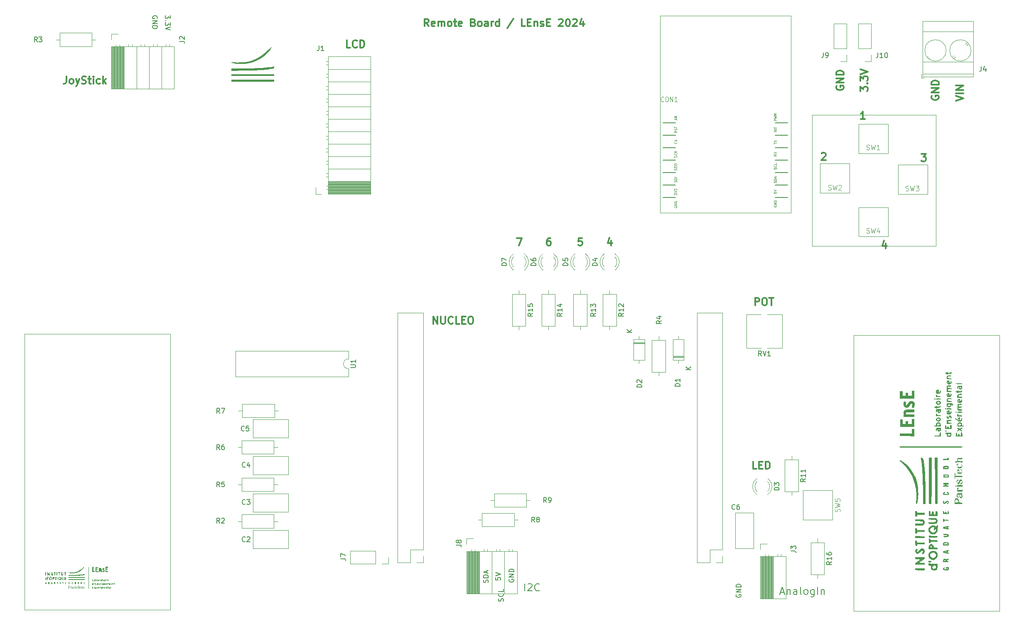
<source format=gbr>
%TF.GenerationSoftware,KiCad,Pcbnew,8.0.2*%
%TF.CreationDate,2024-05-26T19:05:27+02:00*%
%TF.ProjectId,Remote_Board_L476RG,52656d6f-7465-45f4-926f-6172645f4c34,rev?*%
%TF.SameCoordinates,Original*%
%TF.FileFunction,Legend,Top*%
%TF.FilePolarity,Positive*%
%FSLAX46Y46*%
G04 Gerber Fmt 4.6, Leading zero omitted, Abs format (unit mm)*
G04 Created by KiCad (PCBNEW 8.0.2) date 2024-05-26 19:05:27*
%MOMM*%
%LPD*%
G01*
G04 APERTURE LIST*
%ADD10C,0.050000*%
%ADD11C,0.300000*%
%ADD12C,0.150000*%
%ADD13C,0.200000*%
%ADD14C,0.100000*%
%ADD15C,0.120000*%
%ADD16C,0.127000*%
%ADD17C,0.000000*%
G04 APERTURE END LIST*
D10*
X245250000Y-96750000D02*
X275000000Y-96750000D01*
X275000000Y-153000000D01*
X245250000Y-153000000D01*
X245250000Y-96750000D01*
X205750000Y-31500000D02*
X232500000Y-31500000D01*
X232500000Y-71750000D01*
X205750000Y-71750000D01*
X205750000Y-31500000D01*
X76250000Y-96500000D02*
X106000000Y-96500000D01*
X106000000Y-152750000D01*
X76250000Y-152750000D01*
X76250000Y-96500000D01*
X236750000Y-51750000D02*
X262000000Y-51750000D01*
X262000000Y-78500000D01*
X236750000Y-78500000D01*
X236750000Y-51750000D01*
D11*
X259011653Y-59700828D02*
X259940225Y-59700828D01*
X259940225Y-59700828D02*
X259440225Y-60272257D01*
X259440225Y-60272257D02*
X259654510Y-60272257D01*
X259654510Y-60272257D02*
X259797368Y-60343685D01*
X259797368Y-60343685D02*
X259868796Y-60415114D01*
X259868796Y-60415114D02*
X259940225Y-60557971D01*
X259940225Y-60557971D02*
X259940225Y-60915114D01*
X259940225Y-60915114D02*
X259868796Y-61057971D01*
X259868796Y-61057971D02*
X259797368Y-61129400D01*
X259797368Y-61129400D02*
X259654510Y-61200828D01*
X259654510Y-61200828D02*
X259225939Y-61200828D01*
X259225939Y-61200828D02*
X259083082Y-61129400D01*
X259083082Y-61129400D02*
X259011653Y-61057971D01*
X247540225Y-52600828D02*
X246683082Y-52600828D01*
X247111653Y-52600828D02*
X247111653Y-51100828D01*
X247111653Y-51100828D02*
X246968796Y-51315114D01*
X246968796Y-51315114D02*
X246825939Y-51457971D01*
X246825939Y-51457971D02*
X246683082Y-51529400D01*
X241753971Y-45849488D02*
X241682542Y-45992346D01*
X241682542Y-45992346D02*
X241682542Y-46206631D01*
X241682542Y-46206631D02*
X241753971Y-46420917D01*
X241753971Y-46420917D02*
X241896828Y-46563774D01*
X241896828Y-46563774D02*
X242039685Y-46635203D01*
X242039685Y-46635203D02*
X242325399Y-46706631D01*
X242325399Y-46706631D02*
X242539685Y-46706631D01*
X242539685Y-46706631D02*
X242825399Y-46635203D01*
X242825399Y-46635203D02*
X242968256Y-46563774D01*
X242968256Y-46563774D02*
X243111114Y-46420917D01*
X243111114Y-46420917D02*
X243182542Y-46206631D01*
X243182542Y-46206631D02*
X243182542Y-46063774D01*
X243182542Y-46063774D02*
X243111114Y-45849488D01*
X243111114Y-45849488D02*
X243039685Y-45778060D01*
X243039685Y-45778060D02*
X242539685Y-45778060D01*
X242539685Y-45778060D02*
X242539685Y-46063774D01*
X243182542Y-45135203D02*
X241682542Y-45135203D01*
X241682542Y-45135203D02*
X243182542Y-44278060D01*
X243182542Y-44278060D02*
X241682542Y-44278060D01*
X243182542Y-43563774D02*
X241682542Y-43563774D01*
X241682542Y-43563774D02*
X241682542Y-43206631D01*
X241682542Y-43206631D02*
X241753971Y-42992345D01*
X241753971Y-42992345D02*
X241896828Y-42849488D01*
X241896828Y-42849488D02*
X242039685Y-42778059D01*
X242039685Y-42778059D02*
X242325399Y-42706631D01*
X242325399Y-42706631D02*
X242539685Y-42706631D01*
X242539685Y-42706631D02*
X242825399Y-42778059D01*
X242825399Y-42778059D02*
X242968256Y-42849488D01*
X242968256Y-42849488D02*
X243111114Y-42992345D01*
X243111114Y-42992345D02*
X243182542Y-43206631D01*
X243182542Y-43206631D02*
X243182542Y-43563774D01*
X159554510Y-94400828D02*
X159554510Y-92900828D01*
X159554510Y-92900828D02*
X160411653Y-94400828D01*
X160411653Y-94400828D02*
X160411653Y-92900828D01*
X161125939Y-92900828D02*
X161125939Y-94115114D01*
X161125939Y-94115114D02*
X161197368Y-94257971D01*
X161197368Y-94257971D02*
X161268797Y-94329400D01*
X161268797Y-94329400D02*
X161411654Y-94400828D01*
X161411654Y-94400828D02*
X161697368Y-94400828D01*
X161697368Y-94400828D02*
X161840225Y-94329400D01*
X161840225Y-94329400D02*
X161911654Y-94257971D01*
X161911654Y-94257971D02*
X161983082Y-94115114D01*
X161983082Y-94115114D02*
X161983082Y-92900828D01*
X163554511Y-94257971D02*
X163483083Y-94329400D01*
X163483083Y-94329400D02*
X163268797Y-94400828D01*
X163268797Y-94400828D02*
X163125940Y-94400828D01*
X163125940Y-94400828D02*
X162911654Y-94329400D01*
X162911654Y-94329400D02*
X162768797Y-94186542D01*
X162768797Y-94186542D02*
X162697368Y-94043685D01*
X162697368Y-94043685D02*
X162625940Y-93757971D01*
X162625940Y-93757971D02*
X162625940Y-93543685D01*
X162625940Y-93543685D02*
X162697368Y-93257971D01*
X162697368Y-93257971D02*
X162768797Y-93115114D01*
X162768797Y-93115114D02*
X162911654Y-92972257D01*
X162911654Y-92972257D02*
X163125940Y-92900828D01*
X163125940Y-92900828D02*
X163268797Y-92900828D01*
X163268797Y-92900828D02*
X163483083Y-92972257D01*
X163483083Y-92972257D02*
X163554511Y-93043685D01*
X164911654Y-94400828D02*
X164197368Y-94400828D01*
X164197368Y-94400828D02*
X164197368Y-92900828D01*
X165411654Y-93615114D02*
X165911654Y-93615114D01*
X166125940Y-94400828D02*
X165411654Y-94400828D01*
X165411654Y-94400828D02*
X165411654Y-92900828D01*
X165411654Y-92900828D02*
X166125940Y-92900828D01*
X167054512Y-92900828D02*
X167340226Y-92900828D01*
X167340226Y-92900828D02*
X167483083Y-92972257D01*
X167483083Y-92972257D02*
X167625940Y-93115114D01*
X167625940Y-93115114D02*
X167697369Y-93400828D01*
X167697369Y-93400828D02*
X167697369Y-93900828D01*
X167697369Y-93900828D02*
X167625940Y-94186542D01*
X167625940Y-94186542D02*
X167483083Y-94329400D01*
X167483083Y-94329400D02*
X167340226Y-94400828D01*
X167340226Y-94400828D02*
X167054512Y-94400828D01*
X167054512Y-94400828D02*
X166911655Y-94329400D01*
X166911655Y-94329400D02*
X166768797Y-94186542D01*
X166768797Y-94186542D02*
X166697369Y-93900828D01*
X166697369Y-93900828D02*
X166697369Y-93400828D01*
X166697369Y-93400828D02*
X166768797Y-93115114D01*
X166768797Y-93115114D02*
X166911655Y-92972257D01*
X166911655Y-92972257D02*
X167054512Y-92900828D01*
D12*
X221317438Y-149639411D02*
X221269819Y-149734649D01*
X221269819Y-149734649D02*
X221269819Y-149877506D01*
X221269819Y-149877506D02*
X221317438Y-150020363D01*
X221317438Y-150020363D02*
X221412676Y-150115601D01*
X221412676Y-150115601D02*
X221507914Y-150163220D01*
X221507914Y-150163220D02*
X221698390Y-150210839D01*
X221698390Y-150210839D02*
X221841247Y-150210839D01*
X221841247Y-150210839D02*
X222031723Y-150163220D01*
X222031723Y-150163220D02*
X222126961Y-150115601D01*
X222126961Y-150115601D02*
X222222200Y-150020363D01*
X222222200Y-150020363D02*
X222269819Y-149877506D01*
X222269819Y-149877506D02*
X222269819Y-149782268D01*
X222269819Y-149782268D02*
X222222200Y-149639411D01*
X222222200Y-149639411D02*
X222174580Y-149591792D01*
X222174580Y-149591792D02*
X221841247Y-149591792D01*
X221841247Y-149591792D02*
X221841247Y-149782268D01*
X222269819Y-149163220D02*
X221269819Y-149163220D01*
X221269819Y-149163220D02*
X222269819Y-148591792D01*
X222269819Y-148591792D02*
X221269819Y-148591792D01*
X222269819Y-148115601D02*
X221269819Y-148115601D01*
X221269819Y-148115601D02*
X221269819Y-147877506D01*
X221269819Y-147877506D02*
X221317438Y-147734649D01*
X221317438Y-147734649D02*
X221412676Y-147639411D01*
X221412676Y-147639411D02*
X221507914Y-147591792D01*
X221507914Y-147591792D02*
X221698390Y-147544173D01*
X221698390Y-147544173D02*
X221841247Y-147544173D01*
X221841247Y-147544173D02*
X222031723Y-147591792D01*
X222031723Y-147591792D02*
X222126961Y-147639411D01*
X222126961Y-147639411D02*
X222222200Y-147734649D01*
X222222200Y-147734649D02*
X222269819Y-147877506D01*
X222269819Y-147877506D02*
X222269819Y-148115601D01*
X173822200Y-151010839D02*
X173869819Y-150867982D01*
X173869819Y-150867982D02*
X173869819Y-150629887D01*
X173869819Y-150629887D02*
X173822200Y-150534649D01*
X173822200Y-150534649D02*
X173774580Y-150487030D01*
X173774580Y-150487030D02*
X173679342Y-150439411D01*
X173679342Y-150439411D02*
X173584104Y-150439411D01*
X173584104Y-150439411D02*
X173488866Y-150487030D01*
X173488866Y-150487030D02*
X173441247Y-150534649D01*
X173441247Y-150534649D02*
X173393628Y-150629887D01*
X173393628Y-150629887D02*
X173346009Y-150820363D01*
X173346009Y-150820363D02*
X173298390Y-150915601D01*
X173298390Y-150915601D02*
X173250771Y-150963220D01*
X173250771Y-150963220D02*
X173155533Y-151010839D01*
X173155533Y-151010839D02*
X173060295Y-151010839D01*
X173060295Y-151010839D02*
X172965057Y-150963220D01*
X172965057Y-150963220D02*
X172917438Y-150915601D01*
X172917438Y-150915601D02*
X172869819Y-150820363D01*
X172869819Y-150820363D02*
X172869819Y-150582268D01*
X172869819Y-150582268D02*
X172917438Y-150439411D01*
X173774580Y-149439411D02*
X173822200Y-149487030D01*
X173822200Y-149487030D02*
X173869819Y-149629887D01*
X173869819Y-149629887D02*
X173869819Y-149725125D01*
X173869819Y-149725125D02*
X173822200Y-149867982D01*
X173822200Y-149867982D02*
X173726961Y-149963220D01*
X173726961Y-149963220D02*
X173631723Y-150010839D01*
X173631723Y-150010839D02*
X173441247Y-150058458D01*
X173441247Y-150058458D02*
X173298390Y-150058458D01*
X173298390Y-150058458D02*
X173107914Y-150010839D01*
X173107914Y-150010839D02*
X173012676Y-149963220D01*
X173012676Y-149963220D02*
X172917438Y-149867982D01*
X172917438Y-149867982D02*
X172869819Y-149725125D01*
X172869819Y-149725125D02*
X172869819Y-149629887D01*
X172869819Y-149629887D02*
X172917438Y-149487030D01*
X172917438Y-149487030D02*
X172965057Y-149439411D01*
X173869819Y-148534649D02*
X173869819Y-149010839D01*
X173869819Y-149010839D02*
X172869819Y-149010839D01*
D11*
X251797368Y-78000828D02*
X251797368Y-79000828D01*
X251440225Y-77429400D02*
X251083082Y-78500828D01*
X251083082Y-78500828D02*
X252011653Y-78500828D01*
X183397368Y-76900828D02*
X183111653Y-76900828D01*
X183111653Y-76900828D02*
X182968796Y-76972257D01*
X182968796Y-76972257D02*
X182897368Y-77043685D01*
X182897368Y-77043685D02*
X182754510Y-77257971D01*
X182754510Y-77257971D02*
X182683082Y-77543685D01*
X182683082Y-77543685D02*
X182683082Y-78115114D01*
X182683082Y-78115114D02*
X182754510Y-78257971D01*
X182754510Y-78257971D02*
X182825939Y-78329400D01*
X182825939Y-78329400D02*
X182968796Y-78400828D01*
X182968796Y-78400828D02*
X183254510Y-78400828D01*
X183254510Y-78400828D02*
X183397368Y-78329400D01*
X183397368Y-78329400D02*
X183468796Y-78257971D01*
X183468796Y-78257971D02*
X183540225Y-78115114D01*
X183540225Y-78115114D02*
X183540225Y-77757971D01*
X183540225Y-77757971D02*
X183468796Y-77615114D01*
X183468796Y-77615114D02*
X183397368Y-77543685D01*
X183397368Y-77543685D02*
X183254510Y-77472257D01*
X183254510Y-77472257D02*
X182968796Y-77472257D01*
X182968796Y-77472257D02*
X182825939Y-77543685D01*
X182825939Y-77543685D02*
X182754510Y-77615114D01*
X182754510Y-77615114D02*
X182683082Y-77757971D01*
X176611653Y-76900828D02*
X177611653Y-76900828D01*
X177611653Y-76900828D02*
X176968796Y-78400828D01*
X84783082Y-43900828D02*
X84783082Y-44972257D01*
X84783082Y-44972257D02*
X84711653Y-45186542D01*
X84711653Y-45186542D02*
X84568796Y-45329400D01*
X84568796Y-45329400D02*
X84354510Y-45400828D01*
X84354510Y-45400828D02*
X84211653Y-45400828D01*
X85711653Y-45400828D02*
X85568796Y-45329400D01*
X85568796Y-45329400D02*
X85497367Y-45257971D01*
X85497367Y-45257971D02*
X85425939Y-45115114D01*
X85425939Y-45115114D02*
X85425939Y-44686542D01*
X85425939Y-44686542D02*
X85497367Y-44543685D01*
X85497367Y-44543685D02*
X85568796Y-44472257D01*
X85568796Y-44472257D02*
X85711653Y-44400828D01*
X85711653Y-44400828D02*
X85925939Y-44400828D01*
X85925939Y-44400828D02*
X86068796Y-44472257D01*
X86068796Y-44472257D02*
X86140225Y-44543685D01*
X86140225Y-44543685D02*
X86211653Y-44686542D01*
X86211653Y-44686542D02*
X86211653Y-45115114D01*
X86211653Y-45115114D02*
X86140225Y-45257971D01*
X86140225Y-45257971D02*
X86068796Y-45329400D01*
X86068796Y-45329400D02*
X85925939Y-45400828D01*
X85925939Y-45400828D02*
X85711653Y-45400828D01*
X86711653Y-44400828D02*
X87068796Y-45400828D01*
X87425939Y-44400828D02*
X87068796Y-45400828D01*
X87068796Y-45400828D02*
X86925939Y-45757971D01*
X86925939Y-45757971D02*
X86854510Y-45829400D01*
X86854510Y-45829400D02*
X86711653Y-45900828D01*
X87925939Y-45329400D02*
X88140225Y-45400828D01*
X88140225Y-45400828D02*
X88497367Y-45400828D01*
X88497367Y-45400828D02*
X88640225Y-45329400D01*
X88640225Y-45329400D02*
X88711653Y-45257971D01*
X88711653Y-45257971D02*
X88783082Y-45115114D01*
X88783082Y-45115114D02*
X88783082Y-44972257D01*
X88783082Y-44972257D02*
X88711653Y-44829400D01*
X88711653Y-44829400D02*
X88640225Y-44757971D01*
X88640225Y-44757971D02*
X88497367Y-44686542D01*
X88497367Y-44686542D02*
X88211653Y-44615114D01*
X88211653Y-44615114D02*
X88068796Y-44543685D01*
X88068796Y-44543685D02*
X87997367Y-44472257D01*
X87997367Y-44472257D02*
X87925939Y-44329400D01*
X87925939Y-44329400D02*
X87925939Y-44186542D01*
X87925939Y-44186542D02*
X87997367Y-44043685D01*
X87997367Y-44043685D02*
X88068796Y-43972257D01*
X88068796Y-43972257D02*
X88211653Y-43900828D01*
X88211653Y-43900828D02*
X88568796Y-43900828D01*
X88568796Y-43900828D02*
X88783082Y-43972257D01*
X89211653Y-44400828D02*
X89783081Y-44400828D01*
X89425938Y-43900828D02*
X89425938Y-45186542D01*
X89425938Y-45186542D02*
X89497367Y-45329400D01*
X89497367Y-45329400D02*
X89640224Y-45400828D01*
X89640224Y-45400828D02*
X89783081Y-45400828D01*
X90283081Y-45400828D02*
X90283081Y-44400828D01*
X90283081Y-43900828D02*
X90211653Y-43972257D01*
X90211653Y-43972257D02*
X90283081Y-44043685D01*
X90283081Y-44043685D02*
X90354510Y-43972257D01*
X90354510Y-43972257D02*
X90283081Y-43900828D01*
X90283081Y-43900828D02*
X90283081Y-44043685D01*
X91640225Y-45329400D02*
X91497367Y-45400828D01*
X91497367Y-45400828D02*
X91211653Y-45400828D01*
X91211653Y-45400828D02*
X91068796Y-45329400D01*
X91068796Y-45329400D02*
X90997367Y-45257971D01*
X90997367Y-45257971D02*
X90925939Y-45115114D01*
X90925939Y-45115114D02*
X90925939Y-44686542D01*
X90925939Y-44686542D02*
X90997367Y-44543685D01*
X90997367Y-44543685D02*
X91068796Y-44472257D01*
X91068796Y-44472257D02*
X91211653Y-44400828D01*
X91211653Y-44400828D02*
X91497367Y-44400828D01*
X91497367Y-44400828D02*
X91640225Y-44472257D01*
X92283081Y-45400828D02*
X92283081Y-43900828D01*
X92425939Y-44829400D02*
X92854510Y-45400828D01*
X92854510Y-44400828D02*
X92283081Y-44972257D01*
X261172257Y-47859774D02*
X261100828Y-48002632D01*
X261100828Y-48002632D02*
X261100828Y-48216917D01*
X261100828Y-48216917D02*
X261172257Y-48431203D01*
X261172257Y-48431203D02*
X261315114Y-48574060D01*
X261315114Y-48574060D02*
X261457971Y-48645489D01*
X261457971Y-48645489D02*
X261743685Y-48716917D01*
X261743685Y-48716917D02*
X261957971Y-48716917D01*
X261957971Y-48716917D02*
X262243685Y-48645489D01*
X262243685Y-48645489D02*
X262386542Y-48574060D01*
X262386542Y-48574060D02*
X262529400Y-48431203D01*
X262529400Y-48431203D02*
X262600828Y-48216917D01*
X262600828Y-48216917D02*
X262600828Y-48074060D01*
X262600828Y-48074060D02*
X262529400Y-47859774D01*
X262529400Y-47859774D02*
X262457971Y-47788346D01*
X262457971Y-47788346D02*
X261957971Y-47788346D01*
X261957971Y-47788346D02*
X261957971Y-48074060D01*
X262600828Y-47145489D02*
X261100828Y-47145489D01*
X261100828Y-47145489D02*
X262600828Y-46288346D01*
X262600828Y-46288346D02*
X261100828Y-46288346D01*
X262600828Y-45574060D02*
X261100828Y-45574060D01*
X261100828Y-45574060D02*
X261100828Y-45216917D01*
X261100828Y-45216917D02*
X261172257Y-45002631D01*
X261172257Y-45002631D02*
X261315114Y-44859774D01*
X261315114Y-44859774D02*
X261457971Y-44788345D01*
X261457971Y-44788345D02*
X261743685Y-44716917D01*
X261743685Y-44716917D02*
X261957971Y-44716917D01*
X261957971Y-44716917D02*
X262243685Y-44788345D01*
X262243685Y-44788345D02*
X262386542Y-44859774D01*
X262386542Y-44859774D02*
X262529400Y-45002631D01*
X262529400Y-45002631D02*
X262600828Y-45216917D01*
X262600828Y-45216917D02*
X262600828Y-45574060D01*
D12*
X175017438Y-146539411D02*
X174969819Y-146634649D01*
X174969819Y-146634649D02*
X174969819Y-146777506D01*
X174969819Y-146777506D02*
X175017438Y-146920363D01*
X175017438Y-146920363D02*
X175112676Y-147015601D01*
X175112676Y-147015601D02*
X175207914Y-147063220D01*
X175207914Y-147063220D02*
X175398390Y-147110839D01*
X175398390Y-147110839D02*
X175541247Y-147110839D01*
X175541247Y-147110839D02*
X175731723Y-147063220D01*
X175731723Y-147063220D02*
X175826961Y-147015601D01*
X175826961Y-147015601D02*
X175922200Y-146920363D01*
X175922200Y-146920363D02*
X175969819Y-146777506D01*
X175969819Y-146777506D02*
X175969819Y-146682268D01*
X175969819Y-146682268D02*
X175922200Y-146539411D01*
X175922200Y-146539411D02*
X175874580Y-146491792D01*
X175874580Y-146491792D02*
X175541247Y-146491792D01*
X175541247Y-146491792D02*
X175541247Y-146682268D01*
X175969819Y-146063220D02*
X174969819Y-146063220D01*
X174969819Y-146063220D02*
X175969819Y-145491792D01*
X175969819Y-145491792D02*
X174969819Y-145491792D01*
X175969819Y-145015601D02*
X174969819Y-145015601D01*
X174969819Y-145015601D02*
X174969819Y-144777506D01*
X174969819Y-144777506D02*
X175017438Y-144634649D01*
X175017438Y-144634649D02*
X175112676Y-144539411D01*
X175112676Y-144539411D02*
X175207914Y-144491792D01*
X175207914Y-144491792D02*
X175398390Y-144444173D01*
X175398390Y-144444173D02*
X175541247Y-144444173D01*
X175541247Y-144444173D02*
X175731723Y-144491792D01*
X175731723Y-144491792D02*
X175826961Y-144539411D01*
X175826961Y-144539411D02*
X175922200Y-144634649D01*
X175922200Y-144634649D02*
X175969819Y-144777506D01*
X175969819Y-144777506D02*
X175969819Y-145015601D01*
D11*
X142668796Y-38000828D02*
X141954510Y-38000828D01*
X141954510Y-38000828D02*
X141954510Y-36500828D01*
X144025939Y-37857971D02*
X143954511Y-37929400D01*
X143954511Y-37929400D02*
X143740225Y-38000828D01*
X143740225Y-38000828D02*
X143597368Y-38000828D01*
X143597368Y-38000828D02*
X143383082Y-37929400D01*
X143383082Y-37929400D02*
X143240225Y-37786542D01*
X143240225Y-37786542D02*
X143168796Y-37643685D01*
X143168796Y-37643685D02*
X143097368Y-37357971D01*
X143097368Y-37357971D02*
X143097368Y-37143685D01*
X143097368Y-37143685D02*
X143168796Y-36857971D01*
X143168796Y-36857971D02*
X143240225Y-36715114D01*
X143240225Y-36715114D02*
X143383082Y-36572257D01*
X143383082Y-36572257D02*
X143597368Y-36500828D01*
X143597368Y-36500828D02*
X143740225Y-36500828D01*
X143740225Y-36500828D02*
X143954511Y-36572257D01*
X143954511Y-36572257D02*
X144025939Y-36643685D01*
X144668796Y-38000828D02*
X144668796Y-36500828D01*
X144668796Y-36500828D02*
X145025939Y-36500828D01*
X145025939Y-36500828D02*
X145240225Y-36572257D01*
X145240225Y-36572257D02*
X145383082Y-36715114D01*
X145383082Y-36715114D02*
X145454511Y-36857971D01*
X145454511Y-36857971D02*
X145525939Y-37143685D01*
X145525939Y-37143685D02*
X145525939Y-37357971D01*
X145525939Y-37357971D02*
X145454511Y-37643685D01*
X145454511Y-37643685D02*
X145383082Y-37786542D01*
X145383082Y-37786542D02*
X145240225Y-37929400D01*
X145240225Y-37929400D02*
X145025939Y-38000828D01*
X145025939Y-38000828D02*
X144668796Y-38000828D01*
X225154510Y-90600828D02*
X225154510Y-89100828D01*
X225154510Y-89100828D02*
X225725939Y-89100828D01*
X225725939Y-89100828D02*
X225868796Y-89172257D01*
X225868796Y-89172257D02*
X225940225Y-89243685D01*
X225940225Y-89243685D02*
X226011653Y-89386542D01*
X226011653Y-89386542D02*
X226011653Y-89600828D01*
X226011653Y-89600828D02*
X225940225Y-89743685D01*
X225940225Y-89743685D02*
X225868796Y-89815114D01*
X225868796Y-89815114D02*
X225725939Y-89886542D01*
X225725939Y-89886542D02*
X225154510Y-89886542D01*
X226940225Y-89100828D02*
X227225939Y-89100828D01*
X227225939Y-89100828D02*
X227368796Y-89172257D01*
X227368796Y-89172257D02*
X227511653Y-89315114D01*
X227511653Y-89315114D02*
X227583082Y-89600828D01*
X227583082Y-89600828D02*
X227583082Y-90100828D01*
X227583082Y-90100828D02*
X227511653Y-90386542D01*
X227511653Y-90386542D02*
X227368796Y-90529400D01*
X227368796Y-90529400D02*
X227225939Y-90600828D01*
X227225939Y-90600828D02*
X226940225Y-90600828D01*
X226940225Y-90600828D02*
X226797368Y-90529400D01*
X226797368Y-90529400D02*
X226654510Y-90386542D01*
X226654510Y-90386542D02*
X226583082Y-90100828D01*
X226583082Y-90100828D02*
X226583082Y-89600828D01*
X226583082Y-89600828D02*
X226654510Y-89315114D01*
X226654510Y-89315114D02*
X226797368Y-89172257D01*
X226797368Y-89172257D02*
X226940225Y-89100828D01*
X228011654Y-89100828D02*
X228868797Y-89100828D01*
X228440225Y-90600828D02*
X228440225Y-89100828D01*
X189868796Y-76900828D02*
X189154510Y-76900828D01*
X189154510Y-76900828D02*
X189083082Y-77615114D01*
X189083082Y-77615114D02*
X189154510Y-77543685D01*
X189154510Y-77543685D02*
X189297368Y-77472257D01*
X189297368Y-77472257D02*
X189654510Y-77472257D01*
X189654510Y-77472257D02*
X189797368Y-77543685D01*
X189797368Y-77543685D02*
X189868796Y-77615114D01*
X189868796Y-77615114D02*
X189940225Y-77757971D01*
X189940225Y-77757971D02*
X189940225Y-78115114D01*
X189940225Y-78115114D02*
X189868796Y-78257971D01*
X189868796Y-78257971D02*
X189797368Y-78329400D01*
X189797368Y-78329400D02*
X189654510Y-78400828D01*
X189654510Y-78400828D02*
X189297368Y-78400828D01*
X189297368Y-78400828D02*
X189154510Y-78329400D01*
X189154510Y-78329400D02*
X189083082Y-78257971D01*
D12*
X103282561Y-32060586D02*
X103330180Y-31965348D01*
X103330180Y-31965348D02*
X103330180Y-31822491D01*
X103330180Y-31822491D02*
X103282561Y-31679634D01*
X103282561Y-31679634D02*
X103187323Y-31584396D01*
X103187323Y-31584396D02*
X103092085Y-31536777D01*
X103092085Y-31536777D02*
X102901609Y-31489158D01*
X102901609Y-31489158D02*
X102758752Y-31489158D01*
X102758752Y-31489158D02*
X102568276Y-31536777D01*
X102568276Y-31536777D02*
X102473038Y-31584396D01*
X102473038Y-31584396D02*
X102377800Y-31679634D01*
X102377800Y-31679634D02*
X102330180Y-31822491D01*
X102330180Y-31822491D02*
X102330180Y-31917729D01*
X102330180Y-31917729D02*
X102377800Y-32060586D01*
X102377800Y-32060586D02*
X102425419Y-32108205D01*
X102425419Y-32108205D02*
X102758752Y-32108205D01*
X102758752Y-32108205D02*
X102758752Y-31917729D01*
X102330180Y-32536777D02*
X103330180Y-32536777D01*
X103330180Y-32536777D02*
X102330180Y-33108205D01*
X102330180Y-33108205D02*
X103330180Y-33108205D01*
X102330180Y-33584396D02*
X103330180Y-33584396D01*
X103330180Y-33584396D02*
X103330180Y-33822491D01*
X103330180Y-33822491D02*
X103282561Y-33965348D01*
X103282561Y-33965348D02*
X103187323Y-34060586D01*
X103187323Y-34060586D02*
X103092085Y-34108205D01*
X103092085Y-34108205D02*
X102901609Y-34155824D01*
X102901609Y-34155824D02*
X102758752Y-34155824D01*
X102758752Y-34155824D02*
X102568276Y-34108205D01*
X102568276Y-34108205D02*
X102473038Y-34060586D01*
X102473038Y-34060586D02*
X102377800Y-33965348D01*
X102377800Y-33965348D02*
X102330180Y-33822491D01*
X102330180Y-33822491D02*
X102330180Y-33584396D01*
D13*
X178188720Y-148906028D02*
X178188720Y-147406028D01*
X178831578Y-147548885D02*
X178903006Y-147477457D01*
X178903006Y-147477457D02*
X179045864Y-147406028D01*
X179045864Y-147406028D02*
X179403006Y-147406028D01*
X179403006Y-147406028D02*
X179545864Y-147477457D01*
X179545864Y-147477457D02*
X179617292Y-147548885D01*
X179617292Y-147548885D02*
X179688721Y-147691742D01*
X179688721Y-147691742D02*
X179688721Y-147834600D01*
X179688721Y-147834600D02*
X179617292Y-148048885D01*
X179617292Y-148048885D02*
X178760149Y-148906028D01*
X178760149Y-148906028D02*
X179688721Y-148906028D01*
X181188720Y-148763171D02*
X181117292Y-148834600D01*
X181117292Y-148834600D02*
X180903006Y-148906028D01*
X180903006Y-148906028D02*
X180760149Y-148906028D01*
X180760149Y-148906028D02*
X180545863Y-148834600D01*
X180545863Y-148834600D02*
X180403006Y-148691742D01*
X180403006Y-148691742D02*
X180331577Y-148548885D01*
X180331577Y-148548885D02*
X180260149Y-148263171D01*
X180260149Y-148263171D02*
X180260149Y-148048885D01*
X180260149Y-148048885D02*
X180331577Y-147763171D01*
X180331577Y-147763171D02*
X180403006Y-147620314D01*
X180403006Y-147620314D02*
X180545863Y-147477457D01*
X180545863Y-147477457D02*
X180760149Y-147406028D01*
X180760149Y-147406028D02*
X180903006Y-147406028D01*
X180903006Y-147406028D02*
X181117292Y-147477457D01*
X181117292Y-147477457D02*
X181188720Y-147548885D01*
D12*
X170722200Y-147210839D02*
X170769819Y-147067982D01*
X170769819Y-147067982D02*
X170769819Y-146829887D01*
X170769819Y-146829887D02*
X170722200Y-146734649D01*
X170722200Y-146734649D02*
X170674580Y-146687030D01*
X170674580Y-146687030D02*
X170579342Y-146639411D01*
X170579342Y-146639411D02*
X170484104Y-146639411D01*
X170484104Y-146639411D02*
X170388866Y-146687030D01*
X170388866Y-146687030D02*
X170341247Y-146734649D01*
X170341247Y-146734649D02*
X170293628Y-146829887D01*
X170293628Y-146829887D02*
X170246009Y-147020363D01*
X170246009Y-147020363D02*
X170198390Y-147115601D01*
X170198390Y-147115601D02*
X170150771Y-147163220D01*
X170150771Y-147163220D02*
X170055533Y-147210839D01*
X170055533Y-147210839D02*
X169960295Y-147210839D01*
X169960295Y-147210839D02*
X169865057Y-147163220D01*
X169865057Y-147163220D02*
X169817438Y-147115601D01*
X169817438Y-147115601D02*
X169769819Y-147020363D01*
X169769819Y-147020363D02*
X169769819Y-146782268D01*
X169769819Y-146782268D02*
X169817438Y-146639411D01*
X170769819Y-146210839D02*
X169769819Y-146210839D01*
X169769819Y-146210839D02*
X169769819Y-145972744D01*
X169769819Y-145972744D02*
X169817438Y-145829887D01*
X169817438Y-145829887D02*
X169912676Y-145734649D01*
X169912676Y-145734649D02*
X170007914Y-145687030D01*
X170007914Y-145687030D02*
X170198390Y-145639411D01*
X170198390Y-145639411D02*
X170341247Y-145639411D01*
X170341247Y-145639411D02*
X170531723Y-145687030D01*
X170531723Y-145687030D02*
X170626961Y-145734649D01*
X170626961Y-145734649D02*
X170722200Y-145829887D01*
X170722200Y-145829887D02*
X170769819Y-145972744D01*
X170769819Y-145972744D02*
X170769819Y-146210839D01*
X170484104Y-145258458D02*
X170484104Y-144782268D01*
X170769819Y-145353696D02*
X169769819Y-145020363D01*
X169769819Y-145020363D02*
X170769819Y-144687030D01*
X172269819Y-146187030D02*
X172269819Y-146663220D01*
X172269819Y-146663220D02*
X172746009Y-146710839D01*
X172746009Y-146710839D02*
X172698390Y-146663220D01*
X172698390Y-146663220D02*
X172650771Y-146567982D01*
X172650771Y-146567982D02*
X172650771Y-146329887D01*
X172650771Y-146329887D02*
X172698390Y-146234649D01*
X172698390Y-146234649D02*
X172746009Y-146187030D01*
X172746009Y-146187030D02*
X172841247Y-146139411D01*
X172841247Y-146139411D02*
X173079342Y-146139411D01*
X173079342Y-146139411D02*
X173174580Y-146187030D01*
X173174580Y-146187030D02*
X173222200Y-146234649D01*
X173222200Y-146234649D02*
X173269819Y-146329887D01*
X173269819Y-146329887D02*
X173269819Y-146567982D01*
X173269819Y-146567982D02*
X173222200Y-146663220D01*
X173222200Y-146663220D02*
X173174580Y-146710839D01*
X172269819Y-145853696D02*
X173269819Y-145520363D01*
X173269819Y-145520363D02*
X172269819Y-145187030D01*
X105930180Y-31441541D02*
X105930180Y-32060588D01*
X105930180Y-32060588D02*
X105549228Y-31727255D01*
X105549228Y-31727255D02*
X105549228Y-31870112D01*
X105549228Y-31870112D02*
X105501609Y-31965350D01*
X105501609Y-31965350D02*
X105453990Y-32012969D01*
X105453990Y-32012969D02*
X105358752Y-32060588D01*
X105358752Y-32060588D02*
X105120657Y-32060588D01*
X105120657Y-32060588D02*
X105025419Y-32012969D01*
X105025419Y-32012969D02*
X104977800Y-31965350D01*
X104977800Y-31965350D02*
X104930180Y-31870112D01*
X104930180Y-31870112D02*
X104930180Y-31584398D01*
X104930180Y-31584398D02*
X104977800Y-31489160D01*
X104977800Y-31489160D02*
X105025419Y-31441541D01*
X105025419Y-32489160D02*
X104977800Y-32536779D01*
X104977800Y-32536779D02*
X104930180Y-32489160D01*
X104930180Y-32489160D02*
X104977800Y-32441541D01*
X104977800Y-32441541D02*
X105025419Y-32489160D01*
X105025419Y-32489160D02*
X104930180Y-32489160D01*
X105930180Y-32870112D02*
X105930180Y-33489159D01*
X105930180Y-33489159D02*
X105549228Y-33155826D01*
X105549228Y-33155826D02*
X105549228Y-33298683D01*
X105549228Y-33298683D02*
X105501609Y-33393921D01*
X105501609Y-33393921D02*
X105453990Y-33441540D01*
X105453990Y-33441540D02*
X105358752Y-33489159D01*
X105358752Y-33489159D02*
X105120657Y-33489159D01*
X105120657Y-33489159D02*
X105025419Y-33441540D01*
X105025419Y-33441540D02*
X104977800Y-33393921D01*
X104977800Y-33393921D02*
X104930180Y-33298683D01*
X104930180Y-33298683D02*
X104930180Y-33012969D01*
X104930180Y-33012969D02*
X104977800Y-32917731D01*
X104977800Y-32917731D02*
X105025419Y-32870112D01*
X105930180Y-33774874D02*
X104930180Y-34108207D01*
X104930180Y-34108207D02*
X105930180Y-34441540D01*
D11*
X195797368Y-77400828D02*
X195797368Y-78400828D01*
X195440225Y-76829400D02*
X195083082Y-77900828D01*
X195083082Y-77900828D02*
X196011653Y-77900828D01*
D13*
X230317292Y-149177457D02*
X231031578Y-149177457D01*
X230174435Y-149606028D02*
X230674435Y-148106028D01*
X230674435Y-148106028D02*
X231174435Y-149606028D01*
X231674434Y-148606028D02*
X231674434Y-149606028D01*
X231674434Y-148748885D02*
X231745863Y-148677457D01*
X231745863Y-148677457D02*
X231888720Y-148606028D01*
X231888720Y-148606028D02*
X232103006Y-148606028D01*
X232103006Y-148606028D02*
X232245863Y-148677457D01*
X232245863Y-148677457D02*
X232317292Y-148820314D01*
X232317292Y-148820314D02*
X232317292Y-149606028D01*
X233674435Y-149606028D02*
X233674435Y-148820314D01*
X233674435Y-148820314D02*
X233603006Y-148677457D01*
X233603006Y-148677457D02*
X233460149Y-148606028D01*
X233460149Y-148606028D02*
X233174435Y-148606028D01*
X233174435Y-148606028D02*
X233031577Y-148677457D01*
X233674435Y-149534600D02*
X233531577Y-149606028D01*
X233531577Y-149606028D02*
X233174435Y-149606028D01*
X233174435Y-149606028D02*
X233031577Y-149534600D01*
X233031577Y-149534600D02*
X232960149Y-149391742D01*
X232960149Y-149391742D02*
X232960149Y-149248885D01*
X232960149Y-149248885D02*
X233031577Y-149106028D01*
X233031577Y-149106028D02*
X233174435Y-149034600D01*
X233174435Y-149034600D02*
X233531577Y-149034600D01*
X233531577Y-149034600D02*
X233674435Y-148963171D01*
X234603006Y-149606028D02*
X234460149Y-149534600D01*
X234460149Y-149534600D02*
X234388720Y-149391742D01*
X234388720Y-149391742D02*
X234388720Y-148106028D01*
X235388720Y-149606028D02*
X235245863Y-149534600D01*
X235245863Y-149534600D02*
X235174434Y-149463171D01*
X235174434Y-149463171D02*
X235103006Y-149320314D01*
X235103006Y-149320314D02*
X235103006Y-148891742D01*
X235103006Y-148891742D02*
X235174434Y-148748885D01*
X235174434Y-148748885D02*
X235245863Y-148677457D01*
X235245863Y-148677457D02*
X235388720Y-148606028D01*
X235388720Y-148606028D02*
X235603006Y-148606028D01*
X235603006Y-148606028D02*
X235745863Y-148677457D01*
X235745863Y-148677457D02*
X235817292Y-148748885D01*
X235817292Y-148748885D02*
X235888720Y-148891742D01*
X235888720Y-148891742D02*
X235888720Y-149320314D01*
X235888720Y-149320314D02*
X235817292Y-149463171D01*
X235817292Y-149463171D02*
X235745863Y-149534600D01*
X235745863Y-149534600D02*
X235603006Y-149606028D01*
X235603006Y-149606028D02*
X235388720Y-149606028D01*
X237174435Y-148606028D02*
X237174435Y-149820314D01*
X237174435Y-149820314D02*
X237103006Y-149963171D01*
X237103006Y-149963171D02*
X237031577Y-150034600D01*
X237031577Y-150034600D02*
X236888720Y-150106028D01*
X236888720Y-150106028D02*
X236674435Y-150106028D01*
X236674435Y-150106028D02*
X236531577Y-150034600D01*
X237174435Y-149534600D02*
X237031577Y-149606028D01*
X237031577Y-149606028D02*
X236745863Y-149606028D01*
X236745863Y-149606028D02*
X236603006Y-149534600D01*
X236603006Y-149534600D02*
X236531577Y-149463171D01*
X236531577Y-149463171D02*
X236460149Y-149320314D01*
X236460149Y-149320314D02*
X236460149Y-148891742D01*
X236460149Y-148891742D02*
X236531577Y-148748885D01*
X236531577Y-148748885D02*
X236603006Y-148677457D01*
X236603006Y-148677457D02*
X236745863Y-148606028D01*
X236745863Y-148606028D02*
X237031577Y-148606028D01*
X237031577Y-148606028D02*
X237174435Y-148677457D01*
X237888720Y-149606028D02*
X237888720Y-148106028D01*
X238603006Y-148606028D02*
X238603006Y-149606028D01*
X238603006Y-148748885D02*
X238674435Y-148677457D01*
X238674435Y-148677457D02*
X238817292Y-148606028D01*
X238817292Y-148606028D02*
X239031578Y-148606028D01*
X239031578Y-148606028D02*
X239174435Y-148677457D01*
X239174435Y-148677457D02*
X239245864Y-148820314D01*
X239245864Y-148820314D02*
X239245864Y-149606028D01*
D11*
X266100828Y-48859774D02*
X267600828Y-48359774D01*
X267600828Y-48359774D02*
X266100828Y-47859774D01*
X267600828Y-47359775D02*
X266100828Y-47359775D01*
X267600828Y-46645489D02*
X266100828Y-46645489D01*
X266100828Y-46645489D02*
X267600828Y-45788346D01*
X267600828Y-45788346D02*
X266100828Y-45788346D01*
X246625399Y-46920917D02*
X246625399Y-45992345D01*
X246625399Y-45992345D02*
X247196828Y-46492345D01*
X247196828Y-46492345D02*
X247196828Y-46278060D01*
X247196828Y-46278060D02*
X247268256Y-46135203D01*
X247268256Y-46135203D02*
X247339685Y-46063774D01*
X247339685Y-46063774D02*
X247482542Y-45992345D01*
X247482542Y-45992345D02*
X247839685Y-45992345D01*
X247839685Y-45992345D02*
X247982542Y-46063774D01*
X247982542Y-46063774D02*
X248053971Y-46135203D01*
X248053971Y-46135203D02*
X248125399Y-46278060D01*
X248125399Y-46278060D02*
X248125399Y-46706631D01*
X248125399Y-46706631D02*
X248053971Y-46849488D01*
X248053971Y-46849488D02*
X247982542Y-46920917D01*
X247982542Y-45349489D02*
X248053971Y-45278060D01*
X248053971Y-45278060D02*
X248125399Y-45349489D01*
X248125399Y-45349489D02*
X248053971Y-45420917D01*
X248053971Y-45420917D02*
X247982542Y-45349489D01*
X247982542Y-45349489D02*
X248125399Y-45349489D01*
X246625399Y-44778060D02*
X246625399Y-43849488D01*
X246625399Y-43849488D02*
X247196828Y-44349488D01*
X247196828Y-44349488D02*
X247196828Y-44135203D01*
X247196828Y-44135203D02*
X247268256Y-43992346D01*
X247268256Y-43992346D02*
X247339685Y-43920917D01*
X247339685Y-43920917D02*
X247482542Y-43849488D01*
X247482542Y-43849488D02*
X247839685Y-43849488D01*
X247839685Y-43849488D02*
X247982542Y-43920917D01*
X247982542Y-43920917D02*
X248053971Y-43992346D01*
X248053971Y-43992346D02*
X248125399Y-44135203D01*
X248125399Y-44135203D02*
X248125399Y-44563774D01*
X248125399Y-44563774D02*
X248053971Y-44706631D01*
X248053971Y-44706631D02*
X247982542Y-44778060D01*
X246625399Y-43420917D02*
X248125399Y-42920917D01*
X248125399Y-42920917D02*
X246625399Y-42420917D01*
X158642857Y-33678328D02*
X158142857Y-32964042D01*
X157785714Y-33678328D02*
X157785714Y-32178328D01*
X157785714Y-32178328D02*
X158357143Y-32178328D01*
X158357143Y-32178328D02*
X158500000Y-32249757D01*
X158500000Y-32249757D02*
X158571429Y-32321185D01*
X158571429Y-32321185D02*
X158642857Y-32464042D01*
X158642857Y-32464042D02*
X158642857Y-32678328D01*
X158642857Y-32678328D02*
X158571429Y-32821185D01*
X158571429Y-32821185D02*
X158500000Y-32892614D01*
X158500000Y-32892614D02*
X158357143Y-32964042D01*
X158357143Y-32964042D02*
X157785714Y-32964042D01*
X159857143Y-33606900D02*
X159714286Y-33678328D01*
X159714286Y-33678328D02*
X159428572Y-33678328D01*
X159428572Y-33678328D02*
X159285714Y-33606900D01*
X159285714Y-33606900D02*
X159214286Y-33464042D01*
X159214286Y-33464042D02*
X159214286Y-32892614D01*
X159214286Y-32892614D02*
X159285714Y-32749757D01*
X159285714Y-32749757D02*
X159428572Y-32678328D01*
X159428572Y-32678328D02*
X159714286Y-32678328D01*
X159714286Y-32678328D02*
X159857143Y-32749757D01*
X159857143Y-32749757D02*
X159928572Y-32892614D01*
X159928572Y-32892614D02*
X159928572Y-33035471D01*
X159928572Y-33035471D02*
X159214286Y-33178328D01*
X160571428Y-33678328D02*
X160571428Y-32678328D01*
X160571428Y-32821185D02*
X160642857Y-32749757D01*
X160642857Y-32749757D02*
X160785714Y-32678328D01*
X160785714Y-32678328D02*
X161000000Y-32678328D01*
X161000000Y-32678328D02*
X161142857Y-32749757D01*
X161142857Y-32749757D02*
X161214286Y-32892614D01*
X161214286Y-32892614D02*
X161214286Y-33678328D01*
X161214286Y-32892614D02*
X161285714Y-32749757D01*
X161285714Y-32749757D02*
X161428571Y-32678328D01*
X161428571Y-32678328D02*
X161642857Y-32678328D01*
X161642857Y-32678328D02*
X161785714Y-32749757D01*
X161785714Y-32749757D02*
X161857143Y-32892614D01*
X161857143Y-32892614D02*
X161857143Y-33678328D01*
X162785714Y-33678328D02*
X162642857Y-33606900D01*
X162642857Y-33606900D02*
X162571428Y-33535471D01*
X162571428Y-33535471D02*
X162500000Y-33392614D01*
X162500000Y-33392614D02*
X162500000Y-32964042D01*
X162500000Y-32964042D02*
X162571428Y-32821185D01*
X162571428Y-32821185D02*
X162642857Y-32749757D01*
X162642857Y-32749757D02*
X162785714Y-32678328D01*
X162785714Y-32678328D02*
X163000000Y-32678328D01*
X163000000Y-32678328D02*
X163142857Y-32749757D01*
X163142857Y-32749757D02*
X163214286Y-32821185D01*
X163214286Y-32821185D02*
X163285714Y-32964042D01*
X163285714Y-32964042D02*
X163285714Y-33392614D01*
X163285714Y-33392614D02*
X163214286Y-33535471D01*
X163214286Y-33535471D02*
X163142857Y-33606900D01*
X163142857Y-33606900D02*
X163000000Y-33678328D01*
X163000000Y-33678328D02*
X162785714Y-33678328D01*
X163714286Y-32678328D02*
X164285714Y-32678328D01*
X163928571Y-32178328D02*
X163928571Y-33464042D01*
X163928571Y-33464042D02*
X164000000Y-33606900D01*
X164000000Y-33606900D02*
X164142857Y-33678328D01*
X164142857Y-33678328D02*
X164285714Y-33678328D01*
X165357143Y-33606900D02*
X165214286Y-33678328D01*
X165214286Y-33678328D02*
X164928572Y-33678328D01*
X164928572Y-33678328D02*
X164785714Y-33606900D01*
X164785714Y-33606900D02*
X164714286Y-33464042D01*
X164714286Y-33464042D02*
X164714286Y-32892614D01*
X164714286Y-32892614D02*
X164785714Y-32749757D01*
X164785714Y-32749757D02*
X164928572Y-32678328D01*
X164928572Y-32678328D02*
X165214286Y-32678328D01*
X165214286Y-32678328D02*
X165357143Y-32749757D01*
X165357143Y-32749757D02*
X165428572Y-32892614D01*
X165428572Y-32892614D02*
X165428572Y-33035471D01*
X165428572Y-33035471D02*
X164714286Y-33178328D01*
X167714285Y-32892614D02*
X167928571Y-32964042D01*
X167928571Y-32964042D02*
X168000000Y-33035471D01*
X168000000Y-33035471D02*
X168071428Y-33178328D01*
X168071428Y-33178328D02*
X168071428Y-33392614D01*
X168071428Y-33392614D02*
X168000000Y-33535471D01*
X168000000Y-33535471D02*
X167928571Y-33606900D01*
X167928571Y-33606900D02*
X167785714Y-33678328D01*
X167785714Y-33678328D02*
X167214285Y-33678328D01*
X167214285Y-33678328D02*
X167214285Y-32178328D01*
X167214285Y-32178328D02*
X167714285Y-32178328D01*
X167714285Y-32178328D02*
X167857143Y-32249757D01*
X167857143Y-32249757D02*
X167928571Y-32321185D01*
X167928571Y-32321185D02*
X168000000Y-32464042D01*
X168000000Y-32464042D02*
X168000000Y-32606900D01*
X168000000Y-32606900D02*
X167928571Y-32749757D01*
X167928571Y-32749757D02*
X167857143Y-32821185D01*
X167857143Y-32821185D02*
X167714285Y-32892614D01*
X167714285Y-32892614D02*
X167214285Y-32892614D01*
X168928571Y-33678328D02*
X168785714Y-33606900D01*
X168785714Y-33606900D02*
X168714285Y-33535471D01*
X168714285Y-33535471D02*
X168642857Y-33392614D01*
X168642857Y-33392614D02*
X168642857Y-32964042D01*
X168642857Y-32964042D02*
X168714285Y-32821185D01*
X168714285Y-32821185D02*
X168785714Y-32749757D01*
X168785714Y-32749757D02*
X168928571Y-32678328D01*
X168928571Y-32678328D02*
X169142857Y-32678328D01*
X169142857Y-32678328D02*
X169285714Y-32749757D01*
X169285714Y-32749757D02*
X169357143Y-32821185D01*
X169357143Y-32821185D02*
X169428571Y-32964042D01*
X169428571Y-32964042D02*
X169428571Y-33392614D01*
X169428571Y-33392614D02*
X169357143Y-33535471D01*
X169357143Y-33535471D02*
X169285714Y-33606900D01*
X169285714Y-33606900D02*
X169142857Y-33678328D01*
X169142857Y-33678328D02*
X168928571Y-33678328D01*
X170714286Y-33678328D02*
X170714286Y-32892614D01*
X170714286Y-32892614D02*
X170642857Y-32749757D01*
X170642857Y-32749757D02*
X170500000Y-32678328D01*
X170500000Y-32678328D02*
X170214286Y-32678328D01*
X170214286Y-32678328D02*
X170071428Y-32749757D01*
X170714286Y-33606900D02*
X170571428Y-33678328D01*
X170571428Y-33678328D02*
X170214286Y-33678328D01*
X170214286Y-33678328D02*
X170071428Y-33606900D01*
X170071428Y-33606900D02*
X170000000Y-33464042D01*
X170000000Y-33464042D02*
X170000000Y-33321185D01*
X170000000Y-33321185D02*
X170071428Y-33178328D01*
X170071428Y-33178328D02*
X170214286Y-33106900D01*
X170214286Y-33106900D02*
X170571428Y-33106900D01*
X170571428Y-33106900D02*
X170714286Y-33035471D01*
X171428571Y-33678328D02*
X171428571Y-32678328D01*
X171428571Y-32964042D02*
X171500000Y-32821185D01*
X171500000Y-32821185D02*
X171571429Y-32749757D01*
X171571429Y-32749757D02*
X171714286Y-32678328D01*
X171714286Y-32678328D02*
X171857143Y-32678328D01*
X173000000Y-33678328D02*
X173000000Y-32178328D01*
X173000000Y-33606900D02*
X172857142Y-33678328D01*
X172857142Y-33678328D02*
X172571428Y-33678328D01*
X172571428Y-33678328D02*
X172428571Y-33606900D01*
X172428571Y-33606900D02*
X172357142Y-33535471D01*
X172357142Y-33535471D02*
X172285714Y-33392614D01*
X172285714Y-33392614D02*
X172285714Y-32964042D01*
X172285714Y-32964042D02*
X172357142Y-32821185D01*
X172357142Y-32821185D02*
X172428571Y-32749757D01*
X172428571Y-32749757D02*
X172571428Y-32678328D01*
X172571428Y-32678328D02*
X172857142Y-32678328D01*
X172857142Y-32678328D02*
X173000000Y-32749757D01*
X175928571Y-32106900D02*
X174642857Y-34035471D01*
X178285714Y-33678328D02*
X177571428Y-33678328D01*
X177571428Y-33678328D02*
X177571428Y-32178328D01*
X178785714Y-32892614D02*
X179285714Y-32892614D01*
X179500000Y-33678328D02*
X178785714Y-33678328D01*
X178785714Y-33678328D02*
X178785714Y-32178328D01*
X178785714Y-32178328D02*
X179500000Y-32178328D01*
X180142857Y-32678328D02*
X180142857Y-33678328D01*
X180142857Y-32821185D02*
X180214286Y-32749757D01*
X180214286Y-32749757D02*
X180357143Y-32678328D01*
X180357143Y-32678328D02*
X180571429Y-32678328D01*
X180571429Y-32678328D02*
X180714286Y-32749757D01*
X180714286Y-32749757D02*
X180785715Y-32892614D01*
X180785715Y-32892614D02*
X180785715Y-33678328D01*
X181428572Y-33606900D02*
X181571429Y-33678328D01*
X181571429Y-33678328D02*
X181857143Y-33678328D01*
X181857143Y-33678328D02*
X182000000Y-33606900D01*
X182000000Y-33606900D02*
X182071429Y-33464042D01*
X182071429Y-33464042D02*
X182071429Y-33392614D01*
X182071429Y-33392614D02*
X182000000Y-33249757D01*
X182000000Y-33249757D02*
X181857143Y-33178328D01*
X181857143Y-33178328D02*
X181642858Y-33178328D01*
X181642858Y-33178328D02*
X181500000Y-33106900D01*
X181500000Y-33106900D02*
X181428572Y-32964042D01*
X181428572Y-32964042D02*
X181428572Y-32892614D01*
X181428572Y-32892614D02*
X181500000Y-32749757D01*
X181500000Y-32749757D02*
X181642858Y-32678328D01*
X181642858Y-32678328D02*
X181857143Y-32678328D01*
X181857143Y-32678328D02*
X182000000Y-32749757D01*
X182714286Y-32892614D02*
X183214286Y-32892614D01*
X183428572Y-33678328D02*
X182714286Y-33678328D01*
X182714286Y-33678328D02*
X182714286Y-32178328D01*
X182714286Y-32178328D02*
X183428572Y-32178328D01*
X185142858Y-32321185D02*
X185214286Y-32249757D01*
X185214286Y-32249757D02*
X185357144Y-32178328D01*
X185357144Y-32178328D02*
X185714286Y-32178328D01*
X185714286Y-32178328D02*
X185857144Y-32249757D01*
X185857144Y-32249757D02*
X185928572Y-32321185D01*
X185928572Y-32321185D02*
X186000001Y-32464042D01*
X186000001Y-32464042D02*
X186000001Y-32606900D01*
X186000001Y-32606900D02*
X185928572Y-32821185D01*
X185928572Y-32821185D02*
X185071429Y-33678328D01*
X185071429Y-33678328D02*
X186000001Y-33678328D01*
X186928572Y-32178328D02*
X187071429Y-32178328D01*
X187071429Y-32178328D02*
X187214286Y-32249757D01*
X187214286Y-32249757D02*
X187285715Y-32321185D01*
X187285715Y-32321185D02*
X187357143Y-32464042D01*
X187357143Y-32464042D02*
X187428572Y-32749757D01*
X187428572Y-32749757D02*
X187428572Y-33106900D01*
X187428572Y-33106900D02*
X187357143Y-33392614D01*
X187357143Y-33392614D02*
X187285715Y-33535471D01*
X187285715Y-33535471D02*
X187214286Y-33606900D01*
X187214286Y-33606900D02*
X187071429Y-33678328D01*
X187071429Y-33678328D02*
X186928572Y-33678328D01*
X186928572Y-33678328D02*
X186785715Y-33606900D01*
X186785715Y-33606900D02*
X186714286Y-33535471D01*
X186714286Y-33535471D02*
X186642857Y-33392614D01*
X186642857Y-33392614D02*
X186571429Y-33106900D01*
X186571429Y-33106900D02*
X186571429Y-32749757D01*
X186571429Y-32749757D02*
X186642857Y-32464042D01*
X186642857Y-32464042D02*
X186714286Y-32321185D01*
X186714286Y-32321185D02*
X186785715Y-32249757D01*
X186785715Y-32249757D02*
X186928572Y-32178328D01*
X188000000Y-32321185D02*
X188071428Y-32249757D01*
X188071428Y-32249757D02*
X188214286Y-32178328D01*
X188214286Y-32178328D02*
X188571428Y-32178328D01*
X188571428Y-32178328D02*
X188714286Y-32249757D01*
X188714286Y-32249757D02*
X188785714Y-32321185D01*
X188785714Y-32321185D02*
X188857143Y-32464042D01*
X188857143Y-32464042D02*
X188857143Y-32606900D01*
X188857143Y-32606900D02*
X188785714Y-32821185D01*
X188785714Y-32821185D02*
X187928571Y-33678328D01*
X187928571Y-33678328D02*
X188857143Y-33678328D01*
X190142857Y-32678328D02*
X190142857Y-33678328D01*
X189785714Y-32106900D02*
X189428571Y-33178328D01*
X189428571Y-33178328D02*
X190357142Y-33178328D01*
X225468796Y-124000828D02*
X224754510Y-124000828D01*
X224754510Y-124000828D02*
X224754510Y-122500828D01*
X225968796Y-123215114D02*
X226468796Y-123215114D01*
X226683082Y-124000828D02*
X225968796Y-124000828D01*
X225968796Y-124000828D02*
X225968796Y-122500828D01*
X225968796Y-122500828D02*
X226683082Y-122500828D01*
X227325939Y-124000828D02*
X227325939Y-122500828D01*
X227325939Y-122500828D02*
X227683082Y-122500828D01*
X227683082Y-122500828D02*
X227897368Y-122572257D01*
X227897368Y-122572257D02*
X228040225Y-122715114D01*
X228040225Y-122715114D02*
X228111654Y-122857971D01*
X228111654Y-122857971D02*
X228183082Y-123143685D01*
X228183082Y-123143685D02*
X228183082Y-123357971D01*
X228183082Y-123357971D02*
X228111654Y-123643685D01*
X228111654Y-123643685D02*
X228040225Y-123786542D01*
X228040225Y-123786542D02*
X227897368Y-123929400D01*
X227897368Y-123929400D02*
X227683082Y-124000828D01*
X227683082Y-124000828D02*
X227325939Y-124000828D01*
X238683082Y-59643685D02*
X238754510Y-59572257D01*
X238754510Y-59572257D02*
X238897368Y-59500828D01*
X238897368Y-59500828D02*
X239254510Y-59500828D01*
X239254510Y-59500828D02*
X239397368Y-59572257D01*
X239397368Y-59572257D02*
X239468796Y-59643685D01*
X239468796Y-59643685D02*
X239540225Y-59786542D01*
X239540225Y-59786542D02*
X239540225Y-59929400D01*
X239540225Y-59929400D02*
X239468796Y-60143685D01*
X239468796Y-60143685D02*
X238611653Y-61000828D01*
X238611653Y-61000828D02*
X239540225Y-61000828D01*
D12*
X116033333Y-135054819D02*
X115700000Y-134578628D01*
X115461905Y-135054819D02*
X115461905Y-134054819D01*
X115461905Y-134054819D02*
X115842857Y-134054819D01*
X115842857Y-134054819D02*
X115938095Y-134102438D01*
X115938095Y-134102438D02*
X115985714Y-134150057D01*
X115985714Y-134150057D02*
X116033333Y-134245295D01*
X116033333Y-134245295D02*
X116033333Y-134388152D01*
X116033333Y-134388152D02*
X115985714Y-134483390D01*
X115985714Y-134483390D02*
X115938095Y-134531009D01*
X115938095Y-134531009D02*
X115842857Y-134578628D01*
X115842857Y-134578628D02*
X115461905Y-134578628D01*
X116414286Y-134150057D02*
X116461905Y-134102438D01*
X116461905Y-134102438D02*
X116557143Y-134054819D01*
X116557143Y-134054819D02*
X116795238Y-134054819D01*
X116795238Y-134054819D02*
X116890476Y-134102438D01*
X116890476Y-134102438D02*
X116938095Y-134150057D01*
X116938095Y-134150057D02*
X116985714Y-134245295D01*
X116985714Y-134245295D02*
X116985714Y-134340533D01*
X116985714Y-134340533D02*
X116938095Y-134483390D01*
X116938095Y-134483390D02*
X116366667Y-135054819D01*
X116366667Y-135054819D02*
X116985714Y-135054819D01*
D10*
X206507143Y-48964780D02*
X206464286Y-49012400D01*
X206464286Y-49012400D02*
X206335714Y-49060019D01*
X206335714Y-49060019D02*
X206250000Y-49060019D01*
X206250000Y-49060019D02*
X206121429Y-49012400D01*
X206121429Y-49012400D02*
X206035714Y-48917161D01*
X206035714Y-48917161D02*
X205992857Y-48821923D01*
X205992857Y-48821923D02*
X205950000Y-48631447D01*
X205950000Y-48631447D02*
X205950000Y-48488590D01*
X205950000Y-48488590D02*
X205992857Y-48298114D01*
X205992857Y-48298114D02*
X206035714Y-48202876D01*
X206035714Y-48202876D02*
X206121429Y-48107638D01*
X206121429Y-48107638D02*
X206250000Y-48060019D01*
X206250000Y-48060019D02*
X206335714Y-48060019D01*
X206335714Y-48060019D02*
X206464286Y-48107638D01*
X206464286Y-48107638D02*
X206507143Y-48155257D01*
X207064286Y-48060019D02*
X207235714Y-48060019D01*
X207235714Y-48060019D02*
X207321429Y-48107638D01*
X207321429Y-48107638D02*
X207407143Y-48202876D01*
X207407143Y-48202876D02*
X207450000Y-48393352D01*
X207450000Y-48393352D02*
X207450000Y-48726685D01*
X207450000Y-48726685D02*
X207407143Y-48917161D01*
X207407143Y-48917161D02*
X207321429Y-49012400D01*
X207321429Y-49012400D02*
X207235714Y-49060019D01*
X207235714Y-49060019D02*
X207064286Y-49060019D01*
X207064286Y-49060019D02*
X206978572Y-49012400D01*
X206978572Y-49012400D02*
X206892857Y-48917161D01*
X206892857Y-48917161D02*
X206850000Y-48726685D01*
X206850000Y-48726685D02*
X206850000Y-48393352D01*
X206850000Y-48393352D02*
X206892857Y-48202876D01*
X206892857Y-48202876D02*
X206978572Y-48107638D01*
X206978572Y-48107638D02*
X207064286Y-48060019D01*
X207835714Y-49060019D02*
X207835714Y-48060019D01*
X207835714Y-48060019D02*
X208350000Y-49060019D01*
X208350000Y-49060019D02*
X208350000Y-48060019D01*
X209250000Y-49060019D02*
X208735714Y-49060019D01*
X208992857Y-49060019D02*
X208992857Y-48060019D01*
X208992857Y-48060019D02*
X208907143Y-48202876D01*
X208907143Y-48202876D02*
X208821428Y-48298114D01*
X208821428Y-48298114D02*
X208735714Y-48345733D01*
X229496243Y-55182380D02*
X228996243Y-55182380D01*
X229496243Y-54944285D02*
X228996243Y-54944285D01*
X228996243Y-54944285D02*
X229496243Y-54658571D01*
X229496243Y-54658571D02*
X228996243Y-54658571D01*
X228996243Y-54491903D02*
X228996243Y-54206189D01*
X229496243Y-54349046D02*
X228996243Y-54349046D01*
X229472434Y-62825237D02*
X229496243Y-62753809D01*
X229496243Y-62753809D02*
X229496243Y-62634761D01*
X229496243Y-62634761D02*
X229472434Y-62587142D01*
X229472434Y-62587142D02*
X229448624Y-62563333D01*
X229448624Y-62563333D02*
X229401005Y-62539523D01*
X229401005Y-62539523D02*
X229353386Y-62539523D01*
X229353386Y-62539523D02*
X229305767Y-62563333D01*
X229305767Y-62563333D02*
X229281957Y-62587142D01*
X229281957Y-62587142D02*
X229258148Y-62634761D01*
X229258148Y-62634761D02*
X229234338Y-62729999D01*
X229234338Y-62729999D02*
X229210529Y-62777618D01*
X229210529Y-62777618D02*
X229186719Y-62801428D01*
X229186719Y-62801428D02*
X229139100Y-62825237D01*
X229139100Y-62825237D02*
X229091481Y-62825237D01*
X229091481Y-62825237D02*
X229043862Y-62801428D01*
X229043862Y-62801428D02*
X229020053Y-62777618D01*
X229020053Y-62777618D02*
X228996243Y-62729999D01*
X228996243Y-62729999D02*
X228996243Y-62610952D01*
X228996243Y-62610952D02*
X229020053Y-62539523D01*
X229448624Y-62039524D02*
X229472434Y-62063333D01*
X229472434Y-62063333D02*
X229496243Y-62134762D01*
X229496243Y-62134762D02*
X229496243Y-62182381D01*
X229496243Y-62182381D02*
X229472434Y-62253809D01*
X229472434Y-62253809D02*
X229424814Y-62301428D01*
X229424814Y-62301428D02*
X229377195Y-62325238D01*
X229377195Y-62325238D02*
X229281957Y-62349047D01*
X229281957Y-62349047D02*
X229210529Y-62349047D01*
X229210529Y-62349047D02*
X229115291Y-62325238D01*
X229115291Y-62325238D02*
X229067672Y-62301428D01*
X229067672Y-62301428D02*
X229020053Y-62253809D01*
X229020053Y-62253809D02*
X228996243Y-62182381D01*
X228996243Y-62182381D02*
X228996243Y-62134762D01*
X228996243Y-62134762D02*
X229020053Y-62063333D01*
X229020053Y-62063333D02*
X229043862Y-62039524D01*
X229496243Y-61587143D02*
X229496243Y-61825238D01*
X229496243Y-61825238D02*
X228996243Y-61825238D01*
X209198709Y-55027448D02*
X208960614Y-55194114D01*
X209198709Y-55313162D02*
X208698709Y-55313162D01*
X208698709Y-55313162D02*
X208698709Y-55122686D01*
X208698709Y-55122686D02*
X208722519Y-55075067D01*
X208722519Y-55075067D02*
X208746328Y-55051257D01*
X208746328Y-55051257D02*
X208793947Y-55027448D01*
X208793947Y-55027448D02*
X208865376Y-55027448D01*
X208865376Y-55027448D02*
X208912995Y-55051257D01*
X208912995Y-55051257D02*
X208936804Y-55075067D01*
X208936804Y-55075067D02*
X208960614Y-55122686D01*
X208960614Y-55122686D02*
X208960614Y-55313162D01*
X209174900Y-54836971D02*
X209198709Y-54765543D01*
X209198709Y-54765543D02*
X209198709Y-54646495D01*
X209198709Y-54646495D02*
X209174900Y-54598876D01*
X209174900Y-54598876D02*
X209151090Y-54575067D01*
X209151090Y-54575067D02*
X209103471Y-54551257D01*
X209103471Y-54551257D02*
X209055852Y-54551257D01*
X209055852Y-54551257D02*
X209008233Y-54575067D01*
X209008233Y-54575067D02*
X208984423Y-54598876D01*
X208984423Y-54598876D02*
X208960614Y-54646495D01*
X208960614Y-54646495D02*
X208936804Y-54741733D01*
X208936804Y-54741733D02*
X208912995Y-54789352D01*
X208912995Y-54789352D02*
X208889185Y-54813162D01*
X208889185Y-54813162D02*
X208841566Y-54836971D01*
X208841566Y-54836971D02*
X208793947Y-54836971D01*
X208793947Y-54836971D02*
X208746328Y-54813162D01*
X208746328Y-54813162D02*
X208722519Y-54789352D01*
X208722519Y-54789352D02*
X208698709Y-54741733D01*
X208698709Y-54741733D02*
X208698709Y-54622686D01*
X208698709Y-54622686D02*
X208722519Y-54551257D01*
X208698709Y-54408400D02*
X208698709Y-54122686D01*
X209198709Y-54265543D02*
X208698709Y-54265543D01*
X209174900Y-65439144D02*
X209198709Y-65367716D01*
X209198709Y-65367716D02*
X209198709Y-65248668D01*
X209198709Y-65248668D02*
X209174900Y-65201049D01*
X209174900Y-65201049D02*
X209151090Y-65177240D01*
X209151090Y-65177240D02*
X209103471Y-65153430D01*
X209103471Y-65153430D02*
X209055852Y-65153430D01*
X209055852Y-65153430D02*
X209008233Y-65177240D01*
X209008233Y-65177240D02*
X208984423Y-65201049D01*
X208984423Y-65201049D02*
X208960614Y-65248668D01*
X208960614Y-65248668D02*
X208936804Y-65343906D01*
X208936804Y-65343906D02*
X208912995Y-65391525D01*
X208912995Y-65391525D02*
X208889185Y-65415335D01*
X208889185Y-65415335D02*
X208841566Y-65439144D01*
X208841566Y-65439144D02*
X208793947Y-65439144D01*
X208793947Y-65439144D02*
X208746328Y-65415335D01*
X208746328Y-65415335D02*
X208722519Y-65391525D01*
X208722519Y-65391525D02*
X208698709Y-65343906D01*
X208698709Y-65343906D02*
X208698709Y-65224859D01*
X208698709Y-65224859D02*
X208722519Y-65153430D01*
X209198709Y-64939145D02*
X208698709Y-64939145D01*
X208698709Y-64939145D02*
X208698709Y-64820097D01*
X208698709Y-64820097D02*
X208722519Y-64748669D01*
X208722519Y-64748669D02*
X208770138Y-64701050D01*
X208770138Y-64701050D02*
X208817757Y-64677240D01*
X208817757Y-64677240D02*
X208912995Y-64653431D01*
X208912995Y-64653431D02*
X208984423Y-64653431D01*
X208984423Y-64653431D02*
X209079661Y-64677240D01*
X209079661Y-64677240D02*
X209127280Y-64701050D01*
X209127280Y-64701050D02*
X209174900Y-64748669D01*
X209174900Y-64748669D02*
X209198709Y-64820097D01*
X209198709Y-64820097D02*
X209198709Y-64939145D01*
X209198709Y-64439145D02*
X208698709Y-64439145D01*
X228996243Y-57652378D02*
X228996243Y-57366664D01*
X229496243Y-57509521D02*
X228996243Y-57509521D01*
X228996243Y-57247617D02*
X229496243Y-56914284D01*
X228996243Y-56914284D02*
X229496243Y-57247617D01*
X208722519Y-70410952D02*
X208698709Y-70458571D01*
X208698709Y-70458571D02*
X208698709Y-70530000D01*
X208698709Y-70530000D02*
X208722519Y-70601428D01*
X208722519Y-70601428D02*
X208770138Y-70649047D01*
X208770138Y-70649047D02*
X208817757Y-70672857D01*
X208817757Y-70672857D02*
X208912995Y-70696666D01*
X208912995Y-70696666D02*
X208984423Y-70696666D01*
X208984423Y-70696666D02*
X209079661Y-70672857D01*
X209079661Y-70672857D02*
X209127280Y-70649047D01*
X209127280Y-70649047D02*
X209174900Y-70601428D01*
X209174900Y-70601428D02*
X209198709Y-70530000D01*
X209198709Y-70530000D02*
X209198709Y-70482381D01*
X209198709Y-70482381D02*
X209174900Y-70410952D01*
X209174900Y-70410952D02*
X209151090Y-70387143D01*
X209151090Y-70387143D02*
X208984423Y-70387143D01*
X208984423Y-70387143D02*
X208984423Y-70482381D01*
X209198709Y-70172857D02*
X208698709Y-70172857D01*
X208698709Y-70172857D02*
X209198709Y-69887143D01*
X209198709Y-69887143D02*
X208698709Y-69887143D01*
X209198709Y-69649047D02*
X208698709Y-69649047D01*
X208698709Y-69649047D02*
X208698709Y-69529999D01*
X208698709Y-69529999D02*
X208722519Y-69458571D01*
X208722519Y-69458571D02*
X208770138Y-69410952D01*
X208770138Y-69410952D02*
X208817757Y-69387142D01*
X208817757Y-69387142D02*
X208912995Y-69363333D01*
X208912995Y-69363333D02*
X208984423Y-69363333D01*
X208984423Y-69363333D02*
X209079661Y-69387142D01*
X209079661Y-69387142D02*
X209127280Y-69410952D01*
X209127280Y-69410952D02*
X209174900Y-69458571D01*
X209174900Y-69458571D02*
X209198709Y-69529999D01*
X209198709Y-69529999D02*
X209198709Y-69649047D01*
X229020053Y-70225952D02*
X228996243Y-70273571D01*
X228996243Y-70273571D02*
X228996243Y-70345000D01*
X228996243Y-70345000D02*
X229020053Y-70416428D01*
X229020053Y-70416428D02*
X229067672Y-70464047D01*
X229067672Y-70464047D02*
X229115291Y-70487857D01*
X229115291Y-70487857D02*
X229210529Y-70511666D01*
X229210529Y-70511666D02*
X229281957Y-70511666D01*
X229281957Y-70511666D02*
X229377195Y-70487857D01*
X229377195Y-70487857D02*
X229424814Y-70464047D01*
X229424814Y-70464047D02*
X229472434Y-70416428D01*
X229472434Y-70416428D02*
X229496243Y-70345000D01*
X229496243Y-70345000D02*
X229496243Y-70297381D01*
X229496243Y-70297381D02*
X229472434Y-70225952D01*
X229472434Y-70225952D02*
X229448624Y-70202143D01*
X229448624Y-70202143D02*
X229281957Y-70202143D01*
X229281957Y-70202143D02*
X229281957Y-70297381D01*
X229496243Y-69987857D02*
X228996243Y-69987857D01*
X228996243Y-69987857D02*
X229496243Y-69702143D01*
X229496243Y-69702143D02*
X228996243Y-69702143D01*
X229496243Y-69464047D02*
X228996243Y-69464047D01*
X228996243Y-69464047D02*
X228996243Y-69344999D01*
X228996243Y-69344999D02*
X229020053Y-69273571D01*
X229020053Y-69273571D02*
X229067672Y-69225952D01*
X229067672Y-69225952D02*
X229115291Y-69202142D01*
X229115291Y-69202142D02*
X229210529Y-69178333D01*
X229210529Y-69178333D02*
X229281957Y-69178333D01*
X229281957Y-69178333D02*
X229377195Y-69202142D01*
X229377195Y-69202142D02*
X229424814Y-69225952D01*
X229424814Y-69225952D02*
X229472434Y-69273571D01*
X229472434Y-69273571D02*
X229496243Y-69344999D01*
X229496243Y-69344999D02*
X229496243Y-69464047D01*
X209055852Y-52745951D02*
X209055852Y-52507856D01*
X209198709Y-52793570D02*
X208698709Y-52626904D01*
X208698709Y-52626904D02*
X209198709Y-52460237D01*
X209198709Y-52293571D02*
X208698709Y-52293571D01*
X208698709Y-52293571D02*
X209198709Y-52007857D01*
X209198709Y-52007857D02*
X208698709Y-52007857D01*
X229496243Y-52894381D02*
X228996243Y-52894381D01*
X228996243Y-52894381D02*
X228996243Y-52703905D01*
X228996243Y-52703905D02*
X229020053Y-52656286D01*
X229020053Y-52656286D02*
X229043862Y-52632476D01*
X229043862Y-52632476D02*
X229091481Y-52608667D01*
X229091481Y-52608667D02*
X229162910Y-52608667D01*
X229162910Y-52608667D02*
X229210529Y-52632476D01*
X229210529Y-52632476D02*
X229234338Y-52656286D01*
X229234338Y-52656286D02*
X229258148Y-52703905D01*
X229258148Y-52703905D02*
X229258148Y-52894381D01*
X228996243Y-52442000D02*
X229496243Y-52322952D01*
X229496243Y-52322952D02*
X229139100Y-52227714D01*
X229139100Y-52227714D02*
X229496243Y-52132476D01*
X229496243Y-52132476D02*
X228996243Y-52013429D01*
X229496243Y-51822952D02*
X228996243Y-51822952D01*
X228996243Y-51822952D02*
X229353386Y-51656285D01*
X229353386Y-51656285D02*
X228996243Y-51489619D01*
X228996243Y-51489619D02*
X229496243Y-51489619D01*
X229472434Y-65537141D02*
X229496243Y-65465713D01*
X229496243Y-65465713D02*
X229496243Y-65346665D01*
X229496243Y-65346665D02*
X229472434Y-65299046D01*
X229472434Y-65299046D02*
X229448624Y-65275237D01*
X229448624Y-65275237D02*
X229401005Y-65251427D01*
X229401005Y-65251427D02*
X229353386Y-65251427D01*
X229353386Y-65251427D02*
X229305767Y-65275237D01*
X229305767Y-65275237D02*
X229281957Y-65299046D01*
X229281957Y-65299046D02*
X229258148Y-65346665D01*
X229258148Y-65346665D02*
X229234338Y-65441903D01*
X229234338Y-65441903D02*
X229210529Y-65489522D01*
X229210529Y-65489522D02*
X229186719Y-65513332D01*
X229186719Y-65513332D02*
X229139100Y-65537141D01*
X229139100Y-65537141D02*
X229091481Y-65537141D01*
X229091481Y-65537141D02*
X229043862Y-65513332D01*
X229043862Y-65513332D02*
X229020053Y-65489522D01*
X229020053Y-65489522D02*
X228996243Y-65441903D01*
X228996243Y-65441903D02*
X228996243Y-65322856D01*
X228996243Y-65322856D02*
X229020053Y-65251427D01*
X229496243Y-65037142D02*
X228996243Y-65037142D01*
X228996243Y-65037142D02*
X228996243Y-64918094D01*
X228996243Y-64918094D02*
X229020053Y-64846666D01*
X229020053Y-64846666D02*
X229067672Y-64799047D01*
X229067672Y-64799047D02*
X229115291Y-64775237D01*
X229115291Y-64775237D02*
X229210529Y-64751428D01*
X229210529Y-64751428D02*
X229281957Y-64751428D01*
X229281957Y-64751428D02*
X229377195Y-64775237D01*
X229377195Y-64775237D02*
X229424814Y-64799047D01*
X229424814Y-64799047D02*
X229472434Y-64846666D01*
X229472434Y-64846666D02*
X229496243Y-64918094D01*
X229496243Y-64918094D02*
X229496243Y-65037142D01*
X229353386Y-64560951D02*
X229353386Y-64322856D01*
X229496243Y-64608570D02*
X228996243Y-64441904D01*
X228996243Y-64441904D02*
X229496243Y-64275237D01*
X209174900Y-60372856D02*
X209198709Y-60301428D01*
X209198709Y-60301428D02*
X209198709Y-60182380D01*
X209198709Y-60182380D02*
X209174900Y-60134761D01*
X209174900Y-60134761D02*
X209151090Y-60110952D01*
X209151090Y-60110952D02*
X209103471Y-60087142D01*
X209103471Y-60087142D02*
X209055852Y-60087142D01*
X209055852Y-60087142D02*
X209008233Y-60110952D01*
X209008233Y-60110952D02*
X208984423Y-60134761D01*
X208984423Y-60134761D02*
X208960614Y-60182380D01*
X208960614Y-60182380D02*
X208936804Y-60277618D01*
X208936804Y-60277618D02*
X208912995Y-60325237D01*
X208912995Y-60325237D02*
X208889185Y-60349047D01*
X208889185Y-60349047D02*
X208841566Y-60372856D01*
X208841566Y-60372856D02*
X208793947Y-60372856D01*
X208793947Y-60372856D02*
X208746328Y-60349047D01*
X208746328Y-60349047D02*
X208722519Y-60325237D01*
X208722519Y-60325237D02*
X208698709Y-60277618D01*
X208698709Y-60277618D02*
X208698709Y-60158571D01*
X208698709Y-60158571D02*
X208722519Y-60087142D01*
X209151090Y-59587143D02*
X209174900Y-59610952D01*
X209174900Y-59610952D02*
X209198709Y-59682381D01*
X209198709Y-59682381D02*
X209198709Y-59730000D01*
X209198709Y-59730000D02*
X209174900Y-59801428D01*
X209174900Y-59801428D02*
X209127280Y-59849047D01*
X209127280Y-59849047D02*
X209079661Y-59872857D01*
X209079661Y-59872857D02*
X208984423Y-59896666D01*
X208984423Y-59896666D02*
X208912995Y-59896666D01*
X208912995Y-59896666D02*
X208817757Y-59872857D01*
X208817757Y-59872857D02*
X208770138Y-59849047D01*
X208770138Y-59849047D02*
X208722519Y-59801428D01*
X208722519Y-59801428D02*
X208698709Y-59730000D01*
X208698709Y-59730000D02*
X208698709Y-59682381D01*
X208698709Y-59682381D02*
X208722519Y-59610952D01*
X208722519Y-59610952D02*
X208746328Y-59587143D01*
X209198709Y-59372857D02*
X208698709Y-59372857D01*
X209198709Y-59087143D02*
X208912995Y-59301428D01*
X208698709Y-59087143D02*
X208984423Y-59372857D01*
X209151090Y-57313333D02*
X209174900Y-57337142D01*
X209174900Y-57337142D02*
X209198709Y-57408571D01*
X209198709Y-57408571D02*
X209198709Y-57456190D01*
X209198709Y-57456190D02*
X209174900Y-57527618D01*
X209174900Y-57527618D02*
X209127280Y-57575237D01*
X209127280Y-57575237D02*
X209079661Y-57599047D01*
X209079661Y-57599047D02*
X208984423Y-57622856D01*
X208984423Y-57622856D02*
X208912995Y-57622856D01*
X208912995Y-57622856D02*
X208817757Y-57599047D01*
X208817757Y-57599047D02*
X208770138Y-57575237D01*
X208770138Y-57575237D02*
X208722519Y-57527618D01*
X208722519Y-57527618D02*
X208698709Y-57456190D01*
X208698709Y-57456190D02*
X208698709Y-57408571D01*
X208698709Y-57408571D02*
X208722519Y-57337142D01*
X208722519Y-57337142D02*
X208746328Y-57313333D01*
X209174900Y-57122856D02*
X209198709Y-57051428D01*
X209198709Y-57051428D02*
X209198709Y-56932380D01*
X209198709Y-56932380D02*
X209174900Y-56884761D01*
X209174900Y-56884761D02*
X209151090Y-56860952D01*
X209151090Y-56860952D02*
X209103471Y-56837142D01*
X209103471Y-56837142D02*
X209055852Y-56837142D01*
X209055852Y-56837142D02*
X209008233Y-56860952D01*
X209008233Y-56860952D02*
X208984423Y-56884761D01*
X208984423Y-56884761D02*
X208960614Y-56932380D01*
X208960614Y-56932380D02*
X208936804Y-57027618D01*
X208936804Y-57027618D02*
X208912995Y-57075237D01*
X208912995Y-57075237D02*
X208889185Y-57099047D01*
X208889185Y-57099047D02*
X208841566Y-57122856D01*
X208841566Y-57122856D02*
X208793947Y-57122856D01*
X208793947Y-57122856D02*
X208746328Y-57099047D01*
X208746328Y-57099047D02*
X208722519Y-57075237D01*
X208722519Y-57075237D02*
X208698709Y-57027618D01*
X208698709Y-57027618D02*
X208698709Y-56908571D01*
X208698709Y-56908571D02*
X208722519Y-56837142D01*
X208698709Y-68077783D02*
X208698709Y-67768259D01*
X208698709Y-67768259D02*
X208889185Y-67934926D01*
X208889185Y-67934926D02*
X208889185Y-67863497D01*
X208889185Y-67863497D02*
X208912995Y-67815878D01*
X208912995Y-67815878D02*
X208936804Y-67792069D01*
X208936804Y-67792069D02*
X208984423Y-67768259D01*
X208984423Y-67768259D02*
X209103471Y-67768259D01*
X209103471Y-67768259D02*
X209151090Y-67792069D01*
X209151090Y-67792069D02*
X209174900Y-67815878D01*
X209174900Y-67815878D02*
X209198709Y-67863497D01*
X209198709Y-67863497D02*
X209198709Y-68006354D01*
X209198709Y-68006354D02*
X209174900Y-68053973D01*
X209174900Y-68053973D02*
X209151090Y-68077783D01*
X208698709Y-67625402D02*
X209198709Y-67458736D01*
X209198709Y-67458736D02*
X208698709Y-67292069D01*
X208698709Y-67173022D02*
X208698709Y-66863498D01*
X208698709Y-66863498D02*
X208889185Y-67030165D01*
X208889185Y-67030165D02*
X208889185Y-66958736D01*
X208889185Y-66958736D02*
X208912995Y-66911117D01*
X208912995Y-66911117D02*
X208936804Y-66887308D01*
X208936804Y-66887308D02*
X208984423Y-66863498D01*
X208984423Y-66863498D02*
X209103471Y-66863498D01*
X209103471Y-66863498D02*
X209151090Y-66887308D01*
X209151090Y-66887308D02*
X209174900Y-66911117D01*
X209174900Y-66911117D02*
X209198709Y-66958736D01*
X209198709Y-66958736D02*
X209198709Y-67101593D01*
X209198709Y-67101593D02*
X209174900Y-67149212D01*
X209174900Y-67149212D02*
X209151090Y-67173022D01*
X229496243Y-59813333D02*
X229258148Y-59979999D01*
X229496243Y-60099047D02*
X228996243Y-60099047D01*
X228996243Y-60099047D02*
X228996243Y-59908571D01*
X228996243Y-59908571D02*
X229020053Y-59860952D01*
X229020053Y-59860952D02*
X229043862Y-59837142D01*
X229043862Y-59837142D02*
X229091481Y-59813333D01*
X229091481Y-59813333D02*
X229162910Y-59813333D01*
X229162910Y-59813333D02*
X229210529Y-59837142D01*
X229210529Y-59837142D02*
X229234338Y-59860952D01*
X229234338Y-59860952D02*
X229258148Y-59908571D01*
X229258148Y-59908571D02*
X229258148Y-60099047D01*
X228996243Y-59646666D02*
X229496243Y-59313333D01*
X228996243Y-59313333D02*
X229496243Y-59646666D01*
X209174900Y-62990982D02*
X209198709Y-62919554D01*
X209198709Y-62919554D02*
X209198709Y-62800506D01*
X209198709Y-62800506D02*
X209174900Y-62752887D01*
X209174900Y-62752887D02*
X209151090Y-62729078D01*
X209151090Y-62729078D02*
X209103471Y-62705268D01*
X209103471Y-62705268D02*
X209055852Y-62705268D01*
X209055852Y-62705268D02*
X209008233Y-62729078D01*
X209008233Y-62729078D02*
X208984423Y-62752887D01*
X208984423Y-62752887D02*
X208960614Y-62800506D01*
X208960614Y-62800506D02*
X208936804Y-62895744D01*
X208936804Y-62895744D02*
X208912995Y-62943363D01*
X208912995Y-62943363D02*
X208889185Y-62967173D01*
X208889185Y-62967173D02*
X208841566Y-62990982D01*
X208841566Y-62990982D02*
X208793947Y-62990982D01*
X208793947Y-62990982D02*
X208746328Y-62967173D01*
X208746328Y-62967173D02*
X208722519Y-62943363D01*
X208722519Y-62943363D02*
X208698709Y-62895744D01*
X208698709Y-62895744D02*
X208698709Y-62776697D01*
X208698709Y-62776697D02*
X208722519Y-62705268D01*
X209198709Y-62490983D02*
X208698709Y-62490983D01*
X208698709Y-62490983D02*
X208698709Y-62371935D01*
X208698709Y-62371935D02*
X208722519Y-62300507D01*
X208722519Y-62300507D02*
X208770138Y-62252888D01*
X208770138Y-62252888D02*
X208817757Y-62229078D01*
X208817757Y-62229078D02*
X208912995Y-62205269D01*
X208912995Y-62205269D02*
X208984423Y-62205269D01*
X208984423Y-62205269D02*
X209079661Y-62229078D01*
X209079661Y-62229078D02*
X209127280Y-62252888D01*
X209127280Y-62252888D02*
X209174900Y-62300507D01*
X209174900Y-62300507D02*
X209198709Y-62371935D01*
X209198709Y-62371935D02*
X209198709Y-62490983D01*
X208698709Y-61895745D02*
X208698709Y-61800507D01*
X208698709Y-61800507D02*
X208722519Y-61752888D01*
X208722519Y-61752888D02*
X208770138Y-61705269D01*
X208770138Y-61705269D02*
X208865376Y-61681459D01*
X208865376Y-61681459D02*
X209032042Y-61681459D01*
X209032042Y-61681459D02*
X209127280Y-61705269D01*
X209127280Y-61705269D02*
X209174900Y-61752888D01*
X209174900Y-61752888D02*
X209198709Y-61800507D01*
X209198709Y-61800507D02*
X209198709Y-61895745D01*
X209198709Y-61895745D02*
X209174900Y-61943364D01*
X209174900Y-61943364D02*
X209127280Y-61990983D01*
X209127280Y-61990983D02*
X209032042Y-62014792D01*
X209032042Y-62014792D02*
X208865376Y-62014792D01*
X208865376Y-62014792D02*
X208770138Y-61990983D01*
X208770138Y-61990983D02*
X208722519Y-61943364D01*
X208722519Y-61943364D02*
X208698709Y-61895745D01*
X228996243Y-67525237D02*
X228996243Y-67763332D01*
X228996243Y-67763332D02*
X229234338Y-67787141D01*
X229234338Y-67787141D02*
X229210529Y-67763332D01*
X229210529Y-67763332D02*
X229186719Y-67715713D01*
X229186719Y-67715713D02*
X229186719Y-67596665D01*
X229186719Y-67596665D02*
X229210529Y-67549046D01*
X229210529Y-67549046D02*
X229234338Y-67525237D01*
X229234338Y-67525237D02*
X229281957Y-67501427D01*
X229281957Y-67501427D02*
X229401005Y-67501427D01*
X229401005Y-67501427D02*
X229448624Y-67525237D01*
X229448624Y-67525237D02*
X229472434Y-67549046D01*
X229472434Y-67549046D02*
X229496243Y-67596665D01*
X229496243Y-67596665D02*
X229496243Y-67715713D01*
X229496243Y-67715713D02*
X229472434Y-67763332D01*
X229472434Y-67763332D02*
X229448624Y-67787141D01*
X228996243Y-67358570D02*
X229496243Y-67191904D01*
X229496243Y-67191904D02*
X228996243Y-67025237D01*
D12*
X186994819Y-82508094D02*
X185994819Y-82508094D01*
X185994819Y-82508094D02*
X185994819Y-82269999D01*
X185994819Y-82269999D02*
X186042438Y-82127142D01*
X186042438Y-82127142D02*
X186137676Y-82031904D01*
X186137676Y-82031904D02*
X186232914Y-81984285D01*
X186232914Y-81984285D02*
X186423390Y-81936666D01*
X186423390Y-81936666D02*
X186566247Y-81936666D01*
X186566247Y-81936666D02*
X186756723Y-81984285D01*
X186756723Y-81984285D02*
X186851961Y-82031904D01*
X186851961Y-82031904D02*
X186947200Y-82127142D01*
X186947200Y-82127142D02*
X186994819Y-82269999D01*
X186994819Y-82269999D02*
X186994819Y-82508094D01*
X185994819Y-81031904D02*
X185994819Y-81508094D01*
X185994819Y-81508094D02*
X186471009Y-81555713D01*
X186471009Y-81555713D02*
X186423390Y-81508094D01*
X186423390Y-81508094D02*
X186375771Y-81412856D01*
X186375771Y-81412856D02*
X186375771Y-81174761D01*
X186375771Y-81174761D02*
X186423390Y-81079523D01*
X186423390Y-81079523D02*
X186471009Y-81031904D01*
X186471009Y-81031904D02*
X186566247Y-80984285D01*
X186566247Y-80984285D02*
X186804342Y-80984285D01*
X186804342Y-80984285D02*
X186899580Y-81031904D01*
X186899580Y-81031904D02*
X186947200Y-81079523D01*
X186947200Y-81079523D02*
X186994819Y-81174761D01*
X186994819Y-81174761D02*
X186994819Y-81412856D01*
X186994819Y-81412856D02*
X186947200Y-81508094D01*
X186947200Y-81508094D02*
X186899580Y-81555713D01*
X202054819Y-107338094D02*
X201054819Y-107338094D01*
X201054819Y-107338094D02*
X201054819Y-107099999D01*
X201054819Y-107099999D02*
X201102438Y-106957142D01*
X201102438Y-106957142D02*
X201197676Y-106861904D01*
X201197676Y-106861904D02*
X201292914Y-106814285D01*
X201292914Y-106814285D02*
X201483390Y-106766666D01*
X201483390Y-106766666D02*
X201626247Y-106766666D01*
X201626247Y-106766666D02*
X201816723Y-106814285D01*
X201816723Y-106814285D02*
X201911961Y-106861904D01*
X201911961Y-106861904D02*
X202007200Y-106957142D01*
X202007200Y-106957142D02*
X202054819Y-107099999D01*
X202054819Y-107099999D02*
X202054819Y-107338094D01*
X201150057Y-106385713D02*
X201102438Y-106338094D01*
X201102438Y-106338094D02*
X201054819Y-106242856D01*
X201054819Y-106242856D02*
X201054819Y-106004761D01*
X201054819Y-106004761D02*
X201102438Y-105909523D01*
X201102438Y-105909523D02*
X201150057Y-105861904D01*
X201150057Y-105861904D02*
X201245295Y-105814285D01*
X201245295Y-105814285D02*
X201340533Y-105814285D01*
X201340533Y-105814285D02*
X201483390Y-105861904D01*
X201483390Y-105861904D02*
X202054819Y-106433332D01*
X202054819Y-106433332D02*
X202054819Y-105814285D01*
X200054819Y-96141904D02*
X199054819Y-96141904D01*
X200054819Y-95570476D02*
X199483390Y-95999047D01*
X199054819Y-95570476D02*
X199626247Y-96141904D01*
X209854819Y-107138094D02*
X208854819Y-107138094D01*
X208854819Y-107138094D02*
X208854819Y-106899999D01*
X208854819Y-106899999D02*
X208902438Y-106757142D01*
X208902438Y-106757142D02*
X208997676Y-106661904D01*
X208997676Y-106661904D02*
X209092914Y-106614285D01*
X209092914Y-106614285D02*
X209283390Y-106566666D01*
X209283390Y-106566666D02*
X209426247Y-106566666D01*
X209426247Y-106566666D02*
X209616723Y-106614285D01*
X209616723Y-106614285D02*
X209711961Y-106661904D01*
X209711961Y-106661904D02*
X209807200Y-106757142D01*
X209807200Y-106757142D02*
X209854819Y-106899999D01*
X209854819Y-106899999D02*
X209854819Y-107138094D01*
X209854819Y-105614285D02*
X209854819Y-106185713D01*
X209854819Y-105899999D02*
X208854819Y-105899999D01*
X208854819Y-105899999D02*
X208997676Y-105995237D01*
X208997676Y-105995237D02*
X209092914Y-106090475D01*
X209092914Y-106090475D02*
X209140533Y-106185713D01*
X212054819Y-103761904D02*
X211054819Y-103761904D01*
X212054819Y-103190476D02*
X211483390Y-103619047D01*
X211054819Y-103190476D02*
X211626247Y-103761904D01*
X180233333Y-134854819D02*
X179900000Y-134378628D01*
X179661905Y-134854819D02*
X179661905Y-133854819D01*
X179661905Y-133854819D02*
X180042857Y-133854819D01*
X180042857Y-133854819D02*
X180138095Y-133902438D01*
X180138095Y-133902438D02*
X180185714Y-133950057D01*
X180185714Y-133950057D02*
X180233333Y-134045295D01*
X180233333Y-134045295D02*
X180233333Y-134188152D01*
X180233333Y-134188152D02*
X180185714Y-134283390D01*
X180185714Y-134283390D02*
X180138095Y-134331009D01*
X180138095Y-134331009D02*
X180042857Y-134378628D01*
X180042857Y-134378628D02*
X179661905Y-134378628D01*
X180804762Y-134283390D02*
X180709524Y-134235771D01*
X180709524Y-134235771D02*
X180661905Y-134188152D01*
X180661905Y-134188152D02*
X180614286Y-134092914D01*
X180614286Y-134092914D02*
X180614286Y-134045295D01*
X180614286Y-134045295D02*
X180661905Y-133950057D01*
X180661905Y-133950057D02*
X180709524Y-133902438D01*
X180709524Y-133902438D02*
X180804762Y-133854819D01*
X180804762Y-133854819D02*
X180995238Y-133854819D01*
X180995238Y-133854819D02*
X181090476Y-133902438D01*
X181090476Y-133902438D02*
X181138095Y-133950057D01*
X181138095Y-133950057D02*
X181185714Y-134045295D01*
X181185714Y-134045295D02*
X181185714Y-134092914D01*
X181185714Y-134092914D02*
X181138095Y-134188152D01*
X181138095Y-134188152D02*
X181090476Y-134235771D01*
X181090476Y-134235771D02*
X180995238Y-134283390D01*
X180995238Y-134283390D02*
X180804762Y-134283390D01*
X180804762Y-134283390D02*
X180709524Y-134331009D01*
X180709524Y-134331009D02*
X180661905Y-134378628D01*
X180661905Y-134378628D02*
X180614286Y-134473866D01*
X180614286Y-134473866D02*
X180614286Y-134664342D01*
X180614286Y-134664342D02*
X180661905Y-134759580D01*
X180661905Y-134759580D02*
X180709524Y-134807200D01*
X180709524Y-134807200D02*
X180804762Y-134854819D01*
X180804762Y-134854819D02*
X180995238Y-134854819D01*
X180995238Y-134854819D02*
X181090476Y-134807200D01*
X181090476Y-134807200D02*
X181138095Y-134759580D01*
X181138095Y-134759580D02*
X181185714Y-134664342D01*
X181185714Y-134664342D02*
X181185714Y-134473866D01*
X181185714Y-134473866D02*
X181138095Y-134378628D01*
X181138095Y-134378628D02*
X181090476Y-134331009D01*
X181090476Y-134331009D02*
X180995238Y-134283390D01*
X116033333Y-127654819D02*
X115700000Y-127178628D01*
X115461905Y-127654819D02*
X115461905Y-126654819D01*
X115461905Y-126654819D02*
X115842857Y-126654819D01*
X115842857Y-126654819D02*
X115938095Y-126702438D01*
X115938095Y-126702438D02*
X115985714Y-126750057D01*
X115985714Y-126750057D02*
X116033333Y-126845295D01*
X116033333Y-126845295D02*
X116033333Y-126988152D01*
X116033333Y-126988152D02*
X115985714Y-127083390D01*
X115985714Y-127083390D02*
X115938095Y-127131009D01*
X115938095Y-127131009D02*
X115842857Y-127178628D01*
X115842857Y-127178628D02*
X115461905Y-127178628D01*
X116938095Y-126654819D02*
X116461905Y-126654819D01*
X116461905Y-126654819D02*
X116414286Y-127131009D01*
X116414286Y-127131009D02*
X116461905Y-127083390D01*
X116461905Y-127083390D02*
X116557143Y-127035771D01*
X116557143Y-127035771D02*
X116795238Y-127035771D01*
X116795238Y-127035771D02*
X116890476Y-127083390D01*
X116890476Y-127083390D02*
X116938095Y-127131009D01*
X116938095Y-127131009D02*
X116985714Y-127226247D01*
X116985714Y-127226247D02*
X116985714Y-127464342D01*
X116985714Y-127464342D02*
X116938095Y-127559580D01*
X116938095Y-127559580D02*
X116890476Y-127607200D01*
X116890476Y-127607200D02*
X116795238Y-127654819D01*
X116795238Y-127654819D02*
X116557143Y-127654819D01*
X116557143Y-127654819D02*
X116461905Y-127607200D01*
X116461905Y-127607200D02*
X116414286Y-127559580D01*
X121233333Y-123559580D02*
X121185714Y-123607200D01*
X121185714Y-123607200D02*
X121042857Y-123654819D01*
X121042857Y-123654819D02*
X120947619Y-123654819D01*
X120947619Y-123654819D02*
X120804762Y-123607200D01*
X120804762Y-123607200D02*
X120709524Y-123511961D01*
X120709524Y-123511961D02*
X120661905Y-123416723D01*
X120661905Y-123416723D02*
X120614286Y-123226247D01*
X120614286Y-123226247D02*
X120614286Y-123083390D01*
X120614286Y-123083390D02*
X120661905Y-122892914D01*
X120661905Y-122892914D02*
X120709524Y-122797676D01*
X120709524Y-122797676D02*
X120804762Y-122702438D01*
X120804762Y-122702438D02*
X120947619Y-122654819D01*
X120947619Y-122654819D02*
X121042857Y-122654819D01*
X121042857Y-122654819D02*
X121185714Y-122702438D01*
X121185714Y-122702438D02*
X121233333Y-122750057D01*
X122090476Y-122988152D02*
X122090476Y-123654819D01*
X121852381Y-122607200D02*
X121614286Y-123321485D01*
X121614286Y-123321485D02*
X122233333Y-123321485D01*
X271266666Y-41854819D02*
X271266666Y-42569104D01*
X271266666Y-42569104D02*
X271219047Y-42711961D01*
X271219047Y-42711961D02*
X271123809Y-42807200D01*
X271123809Y-42807200D02*
X270980952Y-42854819D01*
X270980952Y-42854819D02*
X270885714Y-42854819D01*
X272171428Y-42188152D02*
X272171428Y-42854819D01*
X271933333Y-41807200D02*
X271695238Y-42521485D01*
X271695238Y-42521485D02*
X272314285Y-42521485D01*
X192654819Y-92242857D02*
X192178628Y-92576190D01*
X192654819Y-92814285D02*
X191654819Y-92814285D01*
X191654819Y-92814285D02*
X191654819Y-92433333D01*
X191654819Y-92433333D02*
X191702438Y-92338095D01*
X191702438Y-92338095D02*
X191750057Y-92290476D01*
X191750057Y-92290476D02*
X191845295Y-92242857D01*
X191845295Y-92242857D02*
X191988152Y-92242857D01*
X191988152Y-92242857D02*
X192083390Y-92290476D01*
X192083390Y-92290476D02*
X192131009Y-92338095D01*
X192131009Y-92338095D02*
X192178628Y-92433333D01*
X192178628Y-92433333D02*
X192178628Y-92814285D01*
X192654819Y-91290476D02*
X192654819Y-91861904D01*
X192654819Y-91576190D02*
X191654819Y-91576190D01*
X191654819Y-91576190D02*
X191797676Y-91671428D01*
X191797676Y-91671428D02*
X191892914Y-91766666D01*
X191892914Y-91766666D02*
X191940533Y-91861904D01*
X191654819Y-90957142D02*
X191654819Y-90338095D01*
X191654819Y-90338095D02*
X192035771Y-90671428D01*
X192035771Y-90671428D02*
X192035771Y-90528571D01*
X192035771Y-90528571D02*
X192083390Y-90433333D01*
X192083390Y-90433333D02*
X192131009Y-90385714D01*
X192131009Y-90385714D02*
X192226247Y-90338095D01*
X192226247Y-90338095D02*
X192464342Y-90338095D01*
X192464342Y-90338095D02*
X192559580Y-90385714D01*
X192559580Y-90385714D02*
X192607200Y-90433333D01*
X192607200Y-90433333D02*
X192654819Y-90528571D01*
X192654819Y-90528571D02*
X192654819Y-90814285D01*
X192654819Y-90814285D02*
X192607200Y-90909523D01*
X192607200Y-90909523D02*
X192559580Y-90957142D01*
X140654819Y-142333333D02*
X141369104Y-142333333D01*
X141369104Y-142333333D02*
X141511961Y-142380952D01*
X141511961Y-142380952D02*
X141607200Y-142476190D01*
X141607200Y-142476190D02*
X141654819Y-142619047D01*
X141654819Y-142619047D02*
X141654819Y-142714285D01*
X140654819Y-141952380D02*
X140654819Y-141285714D01*
X140654819Y-141285714D02*
X141654819Y-141714285D01*
X78833333Y-36854819D02*
X78500000Y-36378628D01*
X78261905Y-36854819D02*
X78261905Y-35854819D01*
X78261905Y-35854819D02*
X78642857Y-35854819D01*
X78642857Y-35854819D02*
X78738095Y-35902438D01*
X78738095Y-35902438D02*
X78785714Y-35950057D01*
X78785714Y-35950057D02*
X78833333Y-36045295D01*
X78833333Y-36045295D02*
X78833333Y-36188152D01*
X78833333Y-36188152D02*
X78785714Y-36283390D01*
X78785714Y-36283390D02*
X78738095Y-36331009D01*
X78738095Y-36331009D02*
X78642857Y-36378628D01*
X78642857Y-36378628D02*
X78261905Y-36378628D01*
X79166667Y-35854819D02*
X79785714Y-35854819D01*
X79785714Y-35854819D02*
X79452381Y-36235771D01*
X79452381Y-36235771D02*
X79595238Y-36235771D01*
X79595238Y-36235771D02*
X79690476Y-36283390D01*
X79690476Y-36283390D02*
X79738095Y-36331009D01*
X79738095Y-36331009D02*
X79785714Y-36426247D01*
X79785714Y-36426247D02*
X79785714Y-36664342D01*
X79785714Y-36664342D02*
X79738095Y-36759580D01*
X79738095Y-36759580D02*
X79690476Y-36807200D01*
X79690476Y-36807200D02*
X79595238Y-36854819D01*
X79595238Y-36854819D02*
X79309524Y-36854819D01*
X79309524Y-36854819D02*
X79214286Y-36807200D01*
X79214286Y-36807200D02*
X79166667Y-36759580D01*
X136266666Y-37654819D02*
X136266666Y-38369104D01*
X136266666Y-38369104D02*
X136219047Y-38511961D01*
X136219047Y-38511961D02*
X136123809Y-38607200D01*
X136123809Y-38607200D02*
X135980952Y-38654819D01*
X135980952Y-38654819D02*
X135885714Y-38654819D01*
X137266666Y-38654819D02*
X136695238Y-38654819D01*
X136980952Y-38654819D02*
X136980952Y-37654819D01*
X136980952Y-37654819D02*
X136885714Y-37797676D01*
X136885714Y-37797676D02*
X136790476Y-37892914D01*
X136790476Y-37892914D02*
X136695238Y-37940533D01*
X198324819Y-92222857D02*
X197848628Y-92556190D01*
X198324819Y-92794285D02*
X197324819Y-92794285D01*
X197324819Y-92794285D02*
X197324819Y-92413333D01*
X197324819Y-92413333D02*
X197372438Y-92318095D01*
X197372438Y-92318095D02*
X197420057Y-92270476D01*
X197420057Y-92270476D02*
X197515295Y-92222857D01*
X197515295Y-92222857D02*
X197658152Y-92222857D01*
X197658152Y-92222857D02*
X197753390Y-92270476D01*
X197753390Y-92270476D02*
X197801009Y-92318095D01*
X197801009Y-92318095D02*
X197848628Y-92413333D01*
X197848628Y-92413333D02*
X197848628Y-92794285D01*
X198324819Y-91270476D02*
X198324819Y-91841904D01*
X198324819Y-91556190D02*
X197324819Y-91556190D01*
X197324819Y-91556190D02*
X197467676Y-91651428D01*
X197467676Y-91651428D02*
X197562914Y-91746666D01*
X197562914Y-91746666D02*
X197610533Y-91841904D01*
X197420057Y-90889523D02*
X197372438Y-90841904D01*
X197372438Y-90841904D02*
X197324819Y-90746666D01*
X197324819Y-90746666D02*
X197324819Y-90508571D01*
X197324819Y-90508571D02*
X197372438Y-90413333D01*
X197372438Y-90413333D02*
X197420057Y-90365714D01*
X197420057Y-90365714D02*
X197515295Y-90318095D01*
X197515295Y-90318095D02*
X197610533Y-90318095D01*
X197610533Y-90318095D02*
X197753390Y-90365714D01*
X197753390Y-90365714D02*
X198324819Y-90937142D01*
X198324819Y-90937142D02*
X198324819Y-90318095D01*
D14*
X242409800Y-132733330D02*
X242457419Y-132590473D01*
X242457419Y-132590473D02*
X242457419Y-132352378D01*
X242457419Y-132352378D02*
X242409800Y-132257140D01*
X242409800Y-132257140D02*
X242362180Y-132209521D01*
X242362180Y-132209521D02*
X242266942Y-132161902D01*
X242266942Y-132161902D02*
X242171704Y-132161902D01*
X242171704Y-132161902D02*
X242076466Y-132209521D01*
X242076466Y-132209521D02*
X242028847Y-132257140D01*
X242028847Y-132257140D02*
X241981228Y-132352378D01*
X241981228Y-132352378D02*
X241933609Y-132542854D01*
X241933609Y-132542854D02*
X241885990Y-132638092D01*
X241885990Y-132638092D02*
X241838371Y-132685711D01*
X241838371Y-132685711D02*
X241743133Y-132733330D01*
X241743133Y-132733330D02*
X241647895Y-132733330D01*
X241647895Y-132733330D02*
X241552657Y-132685711D01*
X241552657Y-132685711D02*
X241505038Y-132638092D01*
X241505038Y-132638092D02*
X241457419Y-132542854D01*
X241457419Y-132542854D02*
X241457419Y-132304759D01*
X241457419Y-132304759D02*
X241505038Y-132161902D01*
X241457419Y-131828568D02*
X242457419Y-131590473D01*
X242457419Y-131590473D02*
X241743133Y-131399997D01*
X241743133Y-131399997D02*
X242457419Y-131209521D01*
X242457419Y-131209521D02*
X241457419Y-130971426D01*
X241457419Y-130114283D02*
X241457419Y-130590473D01*
X241457419Y-130590473D02*
X241933609Y-130638092D01*
X241933609Y-130638092D02*
X241885990Y-130590473D01*
X241885990Y-130590473D02*
X241838371Y-130495235D01*
X241838371Y-130495235D02*
X241838371Y-130257140D01*
X241838371Y-130257140D02*
X241885990Y-130161902D01*
X241885990Y-130161902D02*
X241933609Y-130114283D01*
X241933609Y-130114283D02*
X242028847Y-130066664D01*
X242028847Y-130066664D02*
X242266942Y-130066664D01*
X242266942Y-130066664D02*
X242362180Y-130114283D01*
X242362180Y-130114283D02*
X242409800Y-130161902D01*
X242409800Y-130161902D02*
X242457419Y-130257140D01*
X242457419Y-130257140D02*
X242457419Y-130495235D01*
X242457419Y-130495235D02*
X242409800Y-130590473D01*
X242409800Y-130590473D02*
X242362180Y-130638092D01*
D12*
X164254819Y-139533333D02*
X164969104Y-139533333D01*
X164969104Y-139533333D02*
X165111961Y-139580952D01*
X165111961Y-139580952D02*
X165207200Y-139676190D01*
X165207200Y-139676190D02*
X165254819Y-139819047D01*
X165254819Y-139819047D02*
X165254819Y-139914285D01*
X164683390Y-138914285D02*
X164635771Y-139009523D01*
X164635771Y-139009523D02*
X164588152Y-139057142D01*
X164588152Y-139057142D02*
X164492914Y-139104761D01*
X164492914Y-139104761D02*
X164445295Y-139104761D01*
X164445295Y-139104761D02*
X164350057Y-139057142D01*
X164350057Y-139057142D02*
X164302438Y-139009523D01*
X164302438Y-139009523D02*
X164254819Y-138914285D01*
X164254819Y-138914285D02*
X164254819Y-138723809D01*
X164254819Y-138723809D02*
X164302438Y-138628571D01*
X164302438Y-138628571D02*
X164350057Y-138580952D01*
X164350057Y-138580952D02*
X164445295Y-138533333D01*
X164445295Y-138533333D02*
X164492914Y-138533333D01*
X164492914Y-138533333D02*
X164588152Y-138580952D01*
X164588152Y-138580952D02*
X164635771Y-138628571D01*
X164635771Y-138628571D02*
X164683390Y-138723809D01*
X164683390Y-138723809D02*
X164683390Y-138914285D01*
X164683390Y-138914285D02*
X164731009Y-139009523D01*
X164731009Y-139009523D02*
X164778628Y-139057142D01*
X164778628Y-139057142D02*
X164873866Y-139104761D01*
X164873866Y-139104761D02*
X165064342Y-139104761D01*
X165064342Y-139104761D02*
X165159580Y-139057142D01*
X165159580Y-139057142D02*
X165207200Y-139009523D01*
X165207200Y-139009523D02*
X165254819Y-138914285D01*
X165254819Y-138914285D02*
X165254819Y-138723809D01*
X165254819Y-138723809D02*
X165207200Y-138628571D01*
X165207200Y-138628571D02*
X165159580Y-138580952D01*
X165159580Y-138580952D02*
X165064342Y-138533333D01*
X165064342Y-138533333D02*
X164873866Y-138533333D01*
X164873866Y-138533333D02*
X164778628Y-138580952D01*
X164778628Y-138580952D02*
X164731009Y-138628571D01*
X164731009Y-138628571D02*
X164683390Y-138723809D01*
X116033333Y-112654819D02*
X115700000Y-112178628D01*
X115461905Y-112654819D02*
X115461905Y-111654819D01*
X115461905Y-111654819D02*
X115842857Y-111654819D01*
X115842857Y-111654819D02*
X115938095Y-111702438D01*
X115938095Y-111702438D02*
X115985714Y-111750057D01*
X115985714Y-111750057D02*
X116033333Y-111845295D01*
X116033333Y-111845295D02*
X116033333Y-111988152D01*
X116033333Y-111988152D02*
X115985714Y-112083390D01*
X115985714Y-112083390D02*
X115938095Y-112131009D01*
X115938095Y-112131009D02*
X115842857Y-112178628D01*
X115842857Y-112178628D02*
X115461905Y-112178628D01*
X116366667Y-111654819D02*
X117033333Y-111654819D01*
X117033333Y-111654819D02*
X116604762Y-112654819D01*
X185824819Y-92222857D02*
X185348628Y-92556190D01*
X185824819Y-92794285D02*
X184824819Y-92794285D01*
X184824819Y-92794285D02*
X184824819Y-92413333D01*
X184824819Y-92413333D02*
X184872438Y-92318095D01*
X184872438Y-92318095D02*
X184920057Y-92270476D01*
X184920057Y-92270476D02*
X185015295Y-92222857D01*
X185015295Y-92222857D02*
X185158152Y-92222857D01*
X185158152Y-92222857D02*
X185253390Y-92270476D01*
X185253390Y-92270476D02*
X185301009Y-92318095D01*
X185301009Y-92318095D02*
X185348628Y-92413333D01*
X185348628Y-92413333D02*
X185348628Y-92794285D01*
X185824819Y-91270476D02*
X185824819Y-91841904D01*
X185824819Y-91556190D02*
X184824819Y-91556190D01*
X184824819Y-91556190D02*
X184967676Y-91651428D01*
X184967676Y-91651428D02*
X185062914Y-91746666D01*
X185062914Y-91746666D02*
X185110533Y-91841904D01*
X185158152Y-90413333D02*
X185824819Y-90413333D01*
X184777200Y-90651428D02*
X185491485Y-90889523D01*
X185491485Y-90889523D02*
X185491485Y-90270476D01*
X239066666Y-39054819D02*
X239066666Y-39769104D01*
X239066666Y-39769104D02*
X239019047Y-39911961D01*
X239019047Y-39911961D02*
X238923809Y-40007200D01*
X238923809Y-40007200D02*
X238780952Y-40054819D01*
X238780952Y-40054819D02*
X238685714Y-40054819D01*
X239590476Y-40054819D02*
X239780952Y-40054819D01*
X239780952Y-40054819D02*
X239876190Y-40007200D01*
X239876190Y-40007200D02*
X239923809Y-39959580D01*
X239923809Y-39959580D02*
X240019047Y-39816723D01*
X240019047Y-39816723D02*
X240066666Y-39626247D01*
X240066666Y-39626247D02*
X240066666Y-39245295D01*
X240066666Y-39245295D02*
X240019047Y-39150057D01*
X240019047Y-39150057D02*
X239971428Y-39102438D01*
X239971428Y-39102438D02*
X239876190Y-39054819D01*
X239876190Y-39054819D02*
X239685714Y-39054819D01*
X239685714Y-39054819D02*
X239590476Y-39102438D01*
X239590476Y-39102438D02*
X239542857Y-39150057D01*
X239542857Y-39150057D02*
X239495238Y-39245295D01*
X239495238Y-39245295D02*
X239495238Y-39483390D01*
X239495238Y-39483390D02*
X239542857Y-39578628D01*
X239542857Y-39578628D02*
X239590476Y-39626247D01*
X239590476Y-39626247D02*
X239685714Y-39673866D01*
X239685714Y-39673866D02*
X239876190Y-39673866D01*
X239876190Y-39673866D02*
X239971428Y-39626247D01*
X239971428Y-39626247D02*
X240019047Y-39578628D01*
X240019047Y-39578628D02*
X240066666Y-39483390D01*
X107854819Y-36733333D02*
X108569104Y-36733333D01*
X108569104Y-36733333D02*
X108711961Y-36780952D01*
X108711961Y-36780952D02*
X108807200Y-36876190D01*
X108807200Y-36876190D02*
X108854819Y-37019047D01*
X108854819Y-37019047D02*
X108854819Y-37114285D01*
X107950057Y-36304761D02*
X107902438Y-36257142D01*
X107902438Y-36257142D02*
X107854819Y-36161904D01*
X107854819Y-36161904D02*
X107854819Y-35923809D01*
X107854819Y-35923809D02*
X107902438Y-35828571D01*
X107902438Y-35828571D02*
X107950057Y-35780952D01*
X107950057Y-35780952D02*
X108045295Y-35733333D01*
X108045295Y-35733333D02*
X108140533Y-35733333D01*
X108140533Y-35733333D02*
X108283390Y-35780952D01*
X108283390Y-35780952D02*
X108854819Y-36352380D01*
X108854819Y-36352380D02*
X108854819Y-35733333D01*
D14*
X247866666Y-58809799D02*
X248009523Y-58857418D01*
X248009523Y-58857418D02*
X248247618Y-58857418D01*
X248247618Y-58857418D02*
X248342856Y-58809799D01*
X248342856Y-58809799D02*
X248390475Y-58762179D01*
X248390475Y-58762179D02*
X248438094Y-58666941D01*
X248438094Y-58666941D02*
X248438094Y-58571703D01*
X248438094Y-58571703D02*
X248390475Y-58476465D01*
X248390475Y-58476465D02*
X248342856Y-58428846D01*
X248342856Y-58428846D02*
X248247618Y-58381227D01*
X248247618Y-58381227D02*
X248057142Y-58333608D01*
X248057142Y-58333608D02*
X247961904Y-58285989D01*
X247961904Y-58285989D02*
X247914285Y-58238370D01*
X247914285Y-58238370D02*
X247866666Y-58143132D01*
X247866666Y-58143132D02*
X247866666Y-58047894D01*
X247866666Y-58047894D02*
X247914285Y-57952656D01*
X247914285Y-57952656D02*
X247961904Y-57905037D01*
X247961904Y-57905037D02*
X248057142Y-57857418D01*
X248057142Y-57857418D02*
X248295237Y-57857418D01*
X248295237Y-57857418D02*
X248438094Y-57905037D01*
X248771428Y-57857418D02*
X249009523Y-58857418D01*
X249009523Y-58857418D02*
X249199999Y-58143132D01*
X249199999Y-58143132D02*
X249390475Y-58857418D01*
X249390475Y-58857418D02*
X249628571Y-57857418D01*
X250533332Y-58857418D02*
X249961904Y-58857418D01*
X250247618Y-58857418D02*
X250247618Y-57857418D01*
X250247618Y-57857418D02*
X250152380Y-58000275D01*
X250152380Y-58000275D02*
X250057142Y-58095513D01*
X250057142Y-58095513D02*
X249961904Y-58143132D01*
D12*
X174494819Y-82508094D02*
X173494819Y-82508094D01*
X173494819Y-82508094D02*
X173494819Y-82269999D01*
X173494819Y-82269999D02*
X173542438Y-82127142D01*
X173542438Y-82127142D02*
X173637676Y-82031904D01*
X173637676Y-82031904D02*
X173732914Y-81984285D01*
X173732914Y-81984285D02*
X173923390Y-81936666D01*
X173923390Y-81936666D02*
X174066247Y-81936666D01*
X174066247Y-81936666D02*
X174256723Y-81984285D01*
X174256723Y-81984285D02*
X174351961Y-82031904D01*
X174351961Y-82031904D02*
X174447200Y-82127142D01*
X174447200Y-82127142D02*
X174494819Y-82269999D01*
X174494819Y-82269999D02*
X174494819Y-82508094D01*
X173494819Y-81603332D02*
X173494819Y-80936666D01*
X173494819Y-80936666D02*
X174494819Y-81365237D01*
X240724819Y-142922857D02*
X240248628Y-143256190D01*
X240724819Y-143494285D02*
X239724819Y-143494285D01*
X239724819Y-143494285D02*
X239724819Y-143113333D01*
X239724819Y-143113333D02*
X239772438Y-143018095D01*
X239772438Y-143018095D02*
X239820057Y-142970476D01*
X239820057Y-142970476D02*
X239915295Y-142922857D01*
X239915295Y-142922857D02*
X240058152Y-142922857D01*
X240058152Y-142922857D02*
X240153390Y-142970476D01*
X240153390Y-142970476D02*
X240201009Y-143018095D01*
X240201009Y-143018095D02*
X240248628Y-143113333D01*
X240248628Y-143113333D02*
X240248628Y-143494285D01*
X240724819Y-141970476D02*
X240724819Y-142541904D01*
X240724819Y-142256190D02*
X239724819Y-142256190D01*
X239724819Y-142256190D02*
X239867676Y-142351428D01*
X239867676Y-142351428D02*
X239962914Y-142446666D01*
X239962914Y-142446666D02*
X240010533Y-142541904D01*
X239724819Y-141113333D02*
X239724819Y-141303809D01*
X239724819Y-141303809D02*
X239772438Y-141399047D01*
X239772438Y-141399047D02*
X239820057Y-141446666D01*
X239820057Y-141446666D02*
X239962914Y-141541904D01*
X239962914Y-141541904D02*
X240153390Y-141589523D01*
X240153390Y-141589523D02*
X240534342Y-141589523D01*
X240534342Y-141589523D02*
X240629580Y-141541904D01*
X240629580Y-141541904D02*
X240677200Y-141494285D01*
X240677200Y-141494285D02*
X240724819Y-141399047D01*
X240724819Y-141399047D02*
X240724819Y-141208571D01*
X240724819Y-141208571D02*
X240677200Y-141113333D01*
X240677200Y-141113333D02*
X240629580Y-141065714D01*
X240629580Y-141065714D02*
X240534342Y-141018095D01*
X240534342Y-141018095D02*
X240296247Y-141018095D01*
X240296247Y-141018095D02*
X240201009Y-141065714D01*
X240201009Y-141065714D02*
X240153390Y-141113333D01*
X240153390Y-141113333D02*
X240105771Y-141208571D01*
X240105771Y-141208571D02*
X240105771Y-141399047D01*
X240105771Y-141399047D02*
X240153390Y-141494285D01*
X240153390Y-141494285D02*
X240201009Y-141541904D01*
X240201009Y-141541904D02*
X240296247Y-141589523D01*
X235424819Y-126022857D02*
X234948628Y-126356190D01*
X235424819Y-126594285D02*
X234424819Y-126594285D01*
X234424819Y-126594285D02*
X234424819Y-126213333D01*
X234424819Y-126213333D02*
X234472438Y-126118095D01*
X234472438Y-126118095D02*
X234520057Y-126070476D01*
X234520057Y-126070476D02*
X234615295Y-126022857D01*
X234615295Y-126022857D02*
X234758152Y-126022857D01*
X234758152Y-126022857D02*
X234853390Y-126070476D01*
X234853390Y-126070476D02*
X234901009Y-126118095D01*
X234901009Y-126118095D02*
X234948628Y-126213333D01*
X234948628Y-126213333D02*
X234948628Y-126594285D01*
X235424819Y-125070476D02*
X235424819Y-125641904D01*
X235424819Y-125356190D02*
X234424819Y-125356190D01*
X234424819Y-125356190D02*
X234567676Y-125451428D01*
X234567676Y-125451428D02*
X234662914Y-125546666D01*
X234662914Y-125546666D02*
X234710533Y-125641904D01*
X235424819Y-124118095D02*
X235424819Y-124689523D01*
X235424819Y-124403809D02*
X234424819Y-124403809D01*
X234424819Y-124403809D02*
X234567676Y-124499047D01*
X234567676Y-124499047D02*
X234662914Y-124594285D01*
X234662914Y-124594285D02*
X234710533Y-124689523D01*
X182633333Y-130854819D02*
X182300000Y-130378628D01*
X182061905Y-130854819D02*
X182061905Y-129854819D01*
X182061905Y-129854819D02*
X182442857Y-129854819D01*
X182442857Y-129854819D02*
X182538095Y-129902438D01*
X182538095Y-129902438D02*
X182585714Y-129950057D01*
X182585714Y-129950057D02*
X182633333Y-130045295D01*
X182633333Y-130045295D02*
X182633333Y-130188152D01*
X182633333Y-130188152D02*
X182585714Y-130283390D01*
X182585714Y-130283390D02*
X182538095Y-130331009D01*
X182538095Y-130331009D02*
X182442857Y-130378628D01*
X182442857Y-130378628D02*
X182061905Y-130378628D01*
X183109524Y-130854819D02*
X183300000Y-130854819D01*
X183300000Y-130854819D02*
X183395238Y-130807200D01*
X183395238Y-130807200D02*
X183442857Y-130759580D01*
X183442857Y-130759580D02*
X183538095Y-130616723D01*
X183538095Y-130616723D02*
X183585714Y-130426247D01*
X183585714Y-130426247D02*
X183585714Y-130045295D01*
X183585714Y-130045295D02*
X183538095Y-129950057D01*
X183538095Y-129950057D02*
X183490476Y-129902438D01*
X183490476Y-129902438D02*
X183395238Y-129854819D01*
X183395238Y-129854819D02*
X183204762Y-129854819D01*
X183204762Y-129854819D02*
X183109524Y-129902438D01*
X183109524Y-129902438D02*
X183061905Y-129950057D01*
X183061905Y-129950057D02*
X183014286Y-130045295D01*
X183014286Y-130045295D02*
X183014286Y-130283390D01*
X183014286Y-130283390D02*
X183061905Y-130378628D01*
X183061905Y-130378628D02*
X183109524Y-130426247D01*
X183109524Y-130426247D02*
X183204762Y-130473866D01*
X183204762Y-130473866D02*
X183395238Y-130473866D01*
X183395238Y-130473866D02*
X183490476Y-130426247D01*
X183490476Y-130426247D02*
X183538095Y-130378628D01*
X183538095Y-130378628D02*
X183585714Y-130283390D01*
X192994819Y-82508094D02*
X191994819Y-82508094D01*
X191994819Y-82508094D02*
X191994819Y-82269999D01*
X191994819Y-82269999D02*
X192042438Y-82127142D01*
X192042438Y-82127142D02*
X192137676Y-82031904D01*
X192137676Y-82031904D02*
X192232914Y-81984285D01*
X192232914Y-81984285D02*
X192423390Y-81936666D01*
X192423390Y-81936666D02*
X192566247Y-81936666D01*
X192566247Y-81936666D02*
X192756723Y-81984285D01*
X192756723Y-81984285D02*
X192851961Y-82031904D01*
X192851961Y-82031904D02*
X192947200Y-82127142D01*
X192947200Y-82127142D02*
X192994819Y-82269999D01*
X192994819Y-82269999D02*
X192994819Y-82508094D01*
X192328152Y-81079523D02*
X192994819Y-81079523D01*
X191947200Y-81317618D02*
X192661485Y-81555713D01*
X192661485Y-81555713D02*
X192661485Y-80936666D01*
X121233333Y-131159580D02*
X121185714Y-131207200D01*
X121185714Y-131207200D02*
X121042857Y-131254819D01*
X121042857Y-131254819D02*
X120947619Y-131254819D01*
X120947619Y-131254819D02*
X120804762Y-131207200D01*
X120804762Y-131207200D02*
X120709524Y-131111961D01*
X120709524Y-131111961D02*
X120661905Y-131016723D01*
X120661905Y-131016723D02*
X120614286Y-130826247D01*
X120614286Y-130826247D02*
X120614286Y-130683390D01*
X120614286Y-130683390D02*
X120661905Y-130492914D01*
X120661905Y-130492914D02*
X120709524Y-130397676D01*
X120709524Y-130397676D02*
X120804762Y-130302438D01*
X120804762Y-130302438D02*
X120947619Y-130254819D01*
X120947619Y-130254819D02*
X121042857Y-130254819D01*
X121042857Y-130254819D02*
X121185714Y-130302438D01*
X121185714Y-130302438D02*
X121233333Y-130350057D01*
X121566667Y-130254819D02*
X122185714Y-130254819D01*
X122185714Y-130254819D02*
X121852381Y-130635771D01*
X121852381Y-130635771D02*
X121995238Y-130635771D01*
X121995238Y-130635771D02*
X122090476Y-130683390D01*
X122090476Y-130683390D02*
X122138095Y-130731009D01*
X122138095Y-130731009D02*
X122185714Y-130826247D01*
X122185714Y-130826247D02*
X122185714Y-131064342D01*
X122185714Y-131064342D02*
X122138095Y-131159580D01*
X122138095Y-131159580D02*
X122090476Y-131207200D01*
X122090476Y-131207200D02*
X121995238Y-131254819D01*
X121995238Y-131254819D02*
X121709524Y-131254819D01*
X121709524Y-131254819D02*
X121614286Y-131207200D01*
X121614286Y-131207200D02*
X121566667Y-131159580D01*
X116033333Y-120054819D02*
X115700000Y-119578628D01*
X115461905Y-120054819D02*
X115461905Y-119054819D01*
X115461905Y-119054819D02*
X115842857Y-119054819D01*
X115842857Y-119054819D02*
X115938095Y-119102438D01*
X115938095Y-119102438D02*
X115985714Y-119150057D01*
X115985714Y-119150057D02*
X116033333Y-119245295D01*
X116033333Y-119245295D02*
X116033333Y-119388152D01*
X116033333Y-119388152D02*
X115985714Y-119483390D01*
X115985714Y-119483390D02*
X115938095Y-119531009D01*
X115938095Y-119531009D02*
X115842857Y-119578628D01*
X115842857Y-119578628D02*
X115461905Y-119578628D01*
X116890476Y-119054819D02*
X116700000Y-119054819D01*
X116700000Y-119054819D02*
X116604762Y-119102438D01*
X116604762Y-119102438D02*
X116557143Y-119150057D01*
X116557143Y-119150057D02*
X116461905Y-119292914D01*
X116461905Y-119292914D02*
X116414286Y-119483390D01*
X116414286Y-119483390D02*
X116414286Y-119864342D01*
X116414286Y-119864342D02*
X116461905Y-119959580D01*
X116461905Y-119959580D02*
X116509524Y-120007200D01*
X116509524Y-120007200D02*
X116604762Y-120054819D01*
X116604762Y-120054819D02*
X116795238Y-120054819D01*
X116795238Y-120054819D02*
X116890476Y-120007200D01*
X116890476Y-120007200D02*
X116938095Y-119959580D01*
X116938095Y-119959580D02*
X116985714Y-119864342D01*
X116985714Y-119864342D02*
X116985714Y-119626247D01*
X116985714Y-119626247D02*
X116938095Y-119531009D01*
X116938095Y-119531009D02*
X116890476Y-119483390D01*
X116890476Y-119483390D02*
X116795238Y-119435771D01*
X116795238Y-119435771D02*
X116604762Y-119435771D01*
X116604762Y-119435771D02*
X116509524Y-119483390D01*
X116509524Y-119483390D02*
X116461905Y-119531009D01*
X116461905Y-119531009D02*
X116414286Y-119626247D01*
X180494819Y-82508094D02*
X179494819Y-82508094D01*
X179494819Y-82508094D02*
X179494819Y-82269999D01*
X179494819Y-82269999D02*
X179542438Y-82127142D01*
X179542438Y-82127142D02*
X179637676Y-82031904D01*
X179637676Y-82031904D02*
X179732914Y-81984285D01*
X179732914Y-81984285D02*
X179923390Y-81936666D01*
X179923390Y-81936666D02*
X180066247Y-81936666D01*
X180066247Y-81936666D02*
X180256723Y-81984285D01*
X180256723Y-81984285D02*
X180351961Y-82031904D01*
X180351961Y-82031904D02*
X180447200Y-82127142D01*
X180447200Y-82127142D02*
X180494819Y-82269999D01*
X180494819Y-82269999D02*
X180494819Y-82508094D01*
X179494819Y-81079523D02*
X179494819Y-81269999D01*
X179494819Y-81269999D02*
X179542438Y-81365237D01*
X179542438Y-81365237D02*
X179590057Y-81412856D01*
X179590057Y-81412856D02*
X179732914Y-81508094D01*
X179732914Y-81508094D02*
X179923390Y-81555713D01*
X179923390Y-81555713D02*
X180304342Y-81555713D01*
X180304342Y-81555713D02*
X180399580Y-81508094D01*
X180399580Y-81508094D02*
X180447200Y-81460475D01*
X180447200Y-81460475D02*
X180494819Y-81365237D01*
X180494819Y-81365237D02*
X180494819Y-81174761D01*
X180494819Y-81174761D02*
X180447200Y-81079523D01*
X180447200Y-81079523D02*
X180399580Y-81031904D01*
X180399580Y-81031904D02*
X180304342Y-80984285D01*
X180304342Y-80984285D02*
X180066247Y-80984285D01*
X180066247Y-80984285D02*
X179971009Y-81031904D01*
X179971009Y-81031904D02*
X179923390Y-81079523D01*
X179923390Y-81079523D02*
X179875771Y-81174761D01*
X179875771Y-81174761D02*
X179875771Y-81365237D01*
X179875771Y-81365237D02*
X179923390Y-81460475D01*
X179923390Y-81460475D02*
X179971009Y-81508094D01*
X179971009Y-81508094D02*
X180066247Y-81555713D01*
X121233333Y-138759580D02*
X121185714Y-138807200D01*
X121185714Y-138807200D02*
X121042857Y-138854819D01*
X121042857Y-138854819D02*
X120947619Y-138854819D01*
X120947619Y-138854819D02*
X120804762Y-138807200D01*
X120804762Y-138807200D02*
X120709524Y-138711961D01*
X120709524Y-138711961D02*
X120661905Y-138616723D01*
X120661905Y-138616723D02*
X120614286Y-138426247D01*
X120614286Y-138426247D02*
X120614286Y-138283390D01*
X120614286Y-138283390D02*
X120661905Y-138092914D01*
X120661905Y-138092914D02*
X120709524Y-137997676D01*
X120709524Y-137997676D02*
X120804762Y-137902438D01*
X120804762Y-137902438D02*
X120947619Y-137854819D01*
X120947619Y-137854819D02*
X121042857Y-137854819D01*
X121042857Y-137854819D02*
X121185714Y-137902438D01*
X121185714Y-137902438D02*
X121233333Y-137950057D01*
X121614286Y-137950057D02*
X121661905Y-137902438D01*
X121661905Y-137902438D02*
X121757143Y-137854819D01*
X121757143Y-137854819D02*
X121995238Y-137854819D01*
X121995238Y-137854819D02*
X122090476Y-137902438D01*
X122090476Y-137902438D02*
X122138095Y-137950057D01*
X122138095Y-137950057D02*
X122185714Y-138045295D01*
X122185714Y-138045295D02*
X122185714Y-138140533D01*
X122185714Y-138140533D02*
X122138095Y-138283390D01*
X122138095Y-138283390D02*
X121566667Y-138854819D01*
X121566667Y-138854819D02*
X122185714Y-138854819D01*
X226464761Y-100944819D02*
X226131428Y-100468628D01*
X225893333Y-100944819D02*
X225893333Y-99944819D01*
X225893333Y-99944819D02*
X226274285Y-99944819D01*
X226274285Y-99944819D02*
X226369523Y-99992438D01*
X226369523Y-99992438D02*
X226417142Y-100040057D01*
X226417142Y-100040057D02*
X226464761Y-100135295D01*
X226464761Y-100135295D02*
X226464761Y-100278152D01*
X226464761Y-100278152D02*
X226417142Y-100373390D01*
X226417142Y-100373390D02*
X226369523Y-100421009D01*
X226369523Y-100421009D02*
X226274285Y-100468628D01*
X226274285Y-100468628D02*
X225893333Y-100468628D01*
X226750476Y-99944819D02*
X227083809Y-100944819D01*
X227083809Y-100944819D02*
X227417142Y-99944819D01*
X228274285Y-100944819D02*
X227702857Y-100944819D01*
X227988571Y-100944819D02*
X227988571Y-99944819D01*
X227988571Y-99944819D02*
X227893333Y-100087676D01*
X227893333Y-100087676D02*
X227798095Y-100182914D01*
X227798095Y-100182914D02*
X227702857Y-100230533D01*
D14*
X255866666Y-67209799D02*
X256009523Y-67257418D01*
X256009523Y-67257418D02*
X256247618Y-67257418D01*
X256247618Y-67257418D02*
X256342856Y-67209799D01*
X256342856Y-67209799D02*
X256390475Y-67162179D01*
X256390475Y-67162179D02*
X256438094Y-67066941D01*
X256438094Y-67066941D02*
X256438094Y-66971703D01*
X256438094Y-66971703D02*
X256390475Y-66876465D01*
X256390475Y-66876465D02*
X256342856Y-66828846D01*
X256342856Y-66828846D02*
X256247618Y-66781227D01*
X256247618Y-66781227D02*
X256057142Y-66733608D01*
X256057142Y-66733608D02*
X255961904Y-66685989D01*
X255961904Y-66685989D02*
X255914285Y-66638370D01*
X255914285Y-66638370D02*
X255866666Y-66543132D01*
X255866666Y-66543132D02*
X255866666Y-66447894D01*
X255866666Y-66447894D02*
X255914285Y-66352656D01*
X255914285Y-66352656D02*
X255961904Y-66305037D01*
X255961904Y-66305037D02*
X256057142Y-66257418D01*
X256057142Y-66257418D02*
X256295237Y-66257418D01*
X256295237Y-66257418D02*
X256438094Y-66305037D01*
X256771428Y-66257418D02*
X257009523Y-67257418D01*
X257009523Y-67257418D02*
X257199999Y-66543132D01*
X257199999Y-66543132D02*
X257390475Y-67257418D01*
X257390475Y-67257418D02*
X257628571Y-66257418D01*
X257914285Y-66257418D02*
X258533332Y-66257418D01*
X258533332Y-66257418D02*
X258199999Y-66638370D01*
X258199999Y-66638370D02*
X258342856Y-66638370D01*
X258342856Y-66638370D02*
X258438094Y-66685989D01*
X258438094Y-66685989D02*
X258485713Y-66733608D01*
X258485713Y-66733608D02*
X258533332Y-66828846D01*
X258533332Y-66828846D02*
X258533332Y-67066941D01*
X258533332Y-67066941D02*
X258485713Y-67162179D01*
X258485713Y-67162179D02*
X258438094Y-67209799D01*
X258438094Y-67209799D02*
X258342856Y-67257418D01*
X258342856Y-67257418D02*
X258057142Y-67257418D01*
X258057142Y-67257418D02*
X257961904Y-67209799D01*
X257961904Y-67209799D02*
X257914285Y-67162179D01*
X247866666Y-75809799D02*
X248009523Y-75857418D01*
X248009523Y-75857418D02*
X248247618Y-75857418D01*
X248247618Y-75857418D02*
X248342856Y-75809799D01*
X248342856Y-75809799D02*
X248390475Y-75762179D01*
X248390475Y-75762179D02*
X248438094Y-75666941D01*
X248438094Y-75666941D02*
X248438094Y-75571703D01*
X248438094Y-75571703D02*
X248390475Y-75476465D01*
X248390475Y-75476465D02*
X248342856Y-75428846D01*
X248342856Y-75428846D02*
X248247618Y-75381227D01*
X248247618Y-75381227D02*
X248057142Y-75333608D01*
X248057142Y-75333608D02*
X247961904Y-75285989D01*
X247961904Y-75285989D02*
X247914285Y-75238370D01*
X247914285Y-75238370D02*
X247866666Y-75143132D01*
X247866666Y-75143132D02*
X247866666Y-75047894D01*
X247866666Y-75047894D02*
X247914285Y-74952656D01*
X247914285Y-74952656D02*
X247961904Y-74905037D01*
X247961904Y-74905037D02*
X248057142Y-74857418D01*
X248057142Y-74857418D02*
X248295237Y-74857418D01*
X248295237Y-74857418D02*
X248438094Y-74905037D01*
X248771428Y-74857418D02*
X249009523Y-75857418D01*
X249009523Y-75857418D02*
X249199999Y-75143132D01*
X249199999Y-75143132D02*
X249390475Y-75857418D01*
X249390475Y-75857418D02*
X249628571Y-74857418D01*
X250438094Y-75190751D02*
X250438094Y-75857418D01*
X250199999Y-74809799D02*
X249961904Y-75524084D01*
X249961904Y-75524084D02*
X250580951Y-75524084D01*
D12*
X232454819Y-140733333D02*
X233169104Y-140733333D01*
X233169104Y-140733333D02*
X233311961Y-140780952D01*
X233311961Y-140780952D02*
X233407200Y-140876190D01*
X233407200Y-140876190D02*
X233454819Y-141019047D01*
X233454819Y-141019047D02*
X233454819Y-141114285D01*
X232454819Y-140352380D02*
X232454819Y-139733333D01*
X232454819Y-139733333D02*
X232835771Y-140066666D01*
X232835771Y-140066666D02*
X232835771Y-139923809D01*
X232835771Y-139923809D02*
X232883390Y-139828571D01*
X232883390Y-139828571D02*
X232931009Y-139780952D01*
X232931009Y-139780952D02*
X233026247Y-139733333D01*
X233026247Y-139733333D02*
X233264342Y-139733333D01*
X233264342Y-139733333D02*
X233359580Y-139780952D01*
X233359580Y-139780952D02*
X233407200Y-139828571D01*
X233407200Y-139828571D02*
X233454819Y-139923809D01*
X233454819Y-139923809D02*
X233454819Y-140209523D01*
X233454819Y-140209523D02*
X233407200Y-140304761D01*
X233407200Y-140304761D02*
X233359580Y-140352380D01*
D14*
X240066667Y-67009800D02*
X240209524Y-67057419D01*
X240209524Y-67057419D02*
X240447619Y-67057419D01*
X240447619Y-67057419D02*
X240542857Y-67009800D01*
X240542857Y-67009800D02*
X240590476Y-66962180D01*
X240590476Y-66962180D02*
X240638095Y-66866942D01*
X240638095Y-66866942D02*
X240638095Y-66771704D01*
X240638095Y-66771704D02*
X240590476Y-66676466D01*
X240590476Y-66676466D02*
X240542857Y-66628847D01*
X240542857Y-66628847D02*
X240447619Y-66581228D01*
X240447619Y-66581228D02*
X240257143Y-66533609D01*
X240257143Y-66533609D02*
X240161905Y-66485990D01*
X240161905Y-66485990D02*
X240114286Y-66438371D01*
X240114286Y-66438371D02*
X240066667Y-66343133D01*
X240066667Y-66343133D02*
X240066667Y-66247895D01*
X240066667Y-66247895D02*
X240114286Y-66152657D01*
X240114286Y-66152657D02*
X240161905Y-66105038D01*
X240161905Y-66105038D02*
X240257143Y-66057419D01*
X240257143Y-66057419D02*
X240495238Y-66057419D01*
X240495238Y-66057419D02*
X240638095Y-66105038D01*
X240971429Y-66057419D02*
X241209524Y-67057419D01*
X241209524Y-67057419D02*
X241400000Y-66343133D01*
X241400000Y-66343133D02*
X241590476Y-67057419D01*
X241590476Y-67057419D02*
X241828572Y-66057419D01*
X242161905Y-66152657D02*
X242209524Y-66105038D01*
X242209524Y-66105038D02*
X242304762Y-66057419D01*
X242304762Y-66057419D02*
X242542857Y-66057419D01*
X242542857Y-66057419D02*
X242638095Y-66105038D01*
X242638095Y-66105038D02*
X242685714Y-66152657D01*
X242685714Y-66152657D02*
X242733333Y-66247895D01*
X242733333Y-66247895D02*
X242733333Y-66343133D01*
X242733333Y-66343133D02*
X242685714Y-66485990D01*
X242685714Y-66485990D02*
X242114286Y-67057419D01*
X242114286Y-67057419D02*
X242733333Y-67057419D01*
D12*
X179824819Y-92222857D02*
X179348628Y-92556190D01*
X179824819Y-92794285D02*
X178824819Y-92794285D01*
X178824819Y-92794285D02*
X178824819Y-92413333D01*
X178824819Y-92413333D02*
X178872438Y-92318095D01*
X178872438Y-92318095D02*
X178920057Y-92270476D01*
X178920057Y-92270476D02*
X179015295Y-92222857D01*
X179015295Y-92222857D02*
X179158152Y-92222857D01*
X179158152Y-92222857D02*
X179253390Y-92270476D01*
X179253390Y-92270476D02*
X179301009Y-92318095D01*
X179301009Y-92318095D02*
X179348628Y-92413333D01*
X179348628Y-92413333D02*
X179348628Y-92794285D01*
X179824819Y-91270476D02*
X179824819Y-91841904D01*
X179824819Y-91556190D02*
X178824819Y-91556190D01*
X178824819Y-91556190D02*
X178967676Y-91651428D01*
X178967676Y-91651428D02*
X179062914Y-91746666D01*
X179062914Y-91746666D02*
X179110533Y-91841904D01*
X178824819Y-90365714D02*
X178824819Y-90841904D01*
X178824819Y-90841904D02*
X179301009Y-90889523D01*
X179301009Y-90889523D02*
X179253390Y-90841904D01*
X179253390Y-90841904D02*
X179205771Y-90746666D01*
X179205771Y-90746666D02*
X179205771Y-90508571D01*
X179205771Y-90508571D02*
X179253390Y-90413333D01*
X179253390Y-90413333D02*
X179301009Y-90365714D01*
X179301009Y-90365714D02*
X179396247Y-90318095D01*
X179396247Y-90318095D02*
X179634342Y-90318095D01*
X179634342Y-90318095D02*
X179729580Y-90365714D01*
X179729580Y-90365714D02*
X179777200Y-90413333D01*
X179777200Y-90413333D02*
X179824819Y-90508571D01*
X179824819Y-90508571D02*
X179824819Y-90746666D01*
X179824819Y-90746666D02*
X179777200Y-90841904D01*
X179777200Y-90841904D02*
X179729580Y-90889523D01*
X250190476Y-39054819D02*
X250190476Y-39769104D01*
X250190476Y-39769104D02*
X250142857Y-39911961D01*
X250142857Y-39911961D02*
X250047619Y-40007200D01*
X250047619Y-40007200D02*
X249904762Y-40054819D01*
X249904762Y-40054819D02*
X249809524Y-40054819D01*
X251190476Y-40054819D02*
X250619048Y-40054819D01*
X250904762Y-40054819D02*
X250904762Y-39054819D01*
X250904762Y-39054819D02*
X250809524Y-39197676D01*
X250809524Y-39197676D02*
X250714286Y-39292914D01*
X250714286Y-39292914D02*
X250619048Y-39340533D01*
X251809524Y-39054819D02*
X251904762Y-39054819D01*
X251904762Y-39054819D02*
X252000000Y-39102438D01*
X252000000Y-39102438D02*
X252047619Y-39150057D01*
X252047619Y-39150057D02*
X252095238Y-39245295D01*
X252095238Y-39245295D02*
X252142857Y-39435771D01*
X252142857Y-39435771D02*
X252142857Y-39673866D01*
X252142857Y-39673866D02*
X252095238Y-39864342D01*
X252095238Y-39864342D02*
X252047619Y-39959580D01*
X252047619Y-39959580D02*
X252000000Y-40007200D01*
X252000000Y-40007200D02*
X251904762Y-40054819D01*
X251904762Y-40054819D02*
X251809524Y-40054819D01*
X251809524Y-40054819D02*
X251714286Y-40007200D01*
X251714286Y-40007200D02*
X251666667Y-39959580D01*
X251666667Y-39959580D02*
X251619048Y-39864342D01*
X251619048Y-39864342D02*
X251571429Y-39673866D01*
X251571429Y-39673866D02*
X251571429Y-39435771D01*
X251571429Y-39435771D02*
X251619048Y-39245295D01*
X251619048Y-39245295D02*
X251666667Y-39150057D01*
X251666667Y-39150057D02*
X251714286Y-39102438D01*
X251714286Y-39102438D02*
X251809524Y-39054819D01*
X142704819Y-103311904D02*
X143514342Y-103311904D01*
X143514342Y-103311904D02*
X143609580Y-103264285D01*
X143609580Y-103264285D02*
X143657200Y-103216666D01*
X143657200Y-103216666D02*
X143704819Y-103121428D01*
X143704819Y-103121428D02*
X143704819Y-102930952D01*
X143704819Y-102930952D02*
X143657200Y-102835714D01*
X143657200Y-102835714D02*
X143609580Y-102788095D01*
X143609580Y-102788095D02*
X143514342Y-102740476D01*
X143514342Y-102740476D02*
X142704819Y-102740476D01*
X143704819Y-101740476D02*
X143704819Y-102311904D01*
X143704819Y-102026190D02*
X142704819Y-102026190D01*
X142704819Y-102026190D02*
X142847676Y-102121428D01*
X142847676Y-102121428D02*
X142942914Y-102216666D01*
X142942914Y-102216666D02*
X142990533Y-102311904D01*
X121033333Y-116159580D02*
X120985714Y-116207200D01*
X120985714Y-116207200D02*
X120842857Y-116254819D01*
X120842857Y-116254819D02*
X120747619Y-116254819D01*
X120747619Y-116254819D02*
X120604762Y-116207200D01*
X120604762Y-116207200D02*
X120509524Y-116111961D01*
X120509524Y-116111961D02*
X120461905Y-116016723D01*
X120461905Y-116016723D02*
X120414286Y-115826247D01*
X120414286Y-115826247D02*
X120414286Y-115683390D01*
X120414286Y-115683390D02*
X120461905Y-115492914D01*
X120461905Y-115492914D02*
X120509524Y-115397676D01*
X120509524Y-115397676D02*
X120604762Y-115302438D01*
X120604762Y-115302438D02*
X120747619Y-115254819D01*
X120747619Y-115254819D02*
X120842857Y-115254819D01*
X120842857Y-115254819D02*
X120985714Y-115302438D01*
X120985714Y-115302438D02*
X121033333Y-115350057D01*
X121938095Y-115254819D02*
X121461905Y-115254819D01*
X121461905Y-115254819D02*
X121414286Y-115731009D01*
X121414286Y-115731009D02*
X121461905Y-115683390D01*
X121461905Y-115683390D02*
X121557143Y-115635771D01*
X121557143Y-115635771D02*
X121795238Y-115635771D01*
X121795238Y-115635771D02*
X121890476Y-115683390D01*
X121890476Y-115683390D02*
X121938095Y-115731009D01*
X121938095Y-115731009D02*
X121985714Y-115826247D01*
X121985714Y-115826247D02*
X121985714Y-116064342D01*
X121985714Y-116064342D02*
X121938095Y-116159580D01*
X121938095Y-116159580D02*
X121890476Y-116207200D01*
X121890476Y-116207200D02*
X121795238Y-116254819D01*
X121795238Y-116254819D02*
X121557143Y-116254819D01*
X121557143Y-116254819D02*
X121461905Y-116207200D01*
X121461905Y-116207200D02*
X121414286Y-116159580D01*
X206054819Y-93766666D02*
X205578628Y-94099999D01*
X206054819Y-94338094D02*
X205054819Y-94338094D01*
X205054819Y-94338094D02*
X205054819Y-93957142D01*
X205054819Y-93957142D02*
X205102438Y-93861904D01*
X205102438Y-93861904D02*
X205150057Y-93814285D01*
X205150057Y-93814285D02*
X205245295Y-93766666D01*
X205245295Y-93766666D02*
X205388152Y-93766666D01*
X205388152Y-93766666D02*
X205483390Y-93814285D01*
X205483390Y-93814285D02*
X205531009Y-93861904D01*
X205531009Y-93861904D02*
X205578628Y-93957142D01*
X205578628Y-93957142D02*
X205578628Y-94338094D01*
X205388152Y-92909523D02*
X206054819Y-92909523D01*
X205007200Y-93147618D02*
X205721485Y-93385713D01*
X205721485Y-93385713D02*
X205721485Y-92766666D01*
X230039819Y-128333094D02*
X229039819Y-128333094D01*
X229039819Y-128333094D02*
X229039819Y-128094999D01*
X229039819Y-128094999D02*
X229087438Y-127952142D01*
X229087438Y-127952142D02*
X229182676Y-127856904D01*
X229182676Y-127856904D02*
X229277914Y-127809285D01*
X229277914Y-127809285D02*
X229468390Y-127761666D01*
X229468390Y-127761666D02*
X229611247Y-127761666D01*
X229611247Y-127761666D02*
X229801723Y-127809285D01*
X229801723Y-127809285D02*
X229896961Y-127856904D01*
X229896961Y-127856904D02*
X229992200Y-127952142D01*
X229992200Y-127952142D02*
X230039819Y-128094999D01*
X230039819Y-128094999D02*
X230039819Y-128333094D01*
X229039819Y-127428332D02*
X229039819Y-126809285D01*
X229039819Y-126809285D02*
X229420771Y-127142618D01*
X229420771Y-127142618D02*
X229420771Y-126999761D01*
X229420771Y-126999761D02*
X229468390Y-126904523D01*
X229468390Y-126904523D02*
X229516009Y-126856904D01*
X229516009Y-126856904D02*
X229611247Y-126809285D01*
X229611247Y-126809285D02*
X229849342Y-126809285D01*
X229849342Y-126809285D02*
X229944580Y-126856904D01*
X229944580Y-126856904D02*
X229992200Y-126904523D01*
X229992200Y-126904523D02*
X230039819Y-126999761D01*
X230039819Y-126999761D02*
X230039819Y-127285475D01*
X230039819Y-127285475D02*
X229992200Y-127380713D01*
X229992200Y-127380713D02*
X229944580Y-127428332D01*
X221033334Y-132159579D02*
X220985715Y-132207199D01*
X220985715Y-132207199D02*
X220842858Y-132254818D01*
X220842858Y-132254818D02*
X220747620Y-132254818D01*
X220747620Y-132254818D02*
X220604763Y-132207199D01*
X220604763Y-132207199D02*
X220509525Y-132111960D01*
X220509525Y-132111960D02*
X220461906Y-132016722D01*
X220461906Y-132016722D02*
X220414287Y-131826246D01*
X220414287Y-131826246D02*
X220414287Y-131683389D01*
X220414287Y-131683389D02*
X220461906Y-131492913D01*
X220461906Y-131492913D02*
X220509525Y-131397675D01*
X220509525Y-131397675D02*
X220604763Y-131302437D01*
X220604763Y-131302437D02*
X220747620Y-131254818D01*
X220747620Y-131254818D02*
X220842858Y-131254818D01*
X220842858Y-131254818D02*
X220985715Y-131302437D01*
X220985715Y-131302437D02*
X221033334Y-131350056D01*
X221890477Y-131254818D02*
X221700001Y-131254818D01*
X221700001Y-131254818D02*
X221604763Y-131302437D01*
X221604763Y-131302437D02*
X221557144Y-131350056D01*
X221557144Y-131350056D02*
X221461906Y-131492913D01*
X221461906Y-131492913D02*
X221414287Y-131683389D01*
X221414287Y-131683389D02*
X221414287Y-132064341D01*
X221414287Y-132064341D02*
X221461906Y-132159579D01*
X221461906Y-132159579D02*
X221509525Y-132207199D01*
X221509525Y-132207199D02*
X221604763Y-132254818D01*
X221604763Y-132254818D02*
X221795239Y-132254818D01*
X221795239Y-132254818D02*
X221890477Y-132207199D01*
X221890477Y-132207199D02*
X221938096Y-132159579D01*
X221938096Y-132159579D02*
X221985715Y-132064341D01*
X221985715Y-132064341D02*
X221985715Y-131826246D01*
X221985715Y-131826246D02*
X221938096Y-131731008D01*
X221938096Y-131731008D02*
X221890477Y-131683389D01*
X221890477Y-131683389D02*
X221795239Y-131635770D01*
X221795239Y-131635770D02*
X221604763Y-131635770D01*
X221604763Y-131635770D02*
X221509525Y-131683389D01*
X221509525Y-131683389D02*
X221461906Y-131731008D01*
X221461906Y-131731008D02*
X221414287Y-131826246D01*
D15*
%TO.C,J5*%
X213330000Y-143090000D02*
X213330000Y-92170000D01*
X215930000Y-140490000D02*
X215930000Y-143090000D01*
X215930000Y-143090000D02*
X213330000Y-143090000D01*
X218530000Y-92170000D02*
X213330000Y-92170000D01*
X218530000Y-140490000D02*
X215930000Y-140490000D01*
X218530000Y-140490000D02*
X218530000Y-92170000D01*
X218530000Y-141760000D02*
X218530000Y-143090000D01*
X218530000Y-143090000D02*
X217200000Y-143090000D01*
%TO.C,J6*%
X152290001Y-143090000D02*
X152290001Y-92170000D01*
X154890001Y-140490000D02*
X154890001Y-143090000D01*
X154890001Y-143090000D02*
X152290001Y-143090000D01*
X157490001Y-92170000D02*
X152290001Y-92170000D01*
X157490001Y-140490000D02*
X154890001Y-140490000D01*
X157490001Y-140490000D02*
X157490001Y-92170000D01*
X157490001Y-141760000D02*
X157490001Y-143090000D01*
X157490001Y-143090000D02*
X156160001Y-143090000D01*
%TO.C,R2*%
X119780000Y-134700000D02*
X120550000Y-134700000D01*
X120550000Y-133330000D02*
X120550000Y-136070000D01*
X120550000Y-136070000D02*
X127090000Y-136070000D01*
X127090000Y-133330000D02*
X120550000Y-133330000D01*
X127090000Y-136070000D02*
X127090000Y-133330000D01*
X127860000Y-134700000D02*
X127090000Y-134700000D01*
D16*
%TO.C,CON1*%
X206370000Y-68630000D02*
X208910000Y-68630000D01*
X206400000Y-53400000D02*
X208940000Y-53400000D01*
X206400000Y-55940000D02*
X208940000Y-55940000D01*
X206400000Y-58480000D02*
X208940000Y-58480000D01*
X206400000Y-61020000D02*
X208940000Y-61020000D01*
X206400000Y-63560000D02*
X208940000Y-63560000D01*
X206400000Y-66100000D02*
X208940000Y-66100000D01*
X229260000Y-53400000D02*
X231800000Y-53400000D01*
X229260000Y-55940000D02*
X231800000Y-55940000D01*
X229260000Y-58480000D02*
X231800000Y-58480000D01*
X229260000Y-61020000D02*
X231800000Y-61020000D01*
X229260000Y-63560000D02*
X231800000Y-63560000D01*
X229260000Y-66100000D02*
X231800000Y-66100000D01*
X229260000Y-68640000D02*
X231800000Y-68640000D01*
D15*
%TO.C,D5*%
X188264000Y-83330000D02*
X188420000Y-83330000D01*
X190580000Y-83330000D02*
X190736000Y-83330000D01*
X188264484Y-83330000D02*
G75*
G02*
X188421392Y-80097665I1235516J1560000D01*
G01*
X188420000Y-82810961D02*
G75*
G02*
X188420163Y-80728870I1080000J1040961D01*
G01*
X190578608Y-80097665D02*
G75*
G02*
X190735516Y-83330000I-1078608J-1672335D01*
G01*
X190579837Y-80728870D02*
G75*
G02*
X190580000Y-82810961I-1079837J-1041130D01*
G01*
%TO.C,D2*%
X200380000Y-97570000D02*
X200380000Y-101810000D01*
X200380000Y-101810000D02*
X202620000Y-101810000D01*
X201500000Y-96920000D02*
X201500000Y-97570000D01*
X201500000Y-102460000D02*
X201500000Y-101810000D01*
X202620000Y-97570000D02*
X200380000Y-97570000D01*
X202620000Y-98170000D02*
X200380000Y-98170000D01*
X202620000Y-98290000D02*
X200380000Y-98290000D01*
X202620000Y-98410000D02*
X200380000Y-98410000D01*
X202620000Y-101810000D02*
X202620000Y-97570000D01*
%TO.C,D1*%
X208380000Y-97570000D02*
X208380000Y-101810000D01*
X208380000Y-100970000D02*
X210620000Y-100970000D01*
X208380000Y-101090000D02*
X210620000Y-101090000D01*
X208380000Y-101210000D02*
X210620000Y-101210000D01*
X208380000Y-101810000D02*
X210620000Y-101810000D01*
X209500000Y-96920000D02*
X209500000Y-97570000D01*
X209500000Y-102460000D02*
X209500000Y-101810000D01*
X210620000Y-97570000D02*
X208380000Y-97570000D01*
X210620000Y-101810000D02*
X210620000Y-97570000D01*
%TO.C,R8*%
X168740000Y-134400000D02*
X169510000Y-134400000D01*
X169510000Y-133030000D02*
X169510000Y-135770000D01*
X169510000Y-135770000D02*
X176050000Y-135770000D01*
X176050000Y-133030000D02*
X169510000Y-133030000D01*
X176050000Y-135770000D02*
X176050000Y-133030000D01*
X176820000Y-134400000D02*
X176050000Y-134400000D01*
%TO.C,R5*%
X119780000Y-127200000D02*
X120550000Y-127200000D01*
X120550000Y-125830000D02*
X120550000Y-128570000D01*
X120550000Y-128570000D02*
X127090000Y-128570000D01*
X127090000Y-125830000D02*
X120550000Y-125830000D01*
X127090000Y-128570000D02*
X127090000Y-125830000D01*
X127860000Y-127200000D02*
X127090000Y-127200000D01*
%TO.C,C4*%
X122780000Y-121430000D02*
X122780000Y-125170000D01*
X122780000Y-121430000D02*
X130020000Y-121430000D01*
X122780000Y-125170000D02*
X130020000Y-125170000D01*
X130020000Y-121430000D02*
X130020000Y-125170000D01*
%TO.C,J4*%
X259070000Y-43460000D02*
X259070000Y-44200000D01*
X259070000Y-44200000D02*
X259570000Y-44200000D01*
X259310000Y-32640000D02*
X259310000Y-43960000D01*
X259310000Y-32640000D02*
X269590000Y-32640000D01*
X259310000Y-34700000D02*
X269590000Y-34700000D01*
X259310000Y-40900000D02*
X269590000Y-40900000D01*
X259310000Y-43400000D02*
X269590000Y-43400000D01*
X259310000Y-43960000D02*
X269590000Y-43960000D01*
X260362000Y-39881000D02*
X260256000Y-39988000D01*
X260628000Y-40147000D02*
X260522000Y-40254000D01*
X263298000Y-36946000D02*
X263191000Y-37053000D01*
X263564000Y-37212000D02*
X263457000Y-37319000D01*
X265732000Y-39592000D02*
X265337000Y-39988000D01*
X265983000Y-39874000D02*
X265603000Y-40254000D01*
X268378000Y-36946000D02*
X267998000Y-37326000D01*
X268644000Y-37212000D02*
X268249000Y-37608000D01*
X269590000Y-32640000D02*
X269590000Y-43960000D01*
X264090000Y-38600000D02*
G75*
G02*
X259730000Y-38600000I-2180000J0D01*
G01*
X259730000Y-38600000D02*
G75*
G02*
X264090000Y-38600000I2180000J0D01*
G01*
X269170000Y-38600000D02*
G75*
G02*
X264810000Y-38600000I-2180000J0D01*
G01*
X264810000Y-38600000D02*
G75*
G02*
X269170000Y-38600000I2180000J0D01*
G01*
%TO.C,R13*%
X188130000Y-88310000D02*
X188130000Y-94850000D01*
X188130000Y-94850000D02*
X190870000Y-94850000D01*
X189500000Y-87540000D02*
X189500000Y-88310000D01*
X189500000Y-95620000D02*
X189500000Y-94850000D01*
X190870000Y-88310000D02*
X188130000Y-88310000D01*
X190870000Y-94850000D02*
X190870000Y-88310000D01*
%TO.C,J7*%
X142640000Y-140720000D02*
X142640000Y-143380000D01*
X147780000Y-140720000D02*
X142640000Y-140720000D01*
X147780000Y-140720000D02*
X147780000Y-143380000D01*
X147780000Y-143380000D02*
X142640000Y-143380000D01*
X150380000Y-142050000D02*
X150380000Y-143380000D01*
X150380000Y-143380000D02*
X149050000Y-143380000D01*
%TO.C,R3*%
X82680000Y-36400000D02*
X83450000Y-36400000D01*
X83450000Y-35030000D02*
X83450000Y-37770000D01*
X83450000Y-37770000D02*
X89990000Y-37770000D01*
X89990000Y-35030000D02*
X83450000Y-35030000D01*
X89990000Y-37770000D02*
X89990000Y-35030000D01*
X90760000Y-36400000D02*
X89990000Y-36400000D01*
%TO.C,J1*%
X135590000Y-67910000D02*
X135590000Y-66580000D01*
X136700000Y-67910000D02*
X135590000Y-67910000D01*
X138160000Y-40820000D02*
X137750000Y-40820000D01*
X138160000Y-41540000D02*
X137750000Y-41540000D01*
X138160000Y-43360000D02*
X137750000Y-43360000D01*
X138160000Y-44080000D02*
X137750000Y-44080000D01*
X138160000Y-45900000D02*
X137750000Y-45900000D01*
X138160000Y-46620000D02*
X137750000Y-46620000D01*
X138160000Y-48440000D02*
X137750000Y-48440000D01*
X138160000Y-49160000D02*
X137750000Y-49160000D01*
X138160000Y-50980000D02*
X137750000Y-50980000D01*
X138160000Y-51700000D02*
X137750000Y-51700000D01*
X138160000Y-53520000D02*
X137750000Y-53520000D01*
X138160000Y-54240000D02*
X137750000Y-54240000D01*
X138160000Y-56060000D02*
X137750000Y-56060000D01*
X138160000Y-56780000D02*
X137750000Y-56780000D01*
X138160000Y-58600000D02*
X137750000Y-58600000D01*
X138160000Y-59320000D02*
X137750000Y-59320000D01*
X138160000Y-61140000D02*
X137750000Y-61140000D01*
X138160000Y-61860000D02*
X137750000Y-61860000D01*
X138160000Y-63680000D02*
X137750000Y-63680000D01*
X138160000Y-64400000D02*
X137750000Y-64400000D01*
X138160000Y-66220000D02*
X137810000Y-66220000D01*
X138160000Y-66940000D02*
X137810000Y-66940000D01*
X138160000Y-67910000D02*
X138160000Y-39850000D01*
X146790000Y-39850000D02*
X138160000Y-39850000D01*
X146790000Y-42450000D02*
X138160000Y-42450000D01*
X146790000Y-44990000D02*
X138160000Y-44990000D01*
X146790000Y-47530000D02*
X138160000Y-47530000D01*
X146790000Y-50070000D02*
X138160000Y-50070000D01*
X146790000Y-52610000D02*
X138160000Y-52610000D01*
X146790000Y-55150000D02*
X138160000Y-55150000D01*
X146790000Y-57690000D02*
X138160000Y-57690000D01*
X146790000Y-60230000D02*
X138160000Y-60230000D01*
X146790000Y-62770000D02*
X138160000Y-62770000D01*
X146790000Y-65310000D02*
X138160000Y-65310000D01*
X146790000Y-65428100D02*
X138160000Y-65428100D01*
X146790000Y-65546195D02*
X138160000Y-65546195D01*
X146790000Y-65664290D02*
X138160000Y-65664290D01*
X146790000Y-65782385D02*
X138160000Y-65782385D01*
X146790000Y-65900480D02*
X138160000Y-65900480D01*
X146790000Y-66018575D02*
X138160000Y-66018575D01*
X146790000Y-66136670D02*
X138160000Y-66136670D01*
X146790000Y-66254765D02*
X138160000Y-66254765D01*
X146790000Y-66372860D02*
X138160000Y-66372860D01*
X146790000Y-66490955D02*
X138160000Y-66490955D01*
X146790000Y-66609050D02*
X138160000Y-66609050D01*
X146790000Y-66727145D02*
X138160000Y-66727145D01*
X146790000Y-66845240D02*
X138160000Y-66845240D01*
X146790000Y-66963335D02*
X138160000Y-66963335D01*
X146790000Y-67081430D02*
X138160000Y-67081430D01*
X146790000Y-67199525D02*
X138160000Y-67199525D01*
X146790000Y-67317620D02*
X138160000Y-67317620D01*
X146790000Y-67435715D02*
X138160000Y-67435715D01*
X146790000Y-67553810D02*
X138160000Y-67553810D01*
X146790000Y-67671905D02*
X138160000Y-67671905D01*
X146790000Y-67790000D02*
X138160000Y-67790000D01*
X146790000Y-67910000D02*
X138160000Y-67910000D01*
X146790000Y-67910000D02*
X146790000Y-39850000D01*
%TO.C,R12*%
X194130000Y-88310000D02*
X194130000Y-94850000D01*
X194130000Y-94850000D02*
X196870000Y-94850000D01*
X195500000Y-87540000D02*
X195500000Y-88310000D01*
X195500000Y-95620000D02*
X195500000Y-94850000D01*
X196870000Y-88310000D02*
X194130000Y-88310000D01*
X196870000Y-94850000D02*
X196870000Y-88310000D01*
%TO.C,SW5*%
D14*
X240900000Y-128400000D02*
X234900000Y-128400000D01*
X234900000Y-134400000D01*
X240900000Y-134400000D01*
X240900000Y-128400000D01*
D15*
%TO.C,J8*%
X166370000Y-138240000D02*
X167700000Y-138240000D01*
X166370000Y-139350000D02*
X166370000Y-138240000D01*
X166370000Y-140810000D02*
X176650000Y-140810000D01*
X166370000Y-149440000D02*
X166370000Y-140810000D01*
X166370000Y-149440000D02*
X176650000Y-149440000D01*
X166490000Y-149440000D02*
X166490000Y-140810000D01*
X166608095Y-149440000D02*
X166608095Y-140810000D01*
X166726190Y-149440000D02*
X166726190Y-140810000D01*
X166844285Y-149440000D02*
X166844285Y-140810000D01*
X166962380Y-149440000D02*
X166962380Y-140810000D01*
X167080475Y-149440000D02*
X167080475Y-140810000D01*
X167198570Y-149440000D02*
X167198570Y-140810000D01*
X167316665Y-149440000D02*
X167316665Y-140810000D01*
X167340000Y-140810000D02*
X167340000Y-140460000D01*
X167434760Y-149440000D02*
X167434760Y-140810000D01*
X167552855Y-149440000D02*
X167552855Y-140810000D01*
X167670950Y-149440000D02*
X167670950Y-140810000D01*
X167789045Y-149440000D02*
X167789045Y-140810000D01*
X167907140Y-149440000D02*
X167907140Y-140810000D01*
X168025235Y-149440000D02*
X168025235Y-140810000D01*
X168060000Y-140810000D02*
X168060000Y-140460000D01*
X168143330Y-149440000D02*
X168143330Y-140810000D01*
X168261425Y-149440000D02*
X168261425Y-140810000D01*
X168379520Y-149440000D02*
X168379520Y-140810000D01*
X168497615Y-149440000D02*
X168497615Y-140810000D01*
X168615710Y-149440000D02*
X168615710Y-140810000D01*
X168733805Y-149440000D02*
X168733805Y-140810000D01*
X168851900Y-149440000D02*
X168851900Y-140810000D01*
X168970000Y-149440000D02*
X168970000Y-140810000D01*
X169880000Y-140810000D02*
X169880000Y-140400000D01*
X170600000Y-140810000D02*
X170600000Y-140400000D01*
X171510000Y-149440000D02*
X171510000Y-140810000D01*
X172420000Y-140810000D02*
X172420000Y-140400000D01*
X173140000Y-140810000D02*
X173140000Y-140400000D01*
X174050000Y-149440000D02*
X174050000Y-140810000D01*
X174960000Y-140810000D02*
X174960000Y-140400000D01*
X175680000Y-140810000D02*
X175680000Y-140400000D01*
X176650000Y-149440000D02*
X176650000Y-140810000D01*
D17*
%TO.C,G\u002A\u002A\u002A*%
G36*
X127134934Y-43635200D02*
G01*
X127134934Y-43838400D01*
X122766134Y-43838400D01*
X118397334Y-43838400D01*
X118397334Y-43635200D01*
X118397334Y-43432000D01*
X122766134Y-43432000D01*
X127134934Y-43432000D01*
X127134934Y-43635200D01*
G37*
G36*
X127134934Y-44786667D02*
G01*
X127134934Y-44989867D01*
X122766134Y-44989867D01*
X118397334Y-44989867D01*
X118397334Y-44786667D01*
X118397334Y-44583467D01*
X122766134Y-44583467D01*
X127134934Y-44583467D01*
X127134934Y-44786667D01*
G37*
G36*
X127134934Y-42010777D02*
G01*
X127120300Y-42113258D01*
X127064002Y-42193774D01*
X126947446Y-42259776D01*
X126752035Y-42318716D01*
X126459176Y-42378046D01*
X126051200Y-42445073D01*
X125665367Y-42501048D01*
X125273844Y-42548759D01*
X124860113Y-42589157D01*
X124407651Y-42623195D01*
X123899939Y-42651824D01*
X123320456Y-42675995D01*
X122652680Y-42696661D01*
X121880093Y-42714773D01*
X121123600Y-42728959D01*
X118397334Y-42775726D01*
X118397334Y-42528130D01*
X118397334Y-42280534D01*
X120514000Y-42279920D01*
X121638125Y-42273082D01*
X122682786Y-42253564D01*
X123639867Y-42221844D01*
X124501250Y-42178403D01*
X125258815Y-42123720D01*
X125904446Y-42058274D01*
X126430025Y-41982546D01*
X126779334Y-41909684D01*
X127134934Y-41819260D01*
X127134934Y-42010777D01*
G37*
G36*
X126599455Y-37927235D02*
G01*
X126563701Y-38063985D01*
X126455601Y-38271084D01*
X126295659Y-38512732D01*
X125708756Y-39217287D01*
X125025026Y-39835618D01*
X124257975Y-40360103D01*
X123421107Y-40783120D01*
X122527924Y-41097050D01*
X121591932Y-41294271D01*
X121304373Y-41329584D01*
X120943210Y-41364200D01*
X120666516Y-41382442D01*
X120424397Y-41385207D01*
X120166959Y-41373391D01*
X119921334Y-41354455D01*
X119489427Y-41310974D01*
X119105517Y-41258606D01*
X118791329Y-41201321D01*
X118568588Y-41143092D01*
X118459020Y-41087890D01*
X118458234Y-41086968D01*
X118403269Y-40995379D01*
X118404615Y-40966167D01*
X118479796Y-40962980D01*
X118652626Y-40977313D01*
X118886864Y-41006091D01*
X118905334Y-41008667D01*
X119254191Y-41038846D01*
X119695512Y-41049250D01*
X120187997Y-41041510D01*
X120690344Y-41017260D01*
X121161252Y-40978132D01*
X121559422Y-40925758D01*
X121705269Y-40897998D01*
X122688155Y-40627077D01*
X123590544Y-40256377D01*
X124427660Y-39777249D01*
X125214726Y-39181049D01*
X125929349Y-38498975D01*
X126154918Y-38264175D01*
X126346699Y-38070045D01*
X126485844Y-37935272D01*
X126553502Y-37878543D01*
X126555882Y-37877867D01*
X126599455Y-37927235D01*
G37*
D15*
%TO.C,R7*%
X119880000Y-112100000D02*
X120650000Y-112100000D01*
X120650000Y-110730000D02*
X120650000Y-113470000D01*
X120650000Y-113470000D02*
X127190000Y-113470000D01*
X127190000Y-110730000D02*
X120650000Y-110730000D01*
X127190000Y-113470000D02*
X127190000Y-110730000D01*
X127960000Y-112100000D02*
X127190000Y-112100000D01*
%TO.C,R14*%
X181630000Y-88310000D02*
X181630000Y-94850000D01*
X181630000Y-94850000D02*
X184370000Y-94850000D01*
X183000000Y-87540000D02*
X183000000Y-88310000D01*
X183000000Y-95620000D02*
X183000000Y-94850000D01*
X184370000Y-88310000D02*
X181630000Y-88310000D01*
X184370000Y-94850000D02*
X184370000Y-88310000D01*
%TO.C,J9*%
X241170000Y-38230000D02*
X241170000Y-33090000D01*
X243830000Y-33090000D02*
X241170000Y-33090000D01*
X243830000Y-38230000D02*
X241170000Y-38230000D01*
X243830000Y-38230000D02*
X243830000Y-33090000D01*
X243830000Y-39500000D02*
X243830000Y-40830000D01*
X243830000Y-40830000D02*
X242500000Y-40830000D01*
%TO.C,J2*%
X93945000Y-35240000D02*
X95275000Y-35240000D01*
X93945000Y-36350000D02*
X93945000Y-35240000D01*
X93945000Y-37810000D02*
X106765000Y-37810000D01*
X93945000Y-46440000D02*
X93945000Y-37810000D01*
X93945000Y-46440000D02*
X106765000Y-46440000D01*
X94065000Y-46440000D02*
X94065000Y-37810000D01*
X94183095Y-46440000D02*
X94183095Y-37810000D01*
X94301190Y-46440000D02*
X94301190Y-37810000D01*
X94419285Y-46440000D02*
X94419285Y-37810000D01*
X94537380Y-46440000D02*
X94537380Y-37810000D01*
X94655475Y-46440000D02*
X94655475Y-37810000D01*
X94773570Y-46440000D02*
X94773570Y-37810000D01*
X94891665Y-46440000D02*
X94891665Y-37810000D01*
X94915000Y-37810000D02*
X94915000Y-37460000D01*
X95009760Y-46440000D02*
X95009760Y-37810000D01*
X95127855Y-46440000D02*
X95127855Y-37810000D01*
X95245950Y-46440000D02*
X95245950Y-37810000D01*
X95364045Y-46440000D02*
X95364045Y-37810000D01*
X95482140Y-46440000D02*
X95482140Y-37810000D01*
X95600235Y-46440000D02*
X95600235Y-37810000D01*
X95635000Y-37810000D02*
X95635000Y-37460000D01*
X95718330Y-46440000D02*
X95718330Y-37810000D01*
X95836425Y-46440000D02*
X95836425Y-37810000D01*
X95954520Y-46440000D02*
X95954520Y-37810000D01*
X96072615Y-46440000D02*
X96072615Y-37810000D01*
X96190710Y-46440000D02*
X96190710Y-37810000D01*
X96308805Y-46440000D02*
X96308805Y-37810000D01*
X96426900Y-46440000D02*
X96426900Y-37810000D01*
X96545000Y-46440000D02*
X96545000Y-37810000D01*
X97455000Y-37810000D02*
X97455000Y-37400000D01*
X98175000Y-37810000D02*
X98175000Y-37400000D01*
X99085000Y-46440000D02*
X99085000Y-37810000D01*
X99995000Y-37810000D02*
X99995000Y-37400000D01*
X100715000Y-37810000D02*
X100715000Y-37400000D01*
X101625000Y-46440000D02*
X101625000Y-37810000D01*
X102535000Y-37810000D02*
X102535000Y-37400000D01*
X103255000Y-37810000D02*
X103255000Y-37400000D01*
X104165000Y-46440000D02*
X104165000Y-37810000D01*
X105075000Y-37810000D02*
X105075000Y-37400000D01*
X105795000Y-37810000D02*
X105795000Y-37400000D01*
X106765000Y-46440000D02*
X106765000Y-37810000D01*
%TO.C,SW1*%
D14*
X252300000Y-59600000D02*
X246300000Y-59600000D01*
X246300000Y-53600000D01*
X252300000Y-53600000D01*
X252300000Y-59600000D01*
D15*
%TO.C,D7*%
X175764000Y-83330000D02*
X175920000Y-83330000D01*
X178080000Y-83330000D02*
X178236000Y-83330000D01*
X175764484Y-83330000D02*
G75*
G02*
X175921392Y-80097665I1235516J1560000D01*
G01*
X175920000Y-82810961D02*
G75*
G02*
X175920163Y-80728870I1080000J1040961D01*
G01*
X178078608Y-80097665D02*
G75*
G02*
X178235516Y-83330000I-1078608J-1672335D01*
G01*
X178079837Y-80728870D02*
G75*
G02*
X178080000Y-82810961I-1079837J-1041130D01*
G01*
%TO.C,R16*%
X236530000Y-139010000D02*
X236530000Y-145550000D01*
X236530000Y-145550000D02*
X239270000Y-145550000D01*
X237900000Y-138240000D02*
X237900000Y-139010000D01*
X237900000Y-146320000D02*
X237900000Y-145550000D01*
X239270000Y-139010000D02*
X236530000Y-139010000D01*
X239270000Y-145550000D02*
X239270000Y-139010000D01*
%TO.C,R11*%
X231230000Y-122110000D02*
X231230000Y-128650000D01*
X231230000Y-128650000D02*
X233970000Y-128650000D01*
X232600000Y-121340000D02*
X232600000Y-122110000D01*
X232600000Y-129420000D02*
X232600000Y-128650000D01*
X233970000Y-122110000D02*
X231230000Y-122110000D01*
X233970000Y-128650000D02*
X233970000Y-122110000D01*
%TO.C,R9*%
X171240000Y-130400000D02*
X172010000Y-130400000D01*
X172010000Y-129030000D02*
X172010000Y-131770000D01*
X172010000Y-131770000D02*
X178550000Y-131770000D01*
X178550000Y-129030000D02*
X172010000Y-129030000D01*
X178550000Y-131770000D02*
X178550000Y-129030000D01*
X179320000Y-130400000D02*
X178550000Y-130400000D01*
%TO.C,D4*%
X194264000Y-83330000D02*
X194420000Y-83330000D01*
X196580000Y-83330000D02*
X196736000Y-83330000D01*
X194264484Y-83330000D02*
G75*
G02*
X194421392Y-80097665I1235516J1560000D01*
G01*
X194420000Y-82810961D02*
G75*
G02*
X194420163Y-80728870I1080000J1040961D01*
G01*
X196578608Y-80097665D02*
G75*
G02*
X196735516Y-83330000I-1078608J-1672335D01*
G01*
X196579837Y-80728870D02*
G75*
G02*
X196580000Y-82810961I-1079837J-1041130D01*
G01*
%TO.C,C3*%
X122780000Y-129030000D02*
X122780000Y-132770000D01*
X122780000Y-129030000D02*
X130020000Y-129030000D01*
X122780000Y-132770000D02*
X130020000Y-132770000D01*
X130020000Y-129030000D02*
X130020000Y-132770000D01*
%TO.C,R6*%
X119780000Y-119600000D02*
X120550000Y-119600000D01*
X120550000Y-118230000D02*
X120550000Y-120970000D01*
X120550000Y-120970000D02*
X127090000Y-120970000D01*
X127090000Y-118230000D02*
X120550000Y-118230000D01*
X127090000Y-120970000D02*
X127090000Y-118230000D01*
X127860000Y-119600000D02*
X127090000Y-119600000D01*
%TO.C,D6*%
X181764000Y-83330000D02*
X181920000Y-83330000D01*
X184080000Y-83330000D02*
X184236000Y-83330000D01*
X181764484Y-83330000D02*
G75*
G02*
X181921392Y-80097665I1235516J1560000D01*
G01*
X181920000Y-82810961D02*
G75*
G02*
X181920163Y-80728870I1080000J1040961D01*
G01*
X184078608Y-80097665D02*
G75*
G02*
X184235516Y-83330000I-1078608J-1672335D01*
G01*
X184079837Y-80728870D02*
G75*
G02*
X184080000Y-82810961I-1079837J-1041130D01*
G01*
%TO.C,C2*%
X122780000Y-136530000D02*
X122780000Y-140270000D01*
X122780000Y-136530000D02*
X130020000Y-136530000D01*
X122780000Y-140270000D02*
X130020000Y-140270000D01*
X130020000Y-136530000D02*
X130020000Y-140270000D01*
%TO.C,RV1*%
X223440000Y-99360000D02*
X223440000Y-92520000D01*
X226350000Y-92520000D02*
X223440000Y-92520000D01*
X226350000Y-99360000D02*
X223440000Y-99360000D01*
X230680000Y-92520000D02*
X227650000Y-92520000D01*
X230680000Y-99360000D02*
X227650000Y-99360000D01*
X230680000Y-99360000D02*
X230680000Y-92520000D01*
%TO.C,SW3*%
D14*
X260300000Y-67900000D02*
X254300000Y-67900000D01*
X254300000Y-61900000D01*
X260300000Y-61900000D01*
X260300000Y-67900000D01*
D17*
%TO.C,G\u002A\u002A\u002A*%
G36*
X261816443Y-109598412D02*
G01*
X261919599Y-109683191D01*
X261886855Y-109778726D01*
X261816059Y-109819012D01*
X261681656Y-109828830D01*
X261643969Y-109734483D01*
X261661893Y-109666544D01*
X261753887Y-109590767D01*
X261816443Y-109598412D01*
G37*
G36*
X266228011Y-112358915D02*
G01*
X266268503Y-112444900D01*
X266244631Y-112490422D01*
X266128926Y-112537727D01*
X266027795Y-112494229D01*
X266004012Y-112427794D01*
X266060068Y-112331255D01*
X266108885Y-112318625D01*
X266228011Y-112358915D01*
G37*
G36*
X264088725Y-111667731D02*
G01*
X264111748Y-111736390D01*
X264058733Y-111829732D01*
X264032627Y-111849478D01*
X263921633Y-111857980D01*
X263847166Y-111780978D01*
X263856158Y-111675360D01*
X263872513Y-111655396D01*
X263987278Y-111614648D01*
X264088725Y-111667731D01*
G37*
G36*
X266095024Y-127329348D02*
G01*
X266183708Y-127413969D01*
X266212027Y-127540718D01*
X266168320Y-127627094D01*
X266059508Y-127628163D01*
X266008126Y-127604835D01*
X265950402Y-127509469D01*
X265969826Y-127394798D01*
X266045653Y-127326595D01*
X266095024Y-127329348D01*
G37*
G36*
X264093819Y-116181685D02*
G01*
X264243102Y-116241165D01*
X264326817Y-116313246D01*
X264330086Y-116328610D01*
X264266912Y-116375073D01*
X264116043Y-116394269D01*
X263924018Y-116361501D01*
X263835291Y-116275553D01*
X263854334Y-116180278D01*
X263942915Y-116154744D01*
X264093819Y-116181685D01*
G37*
G36*
X266037583Y-113656666D02*
G01*
X266150809Y-113741322D01*
X266251958Y-113860622D01*
X266295129Y-113970001D01*
X266267917Y-114032638D01*
X266163891Y-114000016D01*
X266145459Y-113990350D01*
X266005354Y-113875636D01*
X265936587Y-113743134D01*
X265958185Y-113650220D01*
X266037583Y-113656666D01*
G37*
G36*
X257634384Y-116577725D02*
G01*
X257634384Y-117343415D01*
X256160602Y-117323713D01*
X254686820Y-117304012D01*
X254664231Y-117031089D01*
X254641643Y-116758166D01*
X255883286Y-116758166D01*
X257124929Y-116758166D01*
X257124929Y-116285100D01*
X257124929Y-115812034D01*
X257379656Y-115812034D01*
X257634384Y-115812034D01*
X257634384Y-116577725D01*
G37*
G36*
X259744986Y-144453001D02*
G01*
X259711504Y-144605832D01*
X259649775Y-144673769D01*
X259542843Y-144686410D01*
X259322871Y-144693585D01*
X259022295Y-144694758D01*
X258685448Y-144689680D01*
X257816333Y-144669054D01*
X257793303Y-144468911D01*
X257770274Y-144268768D01*
X258757630Y-144268768D01*
X259744986Y-144268768D01*
X259744986Y-144453001D01*
G37*
G36*
X266696867Y-127851003D02*
G01*
X266721242Y-127919831D01*
X266612664Y-127993675D01*
X266590924Y-128001094D01*
X266460045Y-128094120D01*
X266420239Y-128169752D01*
X266390706Y-128254497D01*
X266352309Y-128205181D01*
X266334995Y-128166332D01*
X266309358Y-127978288D01*
X266403020Y-127854045D01*
X266547573Y-127820630D01*
X266696867Y-127851003D01*
G37*
G36*
X260636533Y-142767309D02*
G01*
X260847308Y-142804413D01*
X260964040Y-142812187D01*
X261094981Y-142858506D01*
X261121857Y-142957202D01*
X261033462Y-143051143D01*
X261012672Y-143060122D01*
X260855755Y-143093041D01*
X260685165Y-143104298D01*
X260532346Y-143083858D01*
X260477508Y-142995658D01*
X260472780Y-142913861D01*
X260491673Y-142779146D01*
X260573815Y-142753635D01*
X260636533Y-142767309D01*
G37*
G36*
X261436220Y-137661800D02*
G01*
X261819783Y-137673529D01*
X262080349Y-137690142D01*
X262240468Y-137714931D01*
X262322692Y-137751188D01*
X262348478Y-137794953D01*
X262339404Y-137924348D01*
X262319039Y-137958707D01*
X262230159Y-137978658D01*
X262026335Y-137994955D01*
X261738170Y-138005886D01*
X261406781Y-138009742D01*
X260545559Y-138009742D01*
X260545559Y-137825554D01*
X260545559Y-137641365D01*
X261436220Y-137661800D01*
G37*
G36*
X262787398Y-109632208D02*
G01*
X262945817Y-109655293D01*
X263012630Y-109700780D01*
X263020057Y-109734957D01*
X262990097Y-109794270D01*
X262882367Y-109828217D01*
X262670097Y-109842534D01*
X262510602Y-109844126D01*
X262233806Y-109837706D01*
X262075387Y-109814621D01*
X262008574Y-109769135D01*
X262001146Y-109734957D01*
X262031107Y-109675644D01*
X262138837Y-109641697D01*
X262351107Y-109627380D01*
X262510602Y-109625788D01*
X262787398Y-109632208D01*
G37*
G36*
X264633475Y-111604112D02*
G01*
X264669988Y-111605701D01*
X264981892Y-111636530D01*
X265157449Y-111694513D01*
X265193783Y-111778313D01*
X265156435Y-111831913D01*
X265062518Y-111857965D01*
X264867588Y-111876063D01*
X264645463Y-111881948D01*
X264393746Y-111877333D01*
X264254807Y-111856453D01*
X264195979Y-111808756D01*
X264184527Y-111733064D01*
X264196578Y-111654149D01*
X264254074Y-111611951D01*
X264389033Y-111598072D01*
X264633475Y-111604112D01*
G37*
G36*
X266664327Y-106511646D02*
G01*
X267026525Y-106531109D01*
X267254930Y-106563742D01*
X267360864Y-106611387D01*
X267369744Y-106626463D01*
X267352934Y-106671137D01*
X267252289Y-106696559D01*
X267047250Y-106705055D01*
X266726504Y-106699242D01*
X266364306Y-106679779D01*
X266135901Y-106647147D01*
X266029967Y-106599501D01*
X266021087Y-106584426D01*
X266037897Y-106539752D01*
X266138542Y-106514330D01*
X266343582Y-106505833D01*
X266664327Y-106511646D01*
G37*
G36*
X267154160Y-112325045D02*
G01*
X267312579Y-112348130D01*
X267379392Y-112393616D01*
X267386820Y-112427794D01*
X267356859Y-112487107D01*
X267249129Y-112521054D01*
X267036859Y-112535371D01*
X266877364Y-112536963D01*
X266600568Y-112530543D01*
X266442149Y-112507458D01*
X266375336Y-112461971D01*
X266367908Y-112427794D01*
X266397869Y-112368480D01*
X266505599Y-112334533D01*
X266717869Y-112320216D01*
X266877364Y-112318625D01*
X267154160Y-112325045D01*
G37*
G36*
X258739228Y-137734672D02*
G01*
X259130743Y-137743884D01*
X259400289Y-137755117D01*
X259571441Y-137772751D01*
X259667769Y-137801165D01*
X259712845Y-137844738D01*
X259730242Y-137907850D01*
X259731895Y-137919093D01*
X259711829Y-138062863D01*
X259654879Y-138121667D01*
X259545837Y-138135082D01*
X259323995Y-138142881D01*
X259022024Y-138144464D01*
X258685448Y-138139536D01*
X257816333Y-138118911D01*
X257793096Y-137916620D01*
X257769860Y-137714330D01*
X258739228Y-137734672D01*
G37*
G36*
X262157140Y-108800339D02*
G01*
X262205874Y-108954635D01*
X262241802Y-109048878D01*
X262338949Y-109100602D01*
X262534956Y-109126621D01*
X262600440Y-109130883D01*
X262830369Y-109160919D01*
X262974708Y-109213065D01*
X263002207Y-109243696D01*
X262976630Y-109294122D01*
X262846743Y-109323186D01*
X262594350Y-109334296D01*
X262516667Y-109334671D01*
X262001146Y-109334671D01*
X262001146Y-109037488D01*
X262027404Y-108848399D01*
X262088326Y-108765738D01*
X262157140Y-108800339D01*
G37*
G36*
X267428168Y-127268231D02*
G01*
X267458311Y-127378563D01*
X267459599Y-127433131D01*
X267459599Y-127643440D01*
X266941617Y-127614172D01*
X266640851Y-127606078D01*
X266457876Y-127625487D01*
X266366982Y-127675513D01*
X266360497Y-127684572D01*
X266315852Y-127708473D01*
X266297093Y-127593685D01*
X266296244Y-127547708D01*
X266295129Y-127311175D01*
X266762243Y-127311175D01*
X267024700Y-127304554D01*
X267238741Y-127287330D01*
X267344477Y-127266999D01*
X267428168Y-127268231D01*
G37*
G36*
X258154321Y-132643652D02*
G01*
X258211405Y-132726895D01*
X258216619Y-132806017D01*
X258216619Y-132987966D01*
X258980802Y-132987966D01*
X259744986Y-132987966D01*
X259744986Y-133169914D01*
X259744986Y-133351863D01*
X258980802Y-133351863D01*
X258216619Y-133351863D01*
X258216619Y-133533811D01*
X258193120Y-133663844D01*
X258093228Y-133711414D01*
X257998281Y-133715759D01*
X257779943Y-133715759D01*
X257779943Y-133169914D01*
X257779943Y-132624069D01*
X257998281Y-132624069D01*
X258154321Y-132643652D01*
G37*
G36*
X258154321Y-136137061D02*
G01*
X258211405Y-136220305D01*
X258216619Y-136299427D01*
X258216619Y-136481375D01*
X258980802Y-136481375D01*
X259744986Y-136481375D01*
X259744986Y-136663324D01*
X259744986Y-136845272D01*
X258980802Y-136845272D01*
X258216619Y-136845272D01*
X258216619Y-137027221D01*
X258193120Y-137157254D01*
X258093228Y-137204824D01*
X257998281Y-137209169D01*
X257779943Y-137209169D01*
X257779943Y-136663324D01*
X257779943Y-136117479D01*
X257998281Y-136117479D01*
X258154321Y-136137061D01*
G37*
G36*
X262168486Y-112685892D02*
G01*
X262225775Y-112807260D01*
X262232617Y-112846275D01*
X262265091Y-112944205D01*
X262352051Y-112997940D01*
X262531410Y-113024854D01*
X262637966Y-113032027D01*
X262881580Y-113059709D01*
X263000395Y-113111150D01*
X263020057Y-113159391D01*
X262986768Y-113217128D01*
X262869951Y-113250122D01*
X262644184Y-113263629D01*
X262510602Y-113264756D01*
X262001146Y-113264756D01*
X262001146Y-112973639D01*
X262028848Y-112784116D01*
X262093736Y-112683189D01*
X262168486Y-112685892D01*
G37*
G36*
X266542037Y-112788760D02*
G01*
X266572636Y-112884721D01*
X266608564Y-112978964D01*
X266705711Y-113030688D01*
X266901718Y-113056707D01*
X266967202Y-113060969D01*
X267224505Y-113096999D01*
X267360768Y-113164003D01*
X267365761Y-113255761D01*
X267339816Y-113287500D01*
X267245899Y-113313552D01*
X267050969Y-113331650D01*
X266828844Y-113337536D01*
X266367908Y-113337536D01*
X266367908Y-113003964D01*
X266382014Y-112787238D01*
X266426965Y-112700387D01*
X266458883Y-112700352D01*
X266542037Y-112788760D01*
G37*
G36*
X261127794Y-126403717D02*
G01*
X261127418Y-127361796D01*
X261126146Y-128184274D01*
X261123759Y-128881108D01*
X261120038Y-129462255D01*
X261114765Y-129937671D01*
X261107723Y-130317313D01*
X261098691Y-130611136D01*
X261087453Y-130829099D01*
X261073790Y-130981157D01*
X261057483Y-131077266D01*
X261038314Y-131127384D01*
X261023918Y-131140131D01*
X260870686Y-131162448D01*
X260750995Y-131156042D01*
X260581949Y-131132092D01*
X260563223Y-126419628D01*
X260544497Y-121707163D01*
X260836145Y-121707163D01*
X261127794Y-121707163D01*
X261127794Y-126403717D01*
G37*
G36*
X262963628Y-116558695D02*
G01*
X263002303Y-116629146D01*
X263017917Y-116794843D01*
X263020057Y-116971168D01*
X263020057Y-117413181D01*
X262365043Y-117413181D01*
X262045487Y-117408926D01*
X261846441Y-117393399D01*
X261743028Y-117362454D01*
X261710374Y-117311945D01*
X261710029Y-117304012D01*
X261740162Y-117244488D01*
X261848441Y-117210527D01*
X262061685Y-117196336D01*
X262215300Y-117194842D01*
X262720571Y-117194842D01*
X262742950Y-116886158D01*
X262778458Y-116669160D01*
X262852186Y-116567494D01*
X262892694Y-116553314D01*
X262963628Y-116558695D01*
G37*
G36*
X262365043Y-126403717D02*
G01*
X262364668Y-127361796D01*
X262363395Y-128184274D01*
X262361008Y-128881108D01*
X262357287Y-129462255D01*
X262352015Y-129937671D01*
X262344972Y-130317313D01*
X262335941Y-130611136D01*
X262324702Y-130829099D01*
X262311039Y-130981157D01*
X262294732Y-131077266D01*
X262275563Y-131127384D01*
X262261167Y-131140131D01*
X262107935Y-131162448D01*
X261988244Y-131156042D01*
X261819198Y-131132092D01*
X261800472Y-126419628D01*
X261781746Y-121707163D01*
X262073395Y-121707163D01*
X262365043Y-121707163D01*
X262365043Y-126403717D01*
G37*
G36*
X264587943Y-121682455D02*
G01*
X264619222Y-121841807D01*
X264621204Y-121925501D01*
X264621204Y-122216619D01*
X264038969Y-122216619D01*
X263748874Y-122213580D01*
X263575013Y-122199583D01*
X263488107Y-122167309D01*
X263458876Y-122109438D01*
X263456734Y-122071060D01*
X263471478Y-121992286D01*
X263537152Y-121948368D01*
X263685920Y-121929408D01*
X263929800Y-121925501D01*
X264185815Y-121920965D01*
X264328550Y-121900757D01*
X264390168Y-121854983D01*
X264402865Y-121779943D01*
X264448372Y-121661400D01*
X264512035Y-121634384D01*
X264587943Y-121682455D01*
G37*
G36*
X267436373Y-128248161D02*
G01*
X267459449Y-128403157D01*
X267459661Y-128421060D01*
X267459724Y-128657593D01*
X266877584Y-128657593D01*
X266588499Y-128655159D01*
X266415353Y-128642305D01*
X266328539Y-128610707D01*
X266298451Y-128552037D01*
X266295287Y-128493840D01*
X266301949Y-128402070D01*
X266341603Y-128347868D01*
X266443425Y-128323178D01*
X266636590Y-128319945D01*
X266895559Y-128328092D01*
X267152908Y-128324465D01*
X267293069Y-128292507D01*
X267314040Y-128264003D01*
X267365544Y-128188012D01*
X267386820Y-128184527D01*
X267436373Y-128248161D01*
G37*
G36*
X258152598Y-138683677D02*
G01*
X258210889Y-138764556D01*
X258216619Y-138846705D01*
X258216619Y-139028653D01*
X258980802Y-139028653D01*
X259744986Y-139028653D01*
X259744986Y-139210602D01*
X259744986Y-139392550D01*
X258980802Y-139392550D01*
X258216619Y-139392550D01*
X258216619Y-139579333D01*
X258195643Y-139712413D01*
X258102550Y-139749116D01*
X258016476Y-139743086D01*
X257913024Y-139724249D01*
X257851569Y-139675666D01*
X257819007Y-139564765D01*
X257802236Y-139358974D01*
X257794949Y-139192407D01*
X257773566Y-138664756D01*
X257995093Y-138664756D01*
X258152598Y-138683677D01*
G37*
G36*
X263595339Y-134167961D02*
G01*
X263648753Y-134261605D01*
X263717029Y-134325996D01*
X263877044Y-134360499D01*
X264155082Y-134370774D01*
X264155924Y-134370774D01*
X264418781Y-134378275D01*
X264563872Y-134405036D01*
X264618421Y-134457444D01*
X264621204Y-134479943D01*
X264589621Y-134541177D01*
X264476772Y-134575212D01*
X264255500Y-134588312D01*
X264148138Y-134589112D01*
X263882788Y-134596400D01*
X263735305Y-134622442D01*
X263678536Y-134673505D01*
X263675072Y-134698281D01*
X263616814Y-134794769D01*
X263565903Y-134807450D01*
X263493948Y-134764589D01*
X263461173Y-134618852D01*
X263456734Y-134479943D01*
X263476978Y-134270865D01*
X263528024Y-134161363D01*
X263595339Y-134167961D01*
G37*
G36*
X265045219Y-104944302D02*
G01*
X265170682Y-105000544D01*
X265184833Y-105059544D01*
X265077978Y-105102681D01*
X264924338Y-105113467D01*
X264635065Y-105131915D01*
X264468241Y-105192671D01*
X264404829Y-105303851D01*
X264402865Y-105335788D01*
X264428664Y-105417890D01*
X264528211Y-105464360D01*
X264734732Y-105488967D01*
X264779237Y-105491755D01*
X265011722Y-105521721D01*
X265157403Y-105573660D01*
X265185588Y-105604728D01*
X265160011Y-105655154D01*
X265030124Y-105684217D01*
X264777731Y-105695328D01*
X264700048Y-105695702D01*
X264184527Y-105695702D01*
X264184527Y-105370756D01*
X264214030Y-105126626D01*
X264316749Y-104978810D01*
X264514000Y-104911786D01*
X264818135Y-104909437D01*
X265045219Y-104944302D01*
G37*
G36*
X257634384Y-112173066D02*
G01*
X257634384Y-112464183D01*
X256756197Y-112464183D01*
X255878011Y-112464183D01*
X255901040Y-112664327D01*
X255924069Y-112864470D01*
X256779226Y-112884974D01*
X257634384Y-112905479D01*
X257634384Y-113157897D01*
X257634384Y-113410315D01*
X256506304Y-113410315D01*
X255378224Y-113410315D01*
X255378224Y-113206533D01*
X255404727Y-113028166D01*
X255457344Y-112923630D01*
X255497105Y-112835780D01*
X255457344Y-112795610D01*
X255397840Y-112686275D01*
X255380919Y-112498585D01*
X255407115Y-112293535D01*
X255451859Y-112171466D01*
X255574789Y-112050983D01*
X255802984Y-111964558D01*
X256147565Y-111909896D01*
X256619653Y-111884700D01*
X256852006Y-111882354D01*
X257634384Y-111881948D01*
X257634384Y-112173066D01*
G37*
G36*
X264587115Y-132632936D02*
G01*
X264619907Y-132817664D01*
X264621204Y-132872732D01*
X264621204Y-133206304D01*
X264038969Y-133206304D01*
X263456734Y-133206304D01*
X263456734Y-132872732D01*
X263480458Y-132664229D01*
X263536457Y-132567030D01*
X263601970Y-132589938D01*
X263654238Y-132741760D01*
X263661711Y-132793435D01*
X263714700Y-132934359D01*
X263800416Y-132986355D01*
X263873697Y-132939878D01*
X263893410Y-132842407D01*
X263938917Y-132723865D01*
X264002579Y-132696848D01*
X264091486Y-132757524D01*
X264111748Y-132842407D01*
X264154921Y-132966771D01*
X264252208Y-132995522D01*
X264355265Y-132936436D01*
X264415746Y-132797290D01*
X264416226Y-132793435D01*
X264462514Y-132612017D01*
X264527063Y-132561452D01*
X264587115Y-132632936D01*
G37*
G36*
X264607437Y-125437691D02*
G01*
X264598379Y-125656425D01*
X264526992Y-125750749D01*
X264403530Y-125768197D01*
X264185442Y-125773993D01*
X264064651Y-125770994D01*
X263958524Y-125768359D01*
X263493123Y-125746418D01*
X263493123Y-125455301D01*
X263638682Y-125455301D01*
X263702933Y-125502251D01*
X263861843Y-125537801D01*
X264064651Y-125556864D01*
X264260595Y-125554354D01*
X264386972Y-125530286D01*
X264467960Y-125470944D01*
X264428874Y-125414935D01*
X264295002Y-125373238D01*
X264091627Y-125356827D01*
X263994538Y-125359924D01*
X263789531Y-125386323D01*
X263660920Y-125428626D01*
X263638682Y-125455301D01*
X263493123Y-125455301D01*
X263493123Y-125164183D01*
X264038969Y-125164183D01*
X264584814Y-125164183D01*
X264607437Y-125437691D01*
G37*
G36*
X257634384Y-108897994D02*
G01*
X257634384Y-109698567D01*
X256142407Y-109698567D01*
X254650430Y-109698567D01*
X254650430Y-108934384D01*
X254650430Y-108170201D01*
X254941547Y-108170201D01*
X255232665Y-108170201D01*
X255232665Y-108643267D01*
X255232665Y-109116332D01*
X255523782Y-109116332D01*
X255814900Y-109116332D01*
X255814900Y-108788825D01*
X255820338Y-108587591D01*
X255857192Y-108492300D01*
X255956273Y-108463338D01*
X256069628Y-108461318D01*
X256226144Y-108468310D01*
X256300259Y-108515693D01*
X256322784Y-108643083D01*
X256324355Y-108788825D01*
X256324355Y-109116332D01*
X256724642Y-109116332D01*
X257124929Y-109116332D01*
X257124929Y-108606877D01*
X257124929Y-108097421D01*
X257379656Y-108097421D01*
X257634384Y-108097421D01*
X257634384Y-108897994D01*
G37*
G36*
X257634384Y-114649071D02*
G01*
X257634384Y-115451151D01*
X256160602Y-115431450D01*
X254686820Y-115411748D01*
X254686820Y-114647565D01*
X254686820Y-113883381D01*
X254941547Y-113883381D01*
X255196275Y-113883381D01*
X255217795Y-114374642D01*
X255239315Y-114865903D01*
X255527108Y-114865903D01*
X255814900Y-114865903D01*
X255814900Y-114538395D01*
X255820338Y-114337161D01*
X255857192Y-114241870D01*
X255956273Y-114212908D01*
X256069628Y-114210888D01*
X256226144Y-114217880D01*
X256300259Y-114265264D01*
X256322784Y-114392653D01*
X256324355Y-114538395D01*
X256324355Y-114865903D01*
X256724642Y-114865903D01*
X257124929Y-114865903D01*
X257124929Y-114356447D01*
X257124929Y-113846991D01*
X257379656Y-113846991D01*
X257634384Y-113846991D01*
X257634384Y-114649071D01*
G37*
G36*
X262759686Y-110114632D02*
G01*
X262931768Y-110248670D01*
X263014943Y-110430885D01*
X262990154Y-110627580D01*
X262905799Y-110748560D01*
X262692113Y-110883988D01*
X262456078Y-110917767D01*
X262399936Y-110902669D01*
X262237409Y-110858961D01*
X262075820Y-110716635D01*
X262013886Y-110544993D01*
X262023535Y-110474695D01*
X262233437Y-110474695D01*
X262269969Y-110617149D01*
X262399936Y-110690470D01*
X262580716Y-110677256D01*
X262653412Y-110646170D01*
X262783274Y-110542499D01*
X262771431Y-110433828D01*
X262696556Y-110356906D01*
X262530908Y-110288439D01*
X262362819Y-110314533D01*
X262249602Y-110420613D01*
X262233437Y-110474695D01*
X262023535Y-110474695D01*
X262046663Y-110306205D01*
X262196366Y-110141001D01*
X262446199Y-110065465D01*
X262517755Y-110062464D01*
X262759686Y-110114632D01*
G37*
G36*
X264333042Y-138974092D02*
G01*
X264510711Y-139042229D01*
X264598067Y-139180504D01*
X264621204Y-139407106D01*
X264621204Y-139683668D01*
X264038969Y-139683668D01*
X263456734Y-139683668D01*
X263456734Y-139407106D01*
X263469495Y-139283381D01*
X263648753Y-139283381D01*
X263649914Y-139345164D01*
X263731399Y-139378723D01*
X263919970Y-139391547D01*
X264038969Y-139392550D01*
X264281103Y-139386267D01*
X264404789Y-139362427D01*
X264436787Y-139313543D01*
X264429184Y-139283381D01*
X264337573Y-139207735D01*
X264127480Y-139175921D01*
X264038969Y-139174212D01*
X263790081Y-139193827D01*
X263664773Y-139255846D01*
X263648753Y-139283381D01*
X263469495Y-139283381D01*
X263480241Y-139179199D01*
X263568159Y-139041505D01*
X263746579Y-138973805D01*
X264038969Y-138955874D01*
X264333042Y-138974092D01*
G37*
G36*
X267251296Y-108691849D02*
G01*
X267365071Y-108733095D01*
X267386820Y-108785022D01*
X267337295Y-108855052D01*
X267175562Y-108897128D01*
X267004728Y-108912386D01*
X266778598Y-108933326D01*
X266663411Y-108972505D01*
X266624586Y-109045088D01*
X266622636Y-109079943D01*
X266643430Y-109167285D01*
X266728867Y-109216084D01*
X266913530Y-109241506D01*
X267004728Y-109247500D01*
X267248343Y-109275182D01*
X267367157Y-109326622D01*
X267386820Y-109374864D01*
X267353530Y-109432601D01*
X267236713Y-109465594D01*
X267010946Y-109479102D01*
X266877364Y-109480229D01*
X266367908Y-109480229D01*
X266367908Y-109155283D01*
X266391345Y-108925106D01*
X266478146Y-108781282D01*
X266653050Y-108705716D01*
X266940795Y-108680312D01*
X267018138Y-108679656D01*
X267251296Y-108691849D01*
G37*
G36*
X264020774Y-137297082D02*
G01*
X264584814Y-137318338D01*
X264606290Y-137537034D01*
X264593651Y-137723294D01*
X264537149Y-137846347D01*
X264417231Y-137900321D01*
X264216601Y-137932014D01*
X263977995Y-137942027D01*
X263744147Y-137930962D01*
X263557795Y-137899422D01*
X263461674Y-137848009D01*
X263456734Y-137831119D01*
X263495271Y-137769752D01*
X263626623Y-137730540D01*
X263874402Y-137707360D01*
X263947994Y-137703755D01*
X264239911Y-137677515D01*
X264389052Y-137636725D01*
X264396264Y-137590496D01*
X264262396Y-137547941D01*
X263988295Y-137518171D01*
X263930459Y-137515156D01*
X263661281Y-137494567D01*
X263512290Y-137458862D01*
X263458344Y-137401120D01*
X263456734Y-137384731D01*
X263481847Y-137329467D01*
X263575107Y-137299567D01*
X263763389Y-137290854D01*
X264020774Y-137297082D01*
G37*
G36*
X265019323Y-114008896D02*
G01*
X265163773Y-114050517D01*
X265203439Y-114097916D01*
X265153914Y-114167946D01*
X264992181Y-114210022D01*
X264821347Y-114225280D01*
X264595217Y-114246220D01*
X264480030Y-114285399D01*
X264441205Y-114357982D01*
X264439255Y-114392837D01*
X264460049Y-114480179D01*
X264545486Y-114528978D01*
X264730149Y-114554400D01*
X264821347Y-114560394D01*
X265064962Y-114588076D01*
X265183776Y-114639516D01*
X265203439Y-114687758D01*
X265170149Y-114745495D01*
X265053332Y-114778488D01*
X264827565Y-114791996D01*
X264693983Y-114793123D01*
X264184527Y-114793123D01*
X264184527Y-114480172D01*
X264203736Y-114265712D01*
X264251769Y-114108394D01*
X264271863Y-114079885D01*
X264392616Y-114024745D01*
X264587964Y-113995123D01*
X264812126Y-113990136D01*
X265019323Y-114008896D01*
G37*
G36*
X265026289Y-109561705D02*
G01*
X265159571Y-109592465D01*
X265202967Y-109652293D01*
X265203439Y-109662178D01*
X265167868Y-109727653D01*
X265042855Y-109761578D01*
X264800949Y-109771346D01*
X264798090Y-109771347D01*
X264567808Y-109775920D01*
X264449964Y-109799082D01*
X264411504Y-109855000D01*
X264415998Y-109935100D01*
X264448472Y-110033030D01*
X264535432Y-110086765D01*
X264714791Y-110113679D01*
X264821347Y-110120852D01*
X265072689Y-110148039D01*
X265189900Y-110196438D01*
X265183594Y-110271911D01*
X265154919Y-110305062D01*
X265061668Y-110330530D01*
X264867751Y-110348100D01*
X264654043Y-110353582D01*
X264201686Y-110353582D01*
X264197448Y-110046496D01*
X264212686Y-109799847D01*
X264284859Y-109650902D01*
X264441104Y-109576500D01*
X264708555Y-109553484D01*
X264775674Y-109553009D01*
X265026289Y-109561705D01*
G37*
G36*
X265061590Y-113109762D02*
G01*
X265163566Y-113270774D01*
X265196287Y-113485921D01*
X265155238Y-113683238D01*
X265059109Y-113767152D01*
X265017245Y-113774212D01*
X264949821Y-113728743D01*
X264955393Y-113577399D01*
X264957862Y-113564701D01*
X264968747Y-113380202D01*
X264917910Y-113318763D01*
X264826986Y-113384118D01*
X264741288Y-113527331D01*
X264641025Y-113697340D01*
X264532369Y-113761341D01*
X264419982Y-113760747D01*
X264290387Y-113729656D01*
X264233799Y-113646685D01*
X264220938Y-113466538D01*
X264220917Y-113452770D01*
X264243943Y-113249907D01*
X264297952Y-113147733D01*
X264360341Y-113157994D01*
X264408508Y-113292439D01*
X264416120Y-113351313D01*
X264439255Y-113592264D01*
X264600554Y-113319341D01*
X264751369Y-113124608D01*
X264896390Y-113046899D01*
X264907306Y-113046418D01*
X265061590Y-113109762D01*
G37*
G36*
X259744986Y-142191973D02*
G01*
X259721688Y-142293139D01*
X259637726Y-142401348D01*
X259471998Y-142536425D01*
X259203401Y-142718199D01*
X259144678Y-142756013D01*
X258544370Y-143140688D01*
X259144678Y-143161826D01*
X259438916Y-143174284D01*
X259616854Y-143192647D01*
X259707700Y-143226654D01*
X259740662Y-143286043D01*
X259744986Y-143361969D01*
X259744986Y-143540974D01*
X258762464Y-143540974D01*
X257779943Y-143540974D01*
X257779943Y-143367847D01*
X257808550Y-143261009D01*
X257908240Y-143142157D01*
X258099816Y-142991072D01*
X258322807Y-142840197D01*
X258865671Y-142485673D01*
X258341002Y-142449284D01*
X258069601Y-142427550D01*
X257910914Y-142399932D01*
X257832329Y-142352346D01*
X257801232Y-142270707D01*
X257793303Y-142212751D01*
X257770274Y-142012607D01*
X258757630Y-142012607D01*
X259744986Y-142012607D01*
X259744986Y-142191973D01*
G37*
G36*
X262731107Y-113537865D02*
G01*
X262918013Y-113677704D01*
X263014985Y-113865906D01*
X263020057Y-113919771D01*
X262970662Y-114078207D01*
X262874499Y-114210888D01*
X262672307Y-114330943D01*
X262591585Y-114337635D01*
X262443002Y-114349953D01*
X262227462Y-114281211D01*
X262066570Y-114138007D01*
X262001204Y-113933634D01*
X262001146Y-113926924D01*
X262008845Y-113899004D01*
X262232954Y-113899004D01*
X262253570Y-114032749D01*
X262386112Y-114104283D01*
X262397653Y-114107274D01*
X262591585Y-114110675D01*
X262693495Y-114064545D01*
X262792412Y-113943739D01*
X262754818Y-113832516D01*
X262696556Y-113777537D01*
X262529676Y-113708473D01*
X262361482Y-113735869D01*
X262248738Y-113844853D01*
X262232954Y-113899004D01*
X262008845Y-113899004D01*
X262064795Y-113696119D01*
X262238552Y-113540501D01*
X262496636Y-113483096D01*
X262498138Y-113483095D01*
X262731107Y-113537865D01*
G37*
G36*
X265950588Y-124872437D02*
G01*
X265964191Y-124999958D01*
X265951114Y-125127794D01*
X265912067Y-125418911D01*
X266649443Y-125418911D01*
X266983257Y-125420861D01*
X267197709Y-125430156D01*
X267318980Y-125451964D01*
X267373251Y-125491453D01*
X267386703Y-125553792D01*
X267386820Y-125564470D01*
X267376896Y-125630512D01*
X267329625Y-125672878D01*
X267218759Y-125696776D01*
X267018046Y-125707417D01*
X266701238Y-125710011D01*
X266653450Y-125710029D01*
X265920080Y-125710029D01*
X265943593Y-125982951D01*
X265942210Y-126157791D01*
X265906969Y-126237387D01*
X265894585Y-126238049D01*
X265861237Y-126162435D01*
X265831247Y-125973800D01*
X265808894Y-125704679D01*
X265801233Y-125528450D01*
X265795150Y-125198433D01*
X265802860Y-124989437D01*
X265827295Y-124877329D01*
X265871387Y-124837976D01*
X265885282Y-124836676D01*
X265950588Y-124872437D01*
G37*
G36*
X264493840Y-130524628D02*
G01*
X264591357Y-130647142D01*
X264618381Y-130832550D01*
X264573188Y-131015459D01*
X264508950Y-131098262D01*
X264395792Y-131154031D01*
X264308807Y-131102641D01*
X264265749Y-131015983D01*
X264348281Y-130941994D01*
X264453488Y-130852331D01*
X264475645Y-130800968D01*
X264430358Y-130734326D01*
X264303525Y-130772983D01*
X264108685Y-130912030D01*
X264064239Y-130950143D01*
X263854914Y-131110521D01*
X263702473Y-131161627D01*
X263576957Y-131111006D01*
X263544069Y-131081146D01*
X263473050Y-130938403D01*
X263460957Y-130756256D01*
X263504811Y-130599406D01*
X263569042Y-130538582D01*
X263702174Y-130528023D01*
X263739744Y-130613926D01*
X263692002Y-130731741D01*
X263641267Y-130863322D01*
X263683190Y-130912252D01*
X263787729Y-130874191D01*
X263909489Y-130763173D01*
X264136247Y-130562299D01*
X264352713Y-130491453D01*
X264493840Y-130524628D01*
G37*
G36*
X264338924Y-123401431D02*
G01*
X264520443Y-123471876D01*
X264606132Y-123606553D01*
X264621204Y-123744986D01*
X264589431Y-123922470D01*
X264533868Y-124021547D01*
X264406093Y-124074280D01*
X264189933Y-124101984D01*
X264038969Y-124103602D01*
X263940393Y-124104658D01*
X263712479Y-124082303D01*
X263561196Y-124034918D01*
X263544069Y-124021547D01*
X263476817Y-123885455D01*
X263456734Y-123744986D01*
X263602292Y-123744986D01*
X263668584Y-123783752D01*
X263841762Y-123810034D01*
X264038969Y-123817765D01*
X264271567Y-123806716D01*
X264429261Y-123777854D01*
X264475645Y-123744986D01*
X264409353Y-123706219D01*
X264236176Y-123679937D01*
X264038969Y-123672206D01*
X263806370Y-123683255D01*
X263648676Y-123712118D01*
X263602292Y-123744986D01*
X263456734Y-123744986D01*
X263489281Y-123557514D01*
X263601993Y-123444064D01*
X263817476Y-123390508D01*
X264038969Y-123381089D01*
X264338924Y-123401431D01*
G37*
G36*
X265139177Y-115027395D02*
G01*
X265183106Y-115097387D01*
X265200763Y-115254726D01*
X265203439Y-115448138D01*
X265203439Y-115884814D01*
X264548424Y-115884814D01*
X263893410Y-115884814D01*
X263893410Y-115442073D01*
X263902667Y-115183624D01*
X263932998Y-115052290D01*
X263984384Y-115029248D01*
X264045798Y-115114027D01*
X264089863Y-115290192D01*
X264097738Y-115362820D01*
X264137729Y-115553835D01*
X264206428Y-115661402D01*
X264277358Y-115671653D01*
X264324042Y-115570719D01*
X264330086Y-115484527D01*
X264364201Y-115341850D01*
X264475645Y-115302579D01*
X264589787Y-115345222D01*
X264621204Y-115484527D01*
X264655318Y-115627204D01*
X264766762Y-115666476D01*
X264857725Y-115645047D01*
X264900739Y-115556067D01*
X264912266Y-115362496D01*
X264912321Y-115338969D01*
X264921845Y-115134303D01*
X264961391Y-115037522D01*
X265047423Y-115011586D01*
X265057880Y-115011461D01*
X265139177Y-115027395D01*
G37*
G36*
X266573566Y-108010120D02*
G01*
X266586247Y-108061032D01*
X266634318Y-108136940D01*
X266793670Y-108168219D01*
X266877364Y-108170201D01*
X267076200Y-108153737D01*
X267160470Y-108096949D01*
X267168482Y-108054967D01*
X267212868Y-107970877D01*
X267259456Y-107970023D01*
X267350742Y-108066874D01*
X267359580Y-108232215D01*
X267339457Y-108297565D01*
X267243608Y-108356377D01*
X267035923Y-108386273D01*
X266944078Y-108388539D01*
X266738493Y-108401839D01*
X266609097Y-108435790D01*
X266586247Y-108461318D01*
X266527298Y-108525886D01*
X266477078Y-108534097D01*
X266380185Y-108497485D01*
X266367908Y-108466380D01*
X266306225Y-108403723D01*
X266209856Y-108375406D01*
X266063411Y-108320727D01*
X266022199Y-108242239D01*
X266092254Y-108181280D01*
X266179895Y-108170201D01*
X266330765Y-108133278D01*
X266367908Y-108061032D01*
X266426166Y-107964543D01*
X266477078Y-107951863D01*
X266573566Y-108010120D01*
G37*
G36*
X259095560Y-121720013D02*
G01*
X259250999Y-121750016D01*
X259343038Y-121828778D01*
X259411738Y-121997552D01*
X259432305Y-122066752D01*
X259548619Y-122569689D01*
X259648603Y-123211915D01*
X259731875Y-123988034D01*
X259798055Y-124892653D01*
X259846763Y-125920378D01*
X259877617Y-127065814D01*
X259890238Y-128323568D01*
X259890545Y-128562972D01*
X259890545Y-131168481D01*
X259647538Y-131168481D01*
X259404532Y-131168481D01*
X259354879Y-128271857D01*
X259341689Y-127586676D01*
X259325886Y-126904801D01*
X259308206Y-126249786D01*
X259289384Y-125645183D01*
X259270155Y-125114546D01*
X259251255Y-124681429D01*
X259233419Y-124369384D01*
X259232753Y-124359966D01*
X259192832Y-123871090D01*
X259143586Y-123377268D01*
X259088584Y-122905863D01*
X259031392Y-122484236D01*
X258975577Y-122139750D01*
X258924706Y-121899768D01*
X258902784Y-121828924D01*
X258888121Y-121741122D01*
X258960042Y-121712662D01*
X259095560Y-121720013D01*
G37*
G36*
X262206804Y-111139633D02*
G01*
X262219484Y-111190544D01*
X262267556Y-111266453D01*
X262426908Y-111297732D01*
X262510602Y-111299714D01*
X262709438Y-111283250D01*
X262793708Y-111226462D01*
X262801719Y-111184480D01*
X262842333Y-111104704D01*
X262926124Y-111116351D01*
X262996021Y-111205315D01*
X263003987Y-111234480D01*
X262975221Y-111372828D01*
X262934846Y-111428592D01*
X262810072Y-111484441D01*
X262606515Y-111515667D01*
X262532436Y-111518052D01*
X262342227Y-111533137D01*
X262231217Y-111571122D01*
X262219484Y-111590831D01*
X262160536Y-111655399D01*
X262110315Y-111663610D01*
X262013423Y-111626998D01*
X262001146Y-111595893D01*
X261939463Y-111533236D01*
X261843093Y-111504919D01*
X261696649Y-111450240D01*
X261655437Y-111371752D01*
X261725492Y-111310793D01*
X261813133Y-111299714D01*
X261964003Y-111262791D01*
X262001146Y-111190544D01*
X262059404Y-111094056D01*
X262110315Y-111081375D01*
X262206804Y-111139633D01*
G37*
G36*
X264483596Y-116627979D02*
G01*
X265160575Y-116648997D01*
X265178123Y-116925804D01*
X265153774Y-117184004D01*
X265053996Y-117344285D01*
X264858657Y-117461147D01*
X264774966Y-117469287D01*
X264636580Y-117482748D01*
X264426543Y-117422744D01*
X264267326Y-117294789D01*
X264197706Y-117112540D01*
X264200847Y-117043862D01*
X264201043Y-117028516D01*
X264416336Y-117028516D01*
X264436951Y-117162261D01*
X264569494Y-117233795D01*
X264581034Y-117236787D01*
X264774966Y-117240188D01*
X264876876Y-117194058D01*
X264975793Y-117073252D01*
X264938200Y-116962029D01*
X264879937Y-116907050D01*
X264713057Y-116837986D01*
X264544864Y-116865382D01*
X264432119Y-116974366D01*
X264416336Y-117028516D01*
X264201043Y-117028516D01*
X264202781Y-116892603D01*
X264124528Y-116829606D01*
X264049648Y-116816318D01*
X263900017Y-116766213D01*
X263837432Y-116700758D01*
X263854402Y-116656147D01*
X263955123Y-116630723D01*
X264160136Y-116622170D01*
X264483596Y-116627979D01*
G37*
G36*
X264390185Y-104225593D02*
G01*
X264402865Y-104276504D01*
X264450937Y-104352413D01*
X264610289Y-104383692D01*
X264693983Y-104385673D01*
X264892819Y-104369210D01*
X264977089Y-104312422D01*
X264985100Y-104270439D01*
X265029510Y-104186179D01*
X265076075Y-104185166D01*
X265159484Y-104275803D01*
X265194320Y-104424866D01*
X265161836Y-104548310D01*
X265157989Y-104552422D01*
X265060274Y-104582705D01*
X264870447Y-104601262D01*
X264754632Y-104604012D01*
X264551062Y-104617528D01*
X264424055Y-104651972D01*
X264402865Y-104676791D01*
X264343917Y-104741359D01*
X264293696Y-104749570D01*
X264196804Y-104712958D01*
X264184527Y-104681853D01*
X264122844Y-104619196D01*
X264026474Y-104590879D01*
X263880030Y-104536200D01*
X263838818Y-104457712D01*
X263908873Y-104396753D01*
X263996514Y-104385673D01*
X264147384Y-104348751D01*
X264184527Y-104276504D01*
X264242785Y-104180016D01*
X264293696Y-104167335D01*
X264390185Y-104225593D01*
G37*
G36*
X267322558Y-116555761D02*
G01*
X267366487Y-116625753D01*
X267384144Y-116783092D01*
X267386820Y-116976504D01*
X267386820Y-117413181D01*
X266731805Y-117413181D01*
X266076791Y-117413181D01*
X266076791Y-116976504D01*
X266085175Y-116722946D01*
X266114896Y-116586812D01*
X266172806Y-116540689D01*
X266185960Y-116539828D01*
X266257915Y-116582689D01*
X266290690Y-116728427D01*
X266295129Y-116867335D01*
X266309416Y-117083199D01*
X266357995Y-117181526D01*
X266404298Y-117194842D01*
X266492100Y-117131575D01*
X266513467Y-117012894D01*
X266547582Y-116870217D01*
X266659026Y-116830946D01*
X266773168Y-116873589D01*
X266804585Y-117012894D01*
X266838700Y-117155571D01*
X266950143Y-117194842D01*
X267041106Y-117173414D01*
X267084120Y-117084434D01*
X267095647Y-116890863D01*
X267095702Y-116867335D01*
X267105226Y-116662669D01*
X267144773Y-116565889D01*
X267230804Y-116539953D01*
X267241261Y-116539828D01*
X267322558Y-116555761D01*
G37*
G36*
X263006533Y-115866619D02*
G01*
X262990357Y-116083049D01*
X262945985Y-116252495D01*
X262938716Y-116266905D01*
X262809089Y-116369332D01*
X262678232Y-116382523D01*
X262626881Y-116387699D01*
X262462224Y-116316236D01*
X262452378Y-116306934D01*
X262387083Y-116172824D01*
X262365043Y-116015817D01*
X262358041Y-115968188D01*
X262551556Y-115968188D01*
X262580453Y-116098371D01*
X262581978Y-116100881D01*
X262678232Y-116155686D01*
X262724833Y-116142080D01*
X262786022Y-116035044D01*
X262761212Y-115902709D01*
X262683322Y-115833184D01*
X262593543Y-115859460D01*
X262551556Y-115968188D01*
X262358041Y-115968188D01*
X262341228Y-115853817D01*
X262287911Y-115820286D01*
X262232282Y-115909627D01*
X262205901Y-116048567D01*
X262163063Y-116231167D01*
X262099526Y-116276074D01*
X262039962Y-116183899D01*
X262014375Y-116043813D01*
X262021048Y-115820899D01*
X262106992Y-115682609D01*
X262293131Y-115612401D01*
X262583713Y-115593696D01*
X263002898Y-115593696D01*
X263006533Y-115866619D01*
G37*
G36*
X264497337Y-128735144D02*
G01*
X264601548Y-128870487D01*
X264621204Y-129031561D01*
X264594379Y-129216488D01*
X264526859Y-129316782D01*
X264522564Y-129318638D01*
X264401612Y-129335183D01*
X264185469Y-129340378D01*
X263958524Y-129334548D01*
X263706282Y-129319101D01*
X263564616Y-129292069D01*
X263498615Y-129237279D01*
X263473368Y-129138556D01*
X263469670Y-129108063D01*
X263493882Y-128880854D01*
X263611404Y-128733667D01*
X263756763Y-128693983D01*
X263870518Y-128735767D01*
X263882877Y-128826421D01*
X263797341Y-128913903D01*
X263740528Y-128935324D01*
X263627134Y-128989747D01*
X263637941Y-129048868D01*
X263752704Y-129099435D01*
X263951176Y-129128195D01*
X264038969Y-129130659D01*
X264262555Y-129112960D01*
X264409700Y-129068698D01*
X264460159Y-129011123D01*
X264393685Y-128953488D01*
X264337409Y-128935324D01*
X264222673Y-128865595D01*
X264185997Y-128770164D01*
X264238255Y-128701870D01*
X264287744Y-128693983D01*
X264497337Y-128735144D01*
G37*
G36*
X264715431Y-108535918D02*
G01*
X264761810Y-108704202D01*
X264766762Y-108835575D01*
X264783836Y-109034362D01*
X264837278Y-109100987D01*
X264857737Y-109097780D01*
X264926941Y-109010181D01*
X264952040Y-108876113D01*
X264979390Y-108692877D01*
X265042227Y-108617322D01*
X265123816Y-108667370D01*
X265133502Y-108681764D01*
X265198543Y-108901277D01*
X265120522Y-109115901D01*
X265057880Y-109189112D01*
X264862883Y-109299935D01*
X264619837Y-109331932D01*
X264475645Y-109300663D01*
X264393258Y-109282797D01*
X264294965Y-109216373D01*
X264197474Y-109028510D01*
X264204097Y-108893699D01*
X264402865Y-108893699D01*
X264436285Y-109033024D01*
X264475645Y-109079943D01*
X264529613Y-109054176D01*
X264548424Y-108938679D01*
X264524035Y-108799863D01*
X264475645Y-108752436D01*
X264415927Y-108813199D01*
X264402865Y-108893699D01*
X264204097Y-108893699D01*
X264208091Y-108812408D01*
X264316215Y-108624066D01*
X264421356Y-108548686D01*
X264607223Y-108488462D01*
X264715431Y-108535918D01*
G37*
G36*
X267259020Y-123005375D02*
G01*
X267357604Y-123159956D01*
X267389674Y-123365693D01*
X267347810Y-123580129D01*
X267241261Y-123744986D01*
X267037781Y-123858284D01*
X266778170Y-123887673D01*
X266529819Y-123826245D01*
X266516338Y-123819301D01*
X266383014Y-123679960D01*
X266288190Y-123459672D01*
X266254484Y-123222179D01*
X266267408Y-123117734D01*
X266333606Y-122990956D01*
X266475418Y-122946595D01*
X266539552Y-122944685D01*
X266768195Y-122944957D01*
X266531662Y-123089174D01*
X266366366Y-123197497D01*
X266306435Y-123279633D01*
X266331384Y-123382535D01*
X266370469Y-123458653D01*
X266465844Y-123554837D01*
X266641628Y-123595378D01*
X266764803Y-123599427D01*
X266989363Y-123589692D01*
X267164115Y-123565354D01*
X267198919Y-123555251D01*
X267295215Y-123453801D01*
X267303568Y-123294428D01*
X267229044Y-123131177D01*
X267152288Y-123057709D01*
X267056834Y-122974216D01*
X267090444Y-122944669D01*
X267101342Y-122944413D01*
X267259020Y-123005375D01*
G37*
G36*
X266986673Y-114521275D02*
G01*
X267188421Y-114601514D01*
X267325944Y-114744813D01*
X267363775Y-114935317D01*
X267355350Y-114981379D01*
X267343757Y-115111532D01*
X267426698Y-115154457D01*
X267494602Y-115157020D01*
X267641977Y-115194738D01*
X267677937Y-115266189D01*
X267652197Y-115319773D01*
X267558313Y-115353007D01*
X267371288Y-115370117D01*
X267066125Y-115375328D01*
X267032153Y-115375358D01*
X266790396Y-115375358D01*
X266386369Y-115375358D01*
X266379840Y-115050086D01*
X266383802Y-114981955D01*
X266599953Y-114981955D01*
X266678774Y-115099394D01*
X266790396Y-115144412D01*
X266971904Y-115127857D01*
X267102461Y-115044769D01*
X267161120Y-114930068D01*
X267126937Y-114818676D01*
X267022923Y-114756734D01*
X266830819Y-114739832D01*
X266727563Y-114758080D01*
X266613234Y-114849850D01*
X266599953Y-114981955D01*
X266383802Y-114981955D01*
X266393210Y-114820190D01*
X266457247Y-114679821D01*
X266532362Y-114613410D01*
X266756165Y-114519955D01*
X266986673Y-114521275D01*
G37*
G36*
X260709312Y-138168434D02*
G01*
X260856503Y-138251197D01*
X260895985Y-138352866D01*
X260915732Y-138427480D01*
X260967920Y-138475943D01*
X261080364Y-138505218D01*
X261280881Y-138522267D01*
X261597288Y-138534052D01*
X261622935Y-138534814D01*
X261960303Y-138549138D01*
X262176762Y-138571170D01*
X262296924Y-138605437D01*
X262345406Y-138656468D01*
X262348521Y-138668305D01*
X262339406Y-138797707D01*
X262319039Y-138832059D01*
X262228209Y-138854336D01*
X262027000Y-138871685D01*
X261750572Y-138881648D01*
X261588730Y-138883095D01*
X261270733Y-138885367D01*
X261071043Y-138896072D01*
X260962429Y-138921046D01*
X260917662Y-138966124D01*
X260909456Y-139028653D01*
X260866812Y-139142795D01*
X260727507Y-139174212D01*
X260632812Y-139166823D01*
X260578425Y-139123611D01*
X260553186Y-139013013D01*
X260545931Y-138803463D01*
X260545559Y-138659695D01*
X260548335Y-138392330D01*
X260563326Y-138240534D01*
X260600522Y-138174332D01*
X260669914Y-138163751D01*
X260709312Y-138168434D01*
G37*
G36*
X263000209Y-112090678D02*
G01*
X262983532Y-112306459D01*
X262942518Y-112472811D01*
X262933737Y-112490964D01*
X262808067Y-112586857D01*
X262700337Y-112596506D01*
X262628450Y-112602945D01*
X262465574Y-112534610D01*
X262452378Y-112522407D01*
X262387083Y-112388297D01*
X262365043Y-112231289D01*
X262354003Y-112156191D01*
X262559132Y-112156191D01*
X262559265Y-112287657D01*
X262561512Y-112293830D01*
X262656174Y-112383040D01*
X262700337Y-112391404D01*
X262778789Y-112335255D01*
X262798923Y-112212474D01*
X262756522Y-112091558D01*
X262720803Y-112058868D01*
X262625206Y-112061892D01*
X262559132Y-112156191D01*
X262354003Y-112156191D01*
X262341228Y-112069290D01*
X262287911Y-112035759D01*
X262232282Y-112125100D01*
X262205901Y-112264040D01*
X262163063Y-112446640D01*
X262099526Y-112491546D01*
X262039962Y-112399371D01*
X262014375Y-112259286D01*
X262021129Y-112036162D01*
X262107346Y-111897811D01*
X262293916Y-111827681D01*
X262582368Y-111809169D01*
X263000209Y-111809169D01*
X263000209Y-112090678D01*
G37*
G36*
X264718498Y-105941179D02*
G01*
X264757208Y-106045520D01*
X264766762Y-106250459D01*
X264772379Y-106449597D01*
X264797224Y-106528846D01*
X264853293Y-106513695D01*
X264880610Y-106492392D01*
X264960887Y-106339237D01*
X264953122Y-106233213D01*
X264948512Y-106080134D01*
X265008502Y-106021875D01*
X265098279Y-106079992D01*
X265127008Y-106125555D01*
X265198896Y-106354724D01*
X265138067Y-106543414D01*
X265089180Y-106600136D01*
X264871057Y-106739612D01*
X264634395Y-106772372D01*
X264475645Y-106725373D01*
X264417505Y-106708160D01*
X264258701Y-106556721D01*
X264198632Y-106373632D01*
X264202251Y-106355012D01*
X264402865Y-106355012D01*
X264434171Y-106470924D01*
X264475645Y-106496275D01*
X264529891Y-106433863D01*
X264548424Y-106310031D01*
X264525321Y-106186206D01*
X264475645Y-106168768D01*
X264414505Y-106271421D01*
X264402865Y-106355012D01*
X264202251Y-106355012D01*
X264241640Y-106152356D01*
X264392571Y-105986558D01*
X264614799Y-105914602D01*
X264637397Y-105914040D01*
X264718498Y-105941179D01*
G37*
G36*
X267367447Y-107295557D02*
G01*
X267345180Y-107538595D01*
X267268544Y-107695844D01*
X267086696Y-107801852D01*
X267044994Y-107797008D01*
X266913678Y-107781756D01*
X266783912Y-107652742D01*
X266731819Y-107431996D01*
X266731805Y-107427851D01*
X266724522Y-107380222D01*
X266918318Y-107380222D01*
X266947215Y-107510406D01*
X266948740Y-107512916D01*
X267044994Y-107567720D01*
X267091595Y-107554114D01*
X267152784Y-107447078D01*
X267127974Y-107314743D01*
X267050085Y-107245219D01*
X266960305Y-107271494D01*
X266918318Y-107380222D01*
X266724522Y-107380222D01*
X266709344Y-107280961D01*
X266659026Y-107224069D01*
X266607925Y-107287312D01*
X266586252Y-107439691D01*
X266586247Y-107442407D01*
X266553699Y-107615747D01*
X266477078Y-107660745D01*
X266402837Y-107599700D01*
X266368583Y-107453486D01*
X266376446Y-107277482D01*
X266428556Y-107127069D01*
X266455244Y-107093066D01*
X266572701Y-107044560D01*
X266781752Y-107012849D01*
X266949234Y-107005731D01*
X267355889Y-107005731D01*
X267367447Y-107295557D01*
G37*
G36*
X267385622Y-115592651D02*
G01*
X267386820Y-115625959D01*
X267332114Y-115742859D01*
X267225067Y-115844297D01*
X267063314Y-115957593D01*
X267225067Y-116070889D01*
X267354349Y-116191457D01*
X267379847Y-116284310D01*
X267293888Y-116321490D01*
X267293844Y-116321490D01*
X267169354Y-116282367D01*
X267030160Y-116201920D01*
X266898878Y-116125982D01*
X266788750Y-116132716D01*
X266657034Y-116201920D01*
X266504707Y-116284725D01*
X266413215Y-116321390D01*
X266411264Y-116321490D01*
X266364013Y-116272834D01*
X266386444Y-116165930D01*
X266461434Y-116059375D01*
X266495272Y-116033989D01*
X266583889Y-115967324D01*
X266544420Y-115911789D01*
X266495272Y-115881197D01*
X266389716Y-115771214D01*
X266367908Y-115699249D01*
X266381073Y-115616624D01*
X266442442Y-115605013D01*
X266584832Y-115665165D01*
X266665151Y-115706033D01*
X266823601Y-115774160D01*
X266941870Y-115762767D01*
X267091254Y-115669643D01*
X267266158Y-115554996D01*
X267355704Y-115530599D01*
X267385622Y-115592651D01*
G37*
G36*
X266901879Y-113510234D02*
G01*
X266940589Y-113614575D01*
X266950143Y-113819513D01*
X266955760Y-114018651D01*
X266980605Y-114097900D01*
X267036675Y-114082749D01*
X267063991Y-114061447D01*
X267144269Y-113907547D01*
X267135384Y-113797807D01*
X267144043Y-113664805D01*
X267221772Y-113623988D01*
X267314863Y-113689360D01*
X267342643Y-113743775D01*
X267381702Y-113965038D01*
X267294699Y-114152333D01*
X267241261Y-114210888D01*
X267042245Y-114325209D01*
X266800903Y-114353005D01*
X266659026Y-114314790D01*
X266579065Y-114293253D01*
X266488357Y-114223352D01*
X266383463Y-114016688D01*
X266389264Y-113915476D01*
X266586247Y-113915476D01*
X266619666Y-114054801D01*
X266659026Y-114101719D01*
X266712994Y-114075953D01*
X266731805Y-113960456D01*
X266707416Y-113821639D01*
X266659026Y-113774212D01*
X266599308Y-113834976D01*
X266586247Y-113915476D01*
X266389264Y-113915476D01*
X266395909Y-113799549D01*
X266507070Y-113613418D01*
X266698316Y-113499776D01*
X266820779Y-113483095D01*
X266901879Y-113510234D01*
G37*
G36*
X262562994Y-107851964D02*
G01*
X262581773Y-107975613D01*
X262583381Y-108131986D01*
X262596880Y-108351563D01*
X262640102Y-108441830D01*
X262674355Y-108442765D01*
X262743560Y-108355167D01*
X262768659Y-108221098D01*
X262796009Y-108037863D01*
X262858846Y-107962308D01*
X262940434Y-108012356D01*
X262950121Y-108026750D01*
X263015162Y-108246263D01*
X262937140Y-108460886D01*
X262874499Y-108534097D01*
X262681590Y-108643970D01*
X262440389Y-108677314D01*
X262292264Y-108647132D01*
X262215428Y-108631476D01*
X262115514Y-108565289D01*
X262027701Y-108401793D01*
X262009784Y-108238685D01*
X262219484Y-108238685D01*
X262252904Y-108378010D01*
X262292264Y-108424928D01*
X262346231Y-108399162D01*
X262365043Y-108283665D01*
X262340654Y-108144848D01*
X262292264Y-108097421D01*
X262232546Y-108158185D01*
X262219484Y-108238685D01*
X262009784Y-108238685D01*
X262005148Y-108196477D01*
X262050505Y-108018422D01*
X262092528Y-107966625D01*
X262229679Y-107892419D01*
X262383645Y-107840655D01*
X262504486Y-107817967D01*
X262562994Y-107851964D01*
G37*
G36*
X264746376Y-112073167D02*
G01*
X264765154Y-112196816D01*
X264766762Y-112353189D01*
X264780261Y-112572766D01*
X264823483Y-112663033D01*
X264857737Y-112663969D01*
X264926941Y-112576370D01*
X264952040Y-112442302D01*
X264979390Y-112259066D01*
X265042227Y-112183511D01*
X265123816Y-112233560D01*
X265133502Y-112247953D01*
X265198543Y-112467466D01*
X265120522Y-112682090D01*
X265057880Y-112755301D01*
X264864971Y-112865174D01*
X264623770Y-112898517D01*
X264475645Y-112868336D01*
X264398809Y-112852680D01*
X264298895Y-112786492D01*
X264211083Y-112622997D01*
X264193166Y-112459888D01*
X264402865Y-112459888D01*
X264436285Y-112599213D01*
X264475645Y-112646132D01*
X264529613Y-112620365D01*
X264548424Y-112504868D01*
X264524035Y-112366052D01*
X264475645Y-112318625D01*
X264415927Y-112379389D01*
X264402865Y-112459888D01*
X264193166Y-112459888D01*
X264188529Y-112417680D01*
X264233886Y-112239626D01*
X264275909Y-112187828D01*
X264413060Y-112113622D01*
X264567026Y-112061858D01*
X264687867Y-112039170D01*
X264746376Y-112073167D01*
G37*
G36*
X266886552Y-109714879D02*
G01*
X266937431Y-109790746D01*
X266950058Y-109966566D01*
X266950143Y-109995750D01*
X266966783Y-110196309D01*
X267019037Y-110265140D01*
X267041118Y-110262003D01*
X267109698Y-110174219D01*
X267132092Y-110044068D01*
X267157561Y-109864182D01*
X267220969Y-109784555D01*
X267302814Y-109826065D01*
X267316883Y-109846234D01*
X267382901Y-110072799D01*
X267318659Y-110296309D01*
X267237641Y-110393247D01*
X267039687Y-110494618D01*
X266792186Y-110524694D01*
X266659026Y-110498516D01*
X266564407Y-110479914D01*
X266483879Y-110432006D01*
X266389966Y-110271554D01*
X266381452Y-110139539D01*
X266586247Y-110139539D01*
X266617552Y-110255451D01*
X266659026Y-110280802D01*
X266713272Y-110218391D01*
X266731805Y-110094559D01*
X266708702Y-109970733D01*
X266659026Y-109953295D01*
X266597886Y-110055948D01*
X266586247Y-110139539D01*
X266381452Y-110139539D01*
X266376230Y-110058572D01*
X266442850Y-109862133D01*
X266482276Y-109812935D01*
X266644683Y-109721474D01*
X266773394Y-109698567D01*
X266886552Y-109714879D01*
G37*
G36*
X261395669Y-143338619D02*
G01*
X262328653Y-143359026D01*
X262340810Y-143795702D01*
X262328977Y-144101374D01*
X262281569Y-144349188D01*
X262250601Y-144426625D01*
X262089580Y-144598450D01*
X261848939Y-144716973D01*
X261682140Y-144742803D01*
X261591919Y-144756775D01*
X261474638Y-144738493D01*
X261211502Y-144601041D01*
X261030069Y-144392822D01*
X260952032Y-144148661D01*
X260956877Y-144114251D01*
X261285065Y-144114251D01*
X261373214Y-144259690D01*
X261560185Y-144347786D01*
X261682140Y-144359742D01*
X261869787Y-144303395D01*
X261981337Y-144165243D01*
X262006194Y-143991623D01*
X261933760Y-143828868D01*
X261822179Y-143747428D01*
X261656556Y-143705263D01*
X261496060Y-143763297D01*
X261458282Y-143787056D01*
X261309001Y-143945397D01*
X261285065Y-144114251D01*
X260956877Y-144114251D01*
X260980642Y-143945452D01*
X261012856Y-143828061D01*
X260967598Y-143772781D01*
X260813245Y-143748271D01*
X260778697Y-143745308D01*
X260596491Y-143715092D01*
X260513278Y-143641767D01*
X260485927Y-143520567D01*
X260462684Y-143318212D01*
X261395669Y-143338619D01*
G37*
G36*
X264594128Y-135650639D02*
G01*
X264621965Y-135736480D01*
X264572896Y-135834745D01*
X264512035Y-135872822D01*
X264415309Y-135964457D01*
X264402865Y-136016096D01*
X264461292Y-136105786D01*
X264512035Y-136117479D01*
X264603002Y-136177381D01*
X264621204Y-136250939D01*
X264612950Y-136315114D01*
X264569029Y-136346373D01*
X264460705Y-136345824D01*
X264259239Y-136314580D01*
X264038969Y-136273432D01*
X264002579Y-136265971D01*
X263748669Y-136213914D01*
X263573973Y-136162903D01*
X263486542Y-136107279D01*
X263458039Y-136033924D01*
X263457295Y-136016794D01*
X263820631Y-136016794D01*
X263883106Y-136037797D01*
X264002579Y-136044699D01*
X264139405Y-136023221D01*
X264184527Y-135982012D01*
X264123975Y-135946994D01*
X264002579Y-135954107D01*
X263866217Y-135989654D01*
X263820631Y-136016794D01*
X263457295Y-136016794D01*
X263456734Y-136003882D01*
X263475691Y-135912757D01*
X263553649Y-135849759D01*
X263722240Y-135797852D01*
X263911605Y-135758902D01*
X264171709Y-135707523D01*
X264387043Y-135661492D01*
X264493840Y-135635360D01*
X264594128Y-135650639D01*
G37*
G36*
X264594128Y-140599636D02*
G01*
X264621965Y-140685478D01*
X264572896Y-140783742D01*
X264512035Y-140821819D01*
X264415309Y-140913454D01*
X264402865Y-140965093D01*
X264461292Y-141054783D01*
X264512035Y-141066476D01*
X264603002Y-141126378D01*
X264621204Y-141199936D01*
X264612950Y-141264111D01*
X264569029Y-141295370D01*
X264460705Y-141294822D01*
X264259239Y-141263577D01*
X264038969Y-141222429D01*
X264002579Y-141214968D01*
X263748669Y-141162911D01*
X263573973Y-141111900D01*
X263486542Y-141056277D01*
X263458039Y-140982921D01*
X263457295Y-140965791D01*
X263820631Y-140965791D01*
X263883106Y-140986794D01*
X264002579Y-140993696D01*
X264139405Y-140972218D01*
X264184527Y-140931009D01*
X264123975Y-140895991D01*
X264002579Y-140903104D01*
X263866217Y-140938651D01*
X263820631Y-140965791D01*
X263457295Y-140965791D01*
X263456734Y-140952879D01*
X263475691Y-140861754D01*
X263553649Y-140798756D01*
X263722240Y-140746849D01*
X263911605Y-140707899D01*
X264171709Y-140656520D01*
X264387043Y-140610489D01*
X264493840Y-140584357D01*
X264594128Y-140599636D01*
G37*
G36*
X264620768Y-142380100D02*
G01*
X264621204Y-142416680D01*
X264559342Y-142516825D01*
X264409797Y-142603275D01*
X264402865Y-142605748D01*
X264251660Y-142676862D01*
X264184710Y-142744762D01*
X264184527Y-142747521D01*
X264247800Y-142793632D01*
X264400240Y-142813176D01*
X264402865Y-142813181D01*
X264576205Y-142845728D01*
X264621204Y-142922350D01*
X264593780Y-142978363D01*
X264494279Y-143011979D01*
X264296855Y-143028043D01*
X264038969Y-143031519D01*
X263802436Y-143031519D01*
X263456734Y-143031519D01*
X263456734Y-142742962D01*
X263463694Y-142704012D01*
X263638682Y-142704012D01*
X263700582Y-142769687D01*
X263802436Y-142800048D01*
X263935886Y-142782403D01*
X263966189Y-142704012D01*
X263915952Y-142613929D01*
X263802436Y-142607975D01*
X263674447Y-142653664D01*
X263638682Y-142704012D01*
X263463694Y-142704012D01*
X263501998Y-142489665D01*
X263631361Y-142351306D01*
X263835180Y-142334969D01*
X263959410Y-142373696D01*
X264206246Y-142417038D01*
X264357832Y-142379791D01*
X264528116Y-142319316D01*
X264602547Y-142317568D01*
X264620768Y-142380100D01*
G37*
G36*
X265055476Y-110583243D02*
G01*
X265263657Y-110620391D01*
X265380188Y-110686287D01*
X265473367Y-110842456D01*
X265487853Y-111008055D01*
X265421777Y-111117765D01*
X265358078Y-111102998D01*
X265348997Y-111058192D01*
X265297398Y-110929503D01*
X265229330Y-110854325D01*
X265145371Y-110796613D01*
X265141331Y-110850503D01*
X265160583Y-110915443D01*
X265166660Y-111127723D01*
X265060975Y-111295328D01*
X264875036Y-111399309D01*
X264640401Y-111420711D01*
X264640349Y-111420716D01*
X264423652Y-111358681D01*
X264296689Y-111278037D01*
X264233686Y-111162194D01*
X264213343Y-110990401D01*
X264415998Y-110990401D01*
X264419833Y-111101766D01*
X264500452Y-111146944D01*
X264640401Y-111154155D01*
X264860920Y-111133589D01*
X264962160Y-111062440D01*
X264968425Y-110939366D01*
X264883682Y-110852222D01*
X264692986Y-110826648D01*
X264514617Y-110844531D01*
X264434656Y-110915770D01*
X264415998Y-110990401D01*
X264213343Y-110990401D01*
X264209767Y-110960203D01*
X264207916Y-110916792D01*
X264194915Y-110571920D01*
X264730368Y-110571920D01*
X265055476Y-110583243D01*
G37*
G36*
X262837011Y-114601373D02*
G01*
X262837673Y-114601856D01*
X262918277Y-114723358D01*
X262977067Y-114918975D01*
X263003694Y-115128550D01*
X262987807Y-115291925D01*
X262963741Y-115334636D01*
X262876840Y-115353441D01*
X262681513Y-115367648D01*
X262423634Y-115374657D01*
X262414873Y-115374895D01*
X262324310Y-115375358D01*
X262010150Y-115369124D01*
X261815000Y-115347451D01*
X261712725Y-115305886D01*
X261683710Y-115266189D01*
X261691055Y-115185131D01*
X261814112Y-115157475D01*
X261845267Y-115157020D01*
X261987443Y-115140376D01*
X262028335Y-115059836D01*
X262021152Y-114981955D01*
X262233191Y-114981955D01*
X262312011Y-115099394D01*
X262423634Y-115144412D01*
X262605142Y-115127857D01*
X262735699Y-115044769D01*
X262794358Y-114930068D01*
X262760174Y-114818676D01*
X262656161Y-114756734D01*
X262464057Y-114739832D01*
X262360800Y-114758080D01*
X262246472Y-114849850D01*
X262233191Y-114981955D01*
X262021152Y-114981955D01*
X262017990Y-114947671D01*
X262050621Y-114748948D01*
X262186982Y-114598865D01*
X262388930Y-114513513D01*
X262618320Y-114508985D01*
X262837011Y-114601373D01*
G37*
G36*
X264329063Y-126877538D02*
G01*
X264502924Y-126891534D01*
X264589830Y-126923808D01*
X264619061Y-126981680D01*
X264621204Y-127020057D01*
X264592709Y-127120379D01*
X264481471Y-127160858D01*
X264366476Y-127165616D01*
X264178075Y-127189289D01*
X264112208Y-127264842D01*
X264111748Y-127274785D01*
X264166985Y-127355528D01*
X264343276Y-127383757D01*
X264366476Y-127383954D01*
X264554877Y-127407627D01*
X264620743Y-127483181D01*
X264621204Y-127493123D01*
X264593780Y-127549137D01*
X264494279Y-127582753D01*
X264296855Y-127598817D01*
X264038969Y-127602292D01*
X263740229Y-127597150D01*
X263560944Y-127578494D01*
X263475269Y-127541477D01*
X263456734Y-127493123D01*
X263521830Y-127406453D01*
X263675072Y-127383954D01*
X263848412Y-127351406D01*
X263893410Y-127274785D01*
X263828314Y-127188115D01*
X263675072Y-127165616D01*
X263515255Y-127142742D01*
X263458986Y-127057632D01*
X263456734Y-127020057D01*
X263468889Y-126947534D01*
X263524876Y-126904069D01*
X263653972Y-126882342D01*
X263885458Y-126875034D01*
X264038969Y-126874499D01*
X264329063Y-126877538D01*
G37*
G36*
X254890748Y-122264390D02*
G01*
X255030827Y-122351557D01*
X255243855Y-122506421D01*
X255442764Y-122655888D01*
X256222756Y-123333363D01*
X256895879Y-124107558D01*
X257457809Y-124971888D01*
X257904223Y-125919772D01*
X258212961Y-126874499D01*
X258304304Y-127341978D01*
X258368737Y-127909096D01*
X258404854Y-128532182D01*
X258411248Y-129167566D01*
X258386512Y-129771581D01*
X258329239Y-130300555D01*
X258324321Y-130331519D01*
X258246121Y-130727380D01*
X258163665Y-130979486D01*
X258095187Y-131076755D01*
X257985719Y-131138388D01*
X257945772Y-131140232D01*
X257942215Y-131061569D01*
X257952883Y-130868418D01*
X257975678Y-130590932D01*
X258004179Y-130300233D01*
X258046854Y-129215685D01*
X257953937Y-128120528D01*
X257730188Y-127041804D01*
X257380370Y-126006553D01*
X257162134Y-125518727D01*
X256617392Y-124556128D01*
X255968149Y-123685622D01*
X255223334Y-122918375D01*
X254795989Y-122559836D01*
X254644830Y-122430293D01*
X254601173Y-122350086D01*
X254649584Y-122290610D01*
X254650430Y-122290056D01*
X254726329Y-122245542D01*
X254797842Y-122233020D01*
X254890748Y-122264390D01*
G37*
G36*
X258970998Y-134299379D02*
G01*
X259214359Y-134307376D01*
X259371249Y-134327751D01*
X259471211Y-134366272D01*
X259543786Y-134428703D01*
X259594145Y-134489758D01*
X259723846Y-134762385D01*
X259725666Y-135057232D01*
X259600538Y-135329462D01*
X259576027Y-135359656D01*
X259494952Y-135446028D01*
X259408795Y-135502823D01*
X259286444Y-135536628D01*
X259096787Y-135554032D01*
X258808713Y-135561622D01*
X258611701Y-135563857D01*
X257816333Y-135571633D01*
X257793303Y-135371490D01*
X257770274Y-135171347D01*
X258493991Y-135171347D01*
X258848134Y-135166301D01*
X259084098Y-135148620D01*
X259228993Y-135114491D01*
X259309932Y-135060100D01*
X259313373Y-135056077D01*
X259369696Y-134915859D01*
X259332741Y-134819544D01*
X259268664Y-134761363D01*
X259145584Y-134721899D01*
X258936813Y-134696500D01*
X258615665Y-134680513D01*
X258518194Y-134677540D01*
X258185115Y-134666926D01*
X257971178Y-134652874D01*
X257850015Y-134628236D01*
X257795256Y-134585862D01*
X257780533Y-134518605D01*
X257779943Y-134477397D01*
X257779943Y-134297994D01*
X258611623Y-134297994D01*
X258970998Y-134299379D01*
G37*
G36*
X264621204Y-144343831D02*
G01*
X264597039Y-144559457D01*
X264531407Y-144670855D01*
X264522564Y-144675085D01*
X264401612Y-144691630D01*
X264185469Y-144696825D01*
X263958524Y-144690995D01*
X263706282Y-144675548D01*
X263564616Y-144648516D01*
X263498615Y-144593726D01*
X263473368Y-144495003D01*
X263469670Y-144464510D01*
X263491017Y-144248937D01*
X263591613Y-144097407D01*
X263720373Y-144050430D01*
X263806929Y-144097671D01*
X263808205Y-144197572D01*
X263727644Y-144287402D01*
X263706849Y-144296857D01*
X263619077Y-144359872D01*
X263655702Y-144420527D01*
X263795880Y-144466879D01*
X264018763Y-144486989D01*
X264038969Y-144487106D01*
X264271119Y-144469376D01*
X264416279Y-144423947D01*
X264455497Y-144362462D01*
X264369823Y-144296566D01*
X264357258Y-144291550D01*
X264236961Y-144288313D01*
X264201022Y-144328454D01*
X264137600Y-144413328D01*
X264071921Y-144378363D01*
X264039125Y-144244392D01*
X264038969Y-144232378D01*
X264054858Y-144115152D01*
X264129807Y-144063049D01*
X264304734Y-144050495D01*
X264330086Y-144050430D01*
X264621204Y-144050430D01*
X264621204Y-144343831D01*
G37*
G36*
X261548994Y-140722921D02*
G01*
X261897692Y-140825335D01*
X262153703Y-141036802D01*
X262306206Y-141346022D01*
X262341821Y-141550975D01*
X262341251Y-141827830D01*
X262273531Y-142041985D01*
X262218218Y-142135632D01*
X262009388Y-142345799D01*
X261742019Y-142491222D01*
X261531784Y-142562821D01*
X261418911Y-142572476D01*
X261377706Y-142576000D01*
X261202652Y-142530828D01*
X261097308Y-142491796D01*
X260789933Y-142312694D01*
X260591460Y-142070427D01*
X260495371Y-141790519D01*
X260495226Y-141599198D01*
X260836676Y-141599198D01*
X260902357Y-141855501D01*
X261076916Y-142050239D01*
X261326629Y-142151036D01*
X261418911Y-142158166D01*
X261687328Y-142100036D01*
X261879195Y-141948232D01*
X261979537Y-141736634D01*
X261973380Y-141499120D01*
X261845746Y-141269569D01*
X261822506Y-141245116D01*
X261588012Y-141096296D01*
X261418911Y-141066476D01*
X261188551Y-141125846D01*
X260986962Y-141276475D01*
X260859200Y-141477140D01*
X260836676Y-141599198D01*
X260495226Y-141599198D01*
X260495149Y-141498496D01*
X260584275Y-141219881D01*
X260756233Y-140980199D01*
X261004504Y-140804973D01*
X261322571Y-140719728D01*
X261548994Y-140722921D01*
G37*
G36*
X265018438Y-106971986D02*
G01*
X265144733Y-107031864D01*
X265167049Y-107078510D01*
X265123232Y-107149225D01*
X264976065Y-107191619D01*
X264780384Y-107209836D01*
X264552996Y-107230992D01*
X264441024Y-107268670D01*
X264414397Y-107334924D01*
X264417168Y-107355395D01*
X264471014Y-107434680D01*
X264614789Y-107480514D01*
X264822028Y-107500795D01*
X265065426Y-107528540D01*
X265183
... [96434 chars truncated]
</source>
